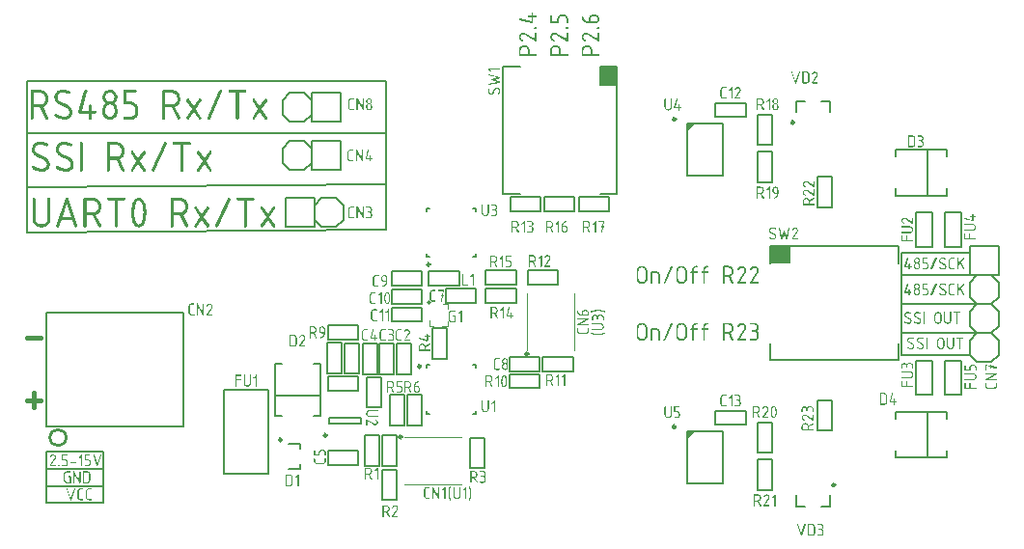
<source format=gto>
G04*
G04 #@! TF.GenerationSoftware,Altium Limited,Altium Designer,20.1.8 (145)*
G04*
G04 Layer_Color=16777215*
%FSLAX44Y44*%
%MOMM*%
G71*
G04*
G04 #@! TF.SameCoordinates,AACEBB51-4B8A-4FFF-B30A-F4DB7F9A4190*
G04*
G04*
G04 #@! TF.FilePolarity,Positive*
G04*
G01*
G75*
%ADD10C,0.2540*%
%ADD11C,0.2500*%
%ADD12C,0.2000*%
%ADD13C,0.4000*%
%ADD14C,0.1000*%
%ADD15R,1.5000X1.7500*%
%ADD16R,1.7500X1.5000*%
G36*
X584050Y158250D02*
X584050Y151050D01*
X591250Y158250D01*
X584050Y158250D01*
D02*
G37*
G36*
X354500Y271000D02*
D01*
D02*
G37*
G36*
X584050Y428250D02*
X584050Y421050D01*
X591250Y428250D01*
X584050Y428250D01*
D02*
G37*
G36*
X48228Y130916D02*
X48339Y130861D01*
X48431Y130805D01*
X48524Y130713D01*
X48580Y130583D01*
X48598Y130398D01*
Y130379D01*
Y130324D01*
X48580Y130231D01*
X48524Y130139D01*
X48468Y130046D01*
X48376Y129953D01*
X48246Y129898D01*
X48061Y129879D01*
X43784D01*
X43691Y129916D01*
X43598Y129953D01*
X43506Y130009D01*
X43413Y130102D01*
X43358Y130231D01*
X43339Y130398D01*
Y130416D01*
Y130490D01*
X43376Y130564D01*
X43413Y130676D01*
X43469Y130768D01*
X43562Y130861D01*
X43691Y130916D01*
X43858Y130935D01*
X48154D01*
X48228Y130916D01*
D02*
G37*
G36*
X70336Y137749D02*
X70429Y137693D01*
X70522Y137638D01*
X70614Y137545D01*
X70670Y137416D01*
X70688Y137231D01*
Y137212D01*
Y137175D01*
X70670Y137082D01*
X67522Y127639D01*
Y127620D01*
X67503Y127583D01*
X67411Y127454D01*
X67337Y127380D01*
X67244Y127306D01*
X67133Y127268D01*
X67003Y127250D01*
X66948D01*
X66874Y127268D01*
X66800Y127306D01*
X66707Y127343D01*
X66633Y127417D01*
X66559Y127509D01*
X66485Y127639D01*
X63356Y137082D01*
Y137101D01*
Y137119D01*
X63337Y137231D01*
Y137249D01*
Y137323D01*
X63374Y137397D01*
X63411Y137508D01*
X63467Y137601D01*
X63559Y137693D01*
X63689Y137749D01*
X63856Y137767D01*
X63911D01*
X63985Y137749D01*
X64059Y137730D01*
X64134Y137675D01*
X64226Y137619D01*
X64300Y137527D01*
X64356Y137416D01*
X67003Y129435D01*
X69670Y137416D01*
Y137434D01*
X69688Y137471D01*
X69781Y137601D01*
X69855Y137656D01*
X69929Y137712D01*
X70040Y137749D01*
X70170Y137767D01*
X70244D01*
X70336Y137749D01*
D02*
G37*
G36*
X60338D02*
X60449Y137693D01*
X60541Y137638D01*
X60634Y137545D01*
X60689Y137416D01*
X60708Y137231D01*
Y137212D01*
Y137156D01*
X60689Y137064D01*
X60634Y136971D01*
X60578Y136879D01*
X60486Y136786D01*
X60356Y136730D01*
X60171Y136712D01*
X57023D01*
Y133564D01*
X58708D01*
X58782Y133546D01*
X58986Y133527D01*
X59245Y133472D01*
X59523Y133379D01*
X59838Y133231D01*
X60152Y133046D01*
X60449Y132787D01*
X60486Y132749D01*
X60578Y132657D01*
X60689Y132490D01*
X60837Y132268D01*
X60986Y131990D01*
X61097Y131676D01*
X61189Y131305D01*
X61226Y130916D01*
Y129879D01*
Y129861D01*
Y129824D01*
Y129768D01*
X61208Y129694D01*
X61189Y129490D01*
X61134Y129231D01*
X61041Y128935D01*
X60893Y128639D01*
X60708Y128306D01*
X60449Y128009D01*
X60412Y127972D01*
X60319Y127898D01*
X60152Y127768D01*
X59930Y127639D01*
X59652Y127491D01*
X59338Y127361D01*
X58986Y127287D01*
X58597Y127250D01*
X56412D01*
X56319Y127287D01*
X56227Y127324D01*
X56134Y127380D01*
X56042Y127472D01*
X55986Y127602D01*
X55968Y127768D01*
Y127787D01*
Y127861D01*
X56005Y127935D01*
X56042Y128046D01*
X56097Y128139D01*
X56190Y128231D01*
X56319Y128287D01*
X56486Y128306D01*
X58708D01*
X58819Y128324D01*
X58986Y128361D01*
X59152Y128417D01*
X59338Y128491D01*
X59523Y128602D01*
X59708Y128750D01*
X59727Y128768D01*
X59782Y128842D01*
X59856Y128935D01*
X59949Y129065D01*
X60023Y129231D01*
X60097Y129417D01*
X60152Y129639D01*
X60171Y129879D01*
Y130916D01*
Y130953D01*
Y131027D01*
X60152Y131157D01*
X60115Y131305D01*
X60060Y131490D01*
X59967Y131676D01*
X59856Y131861D01*
X59708Y132046D01*
X59689Y132064D01*
X59634Y132120D01*
X59523Y132194D01*
X59393Y132287D01*
X59227Y132361D01*
X59041Y132435D01*
X58838Y132490D01*
X58597Y132509D01*
X56412D01*
X56319Y132546D01*
X56227Y132583D01*
X56134Y132638D01*
X56042Y132731D01*
X55986Y132860D01*
X55968Y133027D01*
Y137231D01*
Y137249D01*
Y137323D01*
X56005Y137397D01*
X56042Y137508D01*
X56097Y137601D01*
X56190Y137693D01*
X56319Y137749D01*
X56486Y137767D01*
X60264D01*
X60338Y137749D01*
D02*
G37*
G36*
X53505D02*
X53616Y137693D01*
X53709Y137638D01*
X53801Y137545D01*
X53857Y137416D01*
X53875Y137231D01*
Y127768D01*
Y127750D01*
Y127694D01*
X53857Y127602D01*
X53801Y127509D01*
X53746Y127417D01*
X53653Y127324D01*
X53523Y127268D01*
X53338Y127250D01*
X53264D01*
X53172Y127287D01*
X53079Y127324D01*
X52986Y127380D01*
X52894Y127472D01*
X52838Y127602D01*
X52820Y127768D01*
Y135971D01*
X51598Y134749D01*
X51579Y134731D01*
X51505Y134675D01*
X51375Y134620D01*
X51227Y134601D01*
X51153D01*
X51061Y134638D01*
X50968Y134675D01*
X50876Y134731D01*
X50783Y134823D01*
X50727Y134953D01*
X50709Y135138D01*
Y135157D01*
Y135175D01*
X50727Y135268D01*
X50764Y135379D01*
X50857Y135508D01*
X52912Y137564D01*
X52931Y137582D01*
X52949Y137601D01*
X53042Y137675D01*
X53172Y137730D01*
X53264Y137767D01*
X53431D01*
X53505Y137749D01*
D02*
G37*
G36*
X40340D02*
X40451Y137693D01*
X40543Y137638D01*
X40636Y137545D01*
X40691Y137416D01*
X40710Y137231D01*
Y137212D01*
Y137156D01*
X40691Y137064D01*
X40636Y136971D01*
X40580Y136879D01*
X40488Y136786D01*
X40358Y136730D01*
X40173Y136712D01*
X37025D01*
Y133564D01*
X38710D01*
X38784Y133546D01*
X38988Y133527D01*
X39247Y133472D01*
X39525Y133379D01*
X39840Y133231D01*
X40155Y133046D01*
X40451Y132787D01*
X40488Y132749D01*
X40580Y132657D01*
X40691Y132490D01*
X40840Y132268D01*
X40988Y131990D01*
X41099Y131676D01*
X41191Y131305D01*
X41228Y130916D01*
Y129879D01*
Y129861D01*
Y129824D01*
Y129768D01*
X41210Y129694D01*
X41191Y129490D01*
X41136Y129231D01*
X41043Y128935D01*
X40895Y128639D01*
X40710Y128306D01*
X40451Y128009D01*
X40414Y127972D01*
X40321Y127898D01*
X40155Y127768D01*
X39932Y127639D01*
X39655Y127491D01*
X39340Y127361D01*
X38988Y127287D01*
X38599Y127250D01*
X36414D01*
X36321Y127287D01*
X36229Y127324D01*
X36136Y127380D01*
X36044Y127472D01*
X35988Y127602D01*
X35970Y127768D01*
Y127787D01*
Y127861D01*
X36007Y127935D01*
X36044Y128046D01*
X36099Y128139D01*
X36192Y128231D01*
X36321Y128287D01*
X36488Y128306D01*
X38710D01*
X38821Y128324D01*
X38988Y128361D01*
X39155Y128417D01*
X39340Y128491D01*
X39525Y128602D01*
X39710Y128750D01*
X39729Y128768D01*
X39784Y128842D01*
X39858Y128935D01*
X39951Y129065D01*
X40025Y129231D01*
X40099Y129417D01*
X40155Y129639D01*
X40173Y129879D01*
Y130916D01*
Y130953D01*
Y131027D01*
X40155Y131157D01*
X40117Y131305D01*
X40062Y131490D01*
X39969Y131676D01*
X39858Y131861D01*
X39710Y132046D01*
X39692Y132064D01*
X39636Y132120D01*
X39525Y132194D01*
X39395Y132287D01*
X39229Y132361D01*
X39044Y132435D01*
X38840Y132490D01*
X38599Y132509D01*
X36414D01*
X36321Y132546D01*
X36229Y132583D01*
X36136Y132638D01*
X36044Y132731D01*
X35988Y132860D01*
X35970Y133027D01*
Y137231D01*
Y137249D01*
Y137323D01*
X36007Y137397D01*
X36044Y137508D01*
X36099Y137601D01*
X36192Y137693D01*
X36321Y137749D01*
X36488Y137767D01*
X40266D01*
X40340Y137749D01*
D02*
G37*
G36*
X33489Y128805D02*
X33600Y128750D01*
X33692Y128694D01*
X33785Y128602D01*
X33840Y128472D01*
X33859Y128287D01*
Y127768D01*
Y127750D01*
Y127694D01*
X33840Y127602D01*
X33785Y127509D01*
X33729Y127417D01*
X33637Y127324D01*
X33507Y127268D01*
X33322Y127250D01*
X33248D01*
X33155Y127287D01*
X33063Y127324D01*
X32970Y127380D01*
X32877Y127472D01*
X32822Y127602D01*
X32803Y127768D01*
Y128287D01*
Y128306D01*
Y128379D01*
X32840Y128454D01*
X32877Y128565D01*
X32933Y128657D01*
X33026Y128750D01*
X33155Y128805D01*
X33322Y128824D01*
X33414D01*
X33489Y128805D01*
D02*
G37*
G36*
X28248Y137749D02*
X28452Y137730D01*
X28693Y137675D01*
X28989Y137582D01*
X29304Y137434D01*
X29618Y137249D01*
X29915Y136990D01*
X29952Y136953D01*
X30044Y136860D01*
X30155Y136693D01*
X30304Y136471D01*
X30452Y136194D01*
X30563Y135879D01*
X30655Y135527D01*
X30693Y135138D01*
Y135101D01*
Y135008D01*
X30674Y134860D01*
X30637Y134657D01*
X30581Y134434D01*
X30489Y134175D01*
X30378Y133897D01*
X30211Y133620D01*
X26897Y128306D01*
X30248D01*
X30322Y128287D01*
X30433Y128231D01*
X30526Y128176D01*
X30618Y128083D01*
X30674Y127954D01*
X30693Y127768D01*
Y127750D01*
Y127694D01*
X30674Y127602D01*
X30618Y127509D01*
X30563Y127417D01*
X30470Y127324D01*
X30341Y127268D01*
X30155Y127250D01*
X25878D01*
X25786Y127287D01*
X25693Y127324D01*
X25600Y127380D01*
X25508Y127472D01*
X25452Y127602D01*
X25434Y127768D01*
Y127806D01*
X25452Y127861D01*
X25471Y127972D01*
X25508Y128065D01*
X29378Y134268D01*
X29396Y134286D01*
X29415Y134342D01*
X29452Y134434D01*
X29507Y134546D01*
X29563Y134675D01*
X29600Y134823D01*
X29618Y134971D01*
X29637Y135138D01*
Y135175D01*
Y135249D01*
X29618Y135360D01*
X29581Y135527D01*
X29526Y135694D01*
X29433Y135879D01*
X29322Y136064D01*
X29174Y136249D01*
X29156Y136268D01*
X29100Y136323D01*
X28989Y136397D01*
X28859Y136490D01*
X28693Y136564D01*
X28507Y136638D01*
X28285Y136693D01*
X28045Y136712D01*
X28008D01*
X27896Y136693D01*
X27730Y136638D01*
X27508Y136545D01*
X27378Y136471D01*
X27248Y136397D01*
X27119Y136286D01*
X26971Y136157D01*
X26823Y136008D01*
X26693Y135823D01*
X26545Y135638D01*
X26397Y135397D01*
Y135379D01*
X26378Y135360D01*
X26286Y135268D01*
X26156Y135175D01*
X26063Y135157D01*
X25952Y135138D01*
X25878D01*
X25786Y135175D01*
X25693Y135212D01*
X25600Y135268D01*
X25508Y135360D01*
X25452Y135490D01*
X25434Y135656D01*
Y135675D01*
Y135731D01*
X25471Y135879D01*
X25489Y135897D01*
X25508Y135953D01*
X25563Y136045D01*
X25656Y136175D01*
X25749Y136323D01*
X25860Y136471D01*
X26008Y136656D01*
X26156Y136823D01*
X26341Y137008D01*
X26545Y137175D01*
X26748Y137323D01*
X26971Y137471D01*
X27230Y137601D01*
X27489Y137693D01*
X27767Y137749D01*
X28063Y137767D01*
X28174D01*
X28248Y137749D01*
D02*
G37*
G36*
X51995Y122999D02*
X52106Y122943D01*
X52199Y122888D01*
X52291Y122795D01*
X52347Y122666D01*
X52365Y122480D01*
Y113019D01*
Y113000D01*
Y112944D01*
X52347Y112852D01*
X52291Y112759D01*
X52236Y112667D01*
X52143Y112574D01*
X52014Y112519D01*
X51828Y112500D01*
X51773D01*
X51662Y112537D01*
X51495Y112611D01*
X51421Y112667D01*
X51366Y112759D01*
X47107Y120462D01*
Y113019D01*
Y113000D01*
Y112944D01*
X47088Y112852D01*
X47033Y112759D01*
X46977Y112667D01*
X46885Y112574D01*
X46755Y112519D01*
X46570Y112500D01*
X46496D01*
X46403Y112537D01*
X46311Y112574D01*
X46218Y112630D01*
X46125Y112722D01*
X46070Y112852D01*
X46051Y113019D01*
Y122480D01*
Y122499D01*
Y122573D01*
X46088Y122647D01*
X46125Y122758D01*
X46181Y122851D01*
X46273Y122943D01*
X46403Y122999D01*
X46570Y123017D01*
X46625D01*
X46681Y122999D01*
X46755Y122980D01*
X46829Y122943D01*
X46903Y122888D01*
X46977Y122814D01*
X47051Y122703D01*
X51310Y115055D01*
Y122480D01*
Y122499D01*
Y122573D01*
X51347Y122647D01*
X51384Y122758D01*
X51440Y122851D01*
X51532Y122943D01*
X51662Y122999D01*
X51828Y123017D01*
X51921D01*
X51995Y122999D01*
D02*
G37*
G36*
X58328D02*
X58531Y122980D01*
X58791Y122925D01*
X59087Y122832D01*
X59402Y122684D01*
X59717Y122499D01*
X60013Y122240D01*
X60050Y122203D01*
X60142Y122110D01*
X60254Y121944D01*
X60402Y121721D01*
X60550Y121462D01*
X60661Y121147D01*
X60753Y120777D01*
X60791Y120388D01*
Y115129D01*
Y115111D01*
Y115074D01*
Y115018D01*
X60772Y114944D01*
X60753Y114740D01*
X60698Y114481D01*
X60605Y114185D01*
X60457Y113889D01*
X60272Y113555D01*
X60013Y113259D01*
X59976Y113222D01*
X59883Y113148D01*
X59717Y113019D01*
X59494Y112889D01*
X59217Y112741D01*
X58902Y112611D01*
X58531Y112537D01*
X58143Y112500D01*
X54921D01*
X54828Y112537D01*
X54736Y112574D01*
X54643Y112630D01*
X54550Y112722D01*
X54495Y112852D01*
X54476Y113019D01*
Y122480D01*
Y122499D01*
Y122573D01*
X54513Y122647D01*
X54550Y122758D01*
X54606Y122851D01*
X54699Y122943D01*
X54828Y122999D01*
X54995Y123017D01*
X58254D01*
X58328Y122999D01*
D02*
G37*
G36*
X43570D02*
X43681Y122943D01*
X43774Y122888D01*
X43866Y122795D01*
X43922Y122666D01*
X43940Y122480D01*
Y122462D01*
Y122406D01*
X43922Y122314D01*
X43866Y122221D01*
X43811Y122129D01*
X43718Y122036D01*
X43589Y121980D01*
X43403Y121962D01*
X40145D01*
X40015Y121944D01*
X39867Y121906D01*
X39682Y121851D01*
X39496Y121758D01*
X39311Y121647D01*
X39126Y121499D01*
X39108Y121481D01*
X39052Y121425D01*
X38978Y121314D01*
X38904Y121184D01*
X38830Y121018D01*
X38756Y120833D01*
X38700Y120610D01*
X38682Y120370D01*
Y115129D01*
Y115092D01*
Y115018D01*
X38700Y114889D01*
X38737Y114740D01*
X38793Y114555D01*
X38867Y114370D01*
X38978Y114185D01*
X39126Y114000D01*
X39145Y113981D01*
X39219Y113926D01*
X39311Y113852D01*
X39441Y113778D01*
X39608Y113704D01*
X39793Y113630D01*
X40015Y113574D01*
X40256Y113555D01*
X42885D01*
Y117759D01*
X41755D01*
X41663Y117796D01*
X41570Y117833D01*
X41478Y117888D01*
X41385Y117981D01*
X41330Y118111D01*
X41311Y118277D01*
Y118296D01*
Y118370D01*
X41348Y118444D01*
X41385Y118555D01*
X41441Y118647D01*
X41533Y118740D01*
X41663Y118796D01*
X41830Y118814D01*
X43496D01*
X43570Y118796D01*
X43681Y118740D01*
X43774Y118685D01*
X43866Y118592D01*
X43922Y118462D01*
X43940Y118277D01*
Y113019D01*
Y113000D01*
Y112944D01*
X43922Y112852D01*
X43866Y112759D01*
X43811Y112667D01*
X43718Y112574D01*
X43589Y112519D01*
X43403Y112500D01*
X40145D01*
X40071Y112519D01*
X39867Y112537D01*
X39608Y112593D01*
X39311Y112685D01*
X39015Y112815D01*
X38682Y113000D01*
X38385Y113259D01*
X38348Y113296D01*
X38274Y113407D01*
X38145Y113555D01*
X38015Y113778D01*
X37867Y114055D01*
X37737Y114370D01*
X37663Y114740D01*
X37626Y115129D01*
Y120388D01*
Y120407D01*
Y120444D01*
Y120499D01*
X37645Y120573D01*
X37663Y120777D01*
X37719Y121018D01*
X37811Y121314D01*
X37941Y121629D01*
X38126Y121944D01*
X38385Y122240D01*
X38423Y122277D01*
X38534Y122369D01*
X38682Y122480D01*
X38904Y122629D01*
X39182Y122777D01*
X39496Y122888D01*
X39867Y122980D01*
X40256Y123017D01*
X43496D01*
X43570Y122999D01*
D02*
G37*
G36*
X47126Y107999D02*
X47218Y107943D01*
X47311Y107888D01*
X47403Y107795D01*
X47459Y107666D01*
X47477Y107480D01*
Y107462D01*
Y107425D01*
X47459Y107332D01*
X44311Y97889D01*
Y97870D01*
X44292Y97833D01*
X44200Y97704D01*
X44126Y97630D01*
X44033Y97556D01*
X43922Y97519D01*
X43793Y97500D01*
X43737D01*
X43663Y97519D01*
X43589Y97556D01*
X43496Y97593D01*
X43422Y97667D01*
X43348Y97759D01*
X43274Y97889D01*
X40145Y107332D01*
Y107351D01*
Y107369D01*
X40126Y107480D01*
Y107499D01*
Y107573D01*
X40163Y107647D01*
X40200Y107758D01*
X40256Y107851D01*
X40349Y107943D01*
X40478Y107999D01*
X40645Y108017D01*
X40700D01*
X40774Y107999D01*
X40848Y107980D01*
X40922Y107925D01*
X41015Y107869D01*
X41089Y107777D01*
X41145Y107666D01*
X43793Y99685D01*
X46459Y107666D01*
Y107684D01*
X46477Y107721D01*
X46570Y107851D01*
X46644Y107906D01*
X46718Y107962D01*
X46829Y107999D01*
X46959Y108017D01*
X47033D01*
X47126Y107999D01*
D02*
G37*
G36*
X61865D02*
X61976Y107943D01*
X62068Y107888D01*
X62161Y107795D01*
X62217Y107666D01*
X62235Y107480D01*
Y107462D01*
Y107406D01*
X62217Y107314D01*
X62161Y107221D01*
X62105Y107129D01*
X62013Y107036D01*
X61883Y106980D01*
X61698Y106962D01*
X59495D01*
X59365Y106944D01*
X59217Y106906D01*
X59032Y106851D01*
X58847Y106758D01*
X58661Y106647D01*
X58476Y106499D01*
X58458Y106481D01*
X58402Y106425D01*
X58328Y106314D01*
X58254Y106184D01*
X58180Y106018D01*
X58106Y105833D01*
X58050Y105610D01*
X58032Y105370D01*
Y100129D01*
Y100092D01*
Y100018D01*
X58050Y99889D01*
X58087Y99740D01*
X58143Y99555D01*
X58217Y99370D01*
X58328Y99185D01*
X58476Y99000D01*
X58495Y98981D01*
X58569Y98926D01*
X58661Y98852D01*
X58791Y98778D01*
X58958Y98704D01*
X59143Y98630D01*
X59365Y98574D01*
X59606Y98555D01*
X61791D01*
X61865Y98537D01*
X61976Y98481D01*
X62068Y98426D01*
X62161Y98333D01*
X62217Y98204D01*
X62235Y98019D01*
Y98000D01*
Y97944D01*
X62217Y97852D01*
X62161Y97759D01*
X62105Y97667D01*
X62013Y97574D01*
X61883Y97519D01*
X61698Y97500D01*
X59495D01*
X59421Y97519D01*
X59217Y97537D01*
X58958Y97593D01*
X58661Y97685D01*
X58365Y97815D01*
X58032Y98000D01*
X57736Y98259D01*
X57698Y98296D01*
X57624Y98407D01*
X57495Y98555D01*
X57365Y98778D01*
X57217Y99055D01*
X57087Y99370D01*
X57013Y99740D01*
X56976Y100129D01*
Y105388D01*
Y105407D01*
Y105444D01*
Y105499D01*
X56995Y105573D01*
X57013Y105777D01*
X57069Y106018D01*
X57161Y106314D01*
X57291Y106629D01*
X57476Y106944D01*
X57736Y107240D01*
X57773Y107277D01*
X57884Y107369D01*
X58032Y107480D01*
X58254Y107629D01*
X58532Y107777D01*
X58847Y107888D01*
X59217Y107980D01*
X59606Y108017D01*
X61791D01*
X61865Y107999D01*
D02*
G37*
G36*
X54495D02*
X54606Y107943D01*
X54699Y107888D01*
X54791Y107795D01*
X54847Y107666D01*
X54865Y107480D01*
Y107462D01*
Y107406D01*
X54847Y107314D01*
X54791Y107221D01*
X54736Y107129D01*
X54643Y107036D01*
X54514Y106980D01*
X54328Y106962D01*
X52125D01*
X51995Y106944D01*
X51847Y106906D01*
X51662Y106851D01*
X51477Y106758D01*
X51292Y106647D01*
X51107Y106499D01*
X51088Y106481D01*
X51033Y106425D01*
X50958Y106314D01*
X50884Y106184D01*
X50810Y106018D01*
X50736Y105833D01*
X50681Y105610D01*
X50662Y105370D01*
Y100129D01*
Y100092D01*
Y100018D01*
X50681Y99889D01*
X50718Y99740D01*
X50773Y99555D01*
X50847Y99370D01*
X50958Y99185D01*
X51107Y99000D01*
X51125Y98981D01*
X51199Y98926D01*
X51292Y98852D01*
X51421Y98778D01*
X51588Y98704D01*
X51773Y98630D01*
X51995Y98574D01*
X52236Y98555D01*
X54421D01*
X54495Y98537D01*
X54606Y98481D01*
X54699Y98426D01*
X54791Y98333D01*
X54847Y98204D01*
X54865Y98019D01*
Y98000D01*
Y97944D01*
X54847Y97852D01*
X54791Y97759D01*
X54736Y97667D01*
X54643Y97574D01*
X54514Y97519D01*
X54328Y97500D01*
X52125D01*
X52051Y97519D01*
X51847Y97537D01*
X51588Y97593D01*
X51292Y97685D01*
X50995Y97815D01*
X50662Y98000D01*
X50366Y98259D01*
X50329Y98296D01*
X50255Y98407D01*
X50125Y98555D01*
X49996Y98778D01*
X49847Y99055D01*
X49718Y99370D01*
X49644Y99740D01*
X49607Y100129D01*
Y105388D01*
Y105407D01*
Y105444D01*
Y105499D01*
X49625Y105573D01*
X49644Y105777D01*
X49699Y106018D01*
X49792Y106314D01*
X49921Y106629D01*
X50107Y106944D01*
X50366Y107240D01*
X50403Y107277D01*
X50514Y107369D01*
X50662Y107480D01*
X50884Y107629D01*
X51162Y107777D01*
X51477Y107888D01*
X51847Y107980D01*
X52236Y108017D01*
X54421D01*
X54495Y107999D01*
D02*
G37*
G36*
X789017Y240499D02*
X789184Y240480D01*
X789388Y240462D01*
X789610Y240443D01*
X790054Y240369D01*
X790536Y240277D01*
X790980Y240129D01*
X791202Y240036D01*
X791387Y239943D01*
X791406D01*
X791443Y239906D01*
X791554Y239814D01*
X791647Y239666D01*
X791684Y239573D01*
X791702Y239462D01*
Y239425D01*
X791684Y239332D01*
X791628Y239221D01*
X791536Y239092D01*
X791517Y239073D01*
X791443Y239018D01*
X791332Y238962D01*
X791184Y238944D01*
X791128D01*
X791054Y238962D01*
X790962Y238999D01*
X790943D01*
X790906Y239018D01*
X790851Y239036D01*
X790758Y239073D01*
X790647Y239110D01*
X790517Y239147D01*
X790202Y239240D01*
X789832Y239314D01*
X789425Y239388D01*
X788999Y239443D01*
X788554Y239462D01*
X788443D01*
X788314Y239443D01*
X788166Y239406D01*
X787980Y239351D01*
X787795Y239258D01*
X787610Y239147D01*
X787425Y238999D01*
X787406Y238981D01*
X787351Y238925D01*
X787277Y238814D01*
X787203Y238684D01*
X787129Y238518D01*
X787055Y238333D01*
X786999Y238129D01*
X786981Y237888D01*
Y237870D01*
Y237851D01*
X786999Y237740D01*
X787018Y237555D01*
X787092Y237351D01*
X787184Y237129D01*
X787332Y236888D01*
X787554Y236666D01*
X787684Y236573D01*
X787832Y236481D01*
X790795Y234962D01*
X790813D01*
X790851Y234925D01*
X790925Y234888D01*
X791017Y234814D01*
X791258Y234648D01*
X791387Y234537D01*
X791517Y234388D01*
X791647Y234240D01*
X791776Y234074D01*
X791906Y233870D01*
X792017Y233666D01*
X792110Y233444D01*
X792184Y233185D01*
X792221Y232926D01*
X792239Y232629D01*
Y232611D01*
Y232574D01*
Y232518D01*
X792221Y232444D01*
X792202Y232241D01*
X792147Y231981D01*
X792054Y231685D01*
X791906Y231389D01*
X791721Y231055D01*
X791461Y230759D01*
X791424Y230722D01*
X791332Y230648D01*
X791165Y230518D01*
X790943Y230389D01*
X790665Y230241D01*
X790350Y230111D01*
X789980Y230037D01*
X789591Y230000D01*
X789406D01*
X789258Y230019D01*
X789091Y230037D01*
X788906Y230056D01*
X788684Y230093D01*
X788425Y230148D01*
X787888Y230278D01*
X787610Y230370D01*
X787314Y230481D01*
X787018Y230611D01*
X786721Y230778D01*
X786425Y230944D01*
X786147Y231148D01*
X786110Y231185D01*
X786036Y231259D01*
X785962Y231407D01*
X785944Y231481D01*
X785925Y231574D01*
Y231592D01*
Y231611D01*
X785944Y231703D01*
X785981Y231815D01*
X786073Y231926D01*
X786092Y231944D01*
X786184Y232018D01*
X786295Y232074D01*
X786443Y232092D01*
X786462D01*
X786536Y232074D01*
X786629Y232055D01*
X786740Y232000D01*
X786758Y231981D01*
X786832Y231944D01*
X786944Y231889D01*
X787092Y231815D01*
X787295Y231703D01*
X787554Y231574D01*
X787851Y231444D01*
X788203Y231278D01*
X788240D01*
X788314Y231241D01*
X788443Y231204D01*
X788610Y231166D01*
X788814Y231129D01*
X789054Y231092D01*
X789314Y231074D01*
X789591Y231055D01*
X789702D01*
X789832Y231074D01*
X789980Y231111D01*
X790165Y231166D01*
X790350Y231241D01*
X790536Y231352D01*
X790721Y231500D01*
X790739Y231518D01*
X790795Y231592D01*
X790869Y231685D01*
X790962Y231815D01*
X791036Y231981D01*
X791110Y232166D01*
X791165Y232389D01*
X791184Y232629D01*
Y232648D01*
Y232666D01*
X791165Y232796D01*
X791147Y232963D01*
X791073Y233166D01*
X790962Y233389D01*
X790813Y233629D01*
X790591Y233851D01*
X790443Y233944D01*
X790295Y234037D01*
X787351Y235555D01*
X787332D01*
X787295Y235592D01*
X787221Y235629D01*
X787129Y235685D01*
X786906Y235870D01*
X786777Y235981D01*
X786647Y236110D01*
X786499Y236277D01*
X786369Y236444D01*
X786258Y236629D01*
X786147Y236851D01*
X786055Y237073D01*
X785981Y237333D01*
X785944Y237592D01*
X785925Y237888D01*
Y237907D01*
Y237944D01*
Y237999D01*
X785944Y238073D01*
X785962Y238277D01*
X786018Y238518D01*
X786110Y238814D01*
X786240Y239129D01*
X786425Y239443D01*
X786684Y239740D01*
X786721Y239777D01*
X786832Y239869D01*
X786981Y239980D01*
X787203Y240129D01*
X787480Y240277D01*
X787795Y240388D01*
X788166Y240480D01*
X788554Y240517D01*
X788851D01*
X789017Y240499D01*
D02*
G37*
G36*
X780592D02*
X780759Y240480D01*
X780963Y240462D01*
X781185Y240443D01*
X781629Y240369D01*
X782111Y240277D01*
X782555Y240129D01*
X782777Y240036D01*
X782962Y239943D01*
X782981D01*
X783018Y239906D01*
X783129Y239814D01*
X783222Y239666D01*
X783259Y239573D01*
X783277Y239462D01*
Y239425D01*
X783259Y239332D01*
X783203Y239221D01*
X783111Y239092D01*
X783092Y239073D01*
X783018Y239018D01*
X782907Y238962D01*
X782759Y238944D01*
X782703D01*
X782629Y238962D01*
X782536Y238999D01*
X782518D01*
X782481Y239018D01*
X782425Y239036D01*
X782333Y239073D01*
X782222Y239110D01*
X782092Y239147D01*
X781777Y239240D01*
X781407Y239314D01*
X781000Y239388D01*
X780574Y239443D01*
X780129Y239462D01*
X780018D01*
X779889Y239443D01*
X779741Y239406D01*
X779555Y239351D01*
X779370Y239258D01*
X779185Y239147D01*
X779000Y238999D01*
X778981Y238981D01*
X778926Y238925D01*
X778852Y238814D01*
X778778Y238684D01*
X778704Y238518D01*
X778630Y238333D01*
X778574Y238129D01*
X778555Y237888D01*
Y237870D01*
Y237851D01*
X778574Y237740D01*
X778593Y237555D01*
X778667Y237351D01*
X778759Y237129D01*
X778907Y236888D01*
X779129Y236666D01*
X779259Y236573D01*
X779407Y236481D01*
X782370Y234962D01*
X782388D01*
X782425Y234925D01*
X782499Y234888D01*
X782592Y234814D01*
X782833Y234648D01*
X782962Y234537D01*
X783092Y234388D01*
X783222Y234240D01*
X783351Y234074D01*
X783481Y233870D01*
X783592Y233666D01*
X783684Y233444D01*
X783759Y233185D01*
X783796Y232926D01*
X783814Y232629D01*
Y232611D01*
Y232574D01*
Y232518D01*
X783796Y232444D01*
X783777Y232241D01*
X783722Y231981D01*
X783629Y231685D01*
X783481Y231389D01*
X783296Y231055D01*
X783036Y230759D01*
X782999Y230722D01*
X782907Y230648D01*
X782740Y230518D01*
X782518Y230389D01*
X782240Y230241D01*
X781926Y230111D01*
X781555Y230037D01*
X781166Y230000D01*
X780981D01*
X780833Y230019D01*
X780666Y230037D01*
X780481Y230056D01*
X780259Y230093D01*
X780000Y230148D01*
X779463Y230278D01*
X779185Y230370D01*
X778889Y230481D01*
X778593Y230611D01*
X778296Y230778D01*
X778000Y230944D01*
X777722Y231148D01*
X777685Y231185D01*
X777611Y231259D01*
X777537Y231407D01*
X777518Y231481D01*
X777500Y231574D01*
Y231592D01*
Y231611D01*
X777518Y231703D01*
X777555Y231815D01*
X777648Y231926D01*
X777667Y231944D01*
X777759Y232018D01*
X777870Y232074D01*
X778018Y232092D01*
X778037D01*
X778111Y232074D01*
X778204Y232055D01*
X778315Y232000D01*
X778333Y231981D01*
X778407Y231944D01*
X778518Y231889D01*
X778667Y231815D01*
X778870Y231703D01*
X779129Y231574D01*
X779426Y231444D01*
X779778Y231278D01*
X779815D01*
X779889Y231241D01*
X780018Y231204D01*
X780185Y231166D01*
X780389Y231129D01*
X780629Y231092D01*
X780889Y231074D01*
X781166Y231055D01*
X781277D01*
X781407Y231074D01*
X781555Y231111D01*
X781740Y231166D01*
X781926Y231241D01*
X782111Y231352D01*
X782296Y231500D01*
X782314Y231518D01*
X782370Y231592D01*
X782444Y231685D01*
X782536Y231815D01*
X782611Y231981D01*
X782685Y232166D01*
X782740Y232389D01*
X782759Y232629D01*
Y232648D01*
Y232666D01*
X782740Y232796D01*
X782722Y232963D01*
X782648Y233166D01*
X782536Y233389D01*
X782388Y233629D01*
X782166Y233851D01*
X782018Y233944D01*
X781870Y234037D01*
X778926Y235555D01*
X778907D01*
X778870Y235592D01*
X778796Y235629D01*
X778704Y235685D01*
X778481Y235870D01*
X778352Y235981D01*
X778222Y236110D01*
X778074Y236277D01*
X777944Y236444D01*
X777833Y236629D01*
X777722Y236851D01*
X777630Y237073D01*
X777555Y237333D01*
X777518Y237592D01*
X777500Y237888D01*
Y237907D01*
Y237944D01*
Y237999D01*
X777518Y238073D01*
X777537Y238277D01*
X777593Y238518D01*
X777685Y238814D01*
X777815Y239129D01*
X778000Y239443D01*
X778259Y239740D01*
X778296Y239777D01*
X778407Y239869D01*
X778555Y239980D01*
X778778Y240129D01*
X779055Y240277D01*
X779370Y240388D01*
X779741Y240480D01*
X780129Y240517D01*
X780426D01*
X780592Y240499D01*
D02*
G37*
G36*
X818199D02*
X818311Y240443D01*
X818403Y240388D01*
X818496Y240295D01*
X818551Y240166D01*
X818570Y239980D01*
Y233148D01*
Y233129D01*
Y233092D01*
Y233018D01*
X818551Y232926D01*
Y232815D01*
X818514Y232685D01*
X818459Y232370D01*
X818348Y232018D01*
X818181Y231648D01*
X818070Y231463D01*
X817959Y231278D01*
X817811Y231092D01*
X817644Y230907D01*
X817626Y230889D01*
X817607Y230870D01*
X817551Y230833D01*
X817477Y230759D01*
X817385Y230704D01*
X817274Y230630D01*
X817014Y230463D01*
X816700Y230296D01*
X816311Y230148D01*
X815885Y230037D01*
X815644Y230019D01*
X815404Y230000D01*
X815274D01*
X815181Y230019D01*
X815070Y230037D01*
X814941Y230056D01*
X814626Y230111D01*
X814274Y230222D01*
X813904Y230389D01*
X813718Y230481D01*
X813533Y230611D01*
X813348Y230741D01*
X813163Y230907D01*
X813144Y230926D01*
X813126Y230944D01*
X813089Y231000D01*
X813015Y231074D01*
X812959Y231166D01*
X812885Y231278D01*
X812719Y231537D01*
X812552Y231870D01*
X812404Y232241D01*
X812293Y232666D01*
X812274Y232907D01*
X812256Y233148D01*
Y239980D01*
Y239999D01*
Y240073D01*
X812293Y240147D01*
X812330Y240258D01*
X812385Y240351D01*
X812478Y240443D01*
X812607Y240499D01*
X812774Y240517D01*
X812867D01*
X812941Y240499D01*
X813052Y240443D01*
X813144Y240388D01*
X813237Y240295D01*
X813293Y240166D01*
X813311Y239980D01*
Y233148D01*
Y233129D01*
Y233111D01*
X813330Y233000D01*
X813348Y232833D01*
X813385Y232629D01*
X813459Y232389D01*
X813570Y232148D01*
X813700Y231889D01*
X813904Y231648D01*
X813941Y231630D01*
X814015Y231555D01*
X814144Y231463D01*
X814330Y231352D01*
X814533Y231241D01*
X814792Y231148D01*
X815089Y231074D01*
X815404Y231055D01*
X815441D01*
X815552Y231074D01*
X815718Y231092D01*
X815922Y231129D01*
X816163Y231204D01*
X816403Y231315D01*
X816663Y231444D01*
X816903Y231648D01*
X816922Y231685D01*
X816996Y231759D01*
X817088Y231889D01*
X817218Y232074D01*
X817329Y232278D01*
X817422Y232537D01*
X817496Y232833D01*
X817514Y233148D01*
Y239980D01*
Y239999D01*
Y240073D01*
X817551Y240147D01*
X817588Y240258D01*
X817644Y240351D01*
X817737Y240443D01*
X817866Y240499D01*
X818033Y240517D01*
X818125D01*
X818199Y240499D01*
D02*
G37*
G36*
X826625D02*
X826736Y240443D01*
X826828Y240388D01*
X826921Y240295D01*
X826976Y240166D01*
X826995Y239980D01*
Y239962D01*
Y239906D01*
X826976Y239814D01*
X826921Y239721D01*
X826865Y239629D01*
X826773Y239536D01*
X826643Y239480D01*
X826458Y239462D01*
X824365D01*
Y230518D01*
Y230500D01*
Y230444D01*
X824347Y230352D01*
X824291Y230259D01*
X824236Y230167D01*
X824143Y230074D01*
X824014Y230019D01*
X823829Y230000D01*
X823755D01*
X823662Y230037D01*
X823569Y230074D01*
X823477Y230130D01*
X823384Y230222D01*
X823329Y230352D01*
X823310Y230518D01*
Y239462D01*
X821125D01*
X821032Y239499D01*
X820940Y239536D01*
X820847Y239592D01*
X820755Y239684D01*
X820699Y239814D01*
X820681Y239980D01*
Y239999D01*
Y240073D01*
X820718Y240147D01*
X820755Y240258D01*
X820810Y240351D01*
X820903Y240443D01*
X821032Y240499D01*
X821199Y240517D01*
X826551D01*
X826625Y240499D01*
D02*
G37*
G36*
X807201D02*
X807312D01*
X807441Y240462D01*
X807756Y240406D01*
X808108Y240295D01*
X808478Y240129D01*
X808663Y240018D01*
X808849Y239906D01*
X809034Y239758D01*
X809219Y239592D01*
X809237Y239573D01*
X809256Y239555D01*
X809312Y239499D01*
X809367Y239425D01*
X809441Y239332D01*
X809515Y239221D01*
X809682Y238962D01*
X809848Y238647D01*
X809997Y238258D01*
X810108Y237833D01*
X810126Y237592D01*
X810145Y237351D01*
Y233148D01*
Y233129D01*
Y233092D01*
Y233018D01*
X810126Y232926D01*
Y232815D01*
X810089Y232685D01*
X810034Y232370D01*
X809923Y232018D01*
X809756Y231648D01*
X809645Y231463D01*
X809534Y231278D01*
X809386Y231092D01*
X809219Y230907D01*
X809200Y230889D01*
X809182Y230870D01*
X809126Y230833D01*
X809052Y230759D01*
X808960Y230704D01*
X808849Y230630D01*
X808589Y230463D01*
X808275Y230296D01*
X807886Y230148D01*
X807460Y230037D01*
X807219Y230019D01*
X806978Y230000D01*
X806849D01*
X806756Y230019D01*
X806645Y230037D01*
X806516Y230056D01*
X806201Y230111D01*
X805849Y230222D01*
X805479Y230389D01*
X805293Y230481D01*
X805108Y230611D01*
X804923Y230741D01*
X804738Y230907D01*
X804719Y230926D01*
X804701Y230944D01*
X804664Y231000D01*
X804590Y231074D01*
X804534Y231166D01*
X804460Y231278D01*
X804294Y231537D01*
X804127Y231870D01*
X803979Y232241D01*
X803868Y232666D01*
X803849Y232907D01*
X803831Y233148D01*
Y237351D01*
Y237370D01*
Y237407D01*
Y237481D01*
X803849Y237573D01*
X803868Y237684D01*
X803886Y237814D01*
X803942Y238129D01*
X804053Y238481D01*
X804219Y238851D01*
X804312Y239036D01*
X804442Y239221D01*
X804571Y239406D01*
X804738Y239592D01*
X804756Y239610D01*
X804775Y239629D01*
X804830Y239684D01*
X804905Y239740D01*
X804997Y239814D01*
X805108Y239888D01*
X805368Y240054D01*
X805701Y240221D01*
X806071Y240369D01*
X806497Y240480D01*
X806738Y240499D01*
X806978Y240517D01*
X807108D01*
X807201Y240499D01*
D02*
G37*
G36*
X795035D02*
X795146Y240443D01*
X795239Y240388D01*
X795331Y240295D01*
X795387Y240166D01*
X795406Y239980D01*
Y230518D01*
Y230500D01*
Y230444D01*
X795387Y230352D01*
X795331Y230259D01*
X795276Y230167D01*
X795183Y230074D01*
X795054Y230019D01*
X794869Y230000D01*
X794794D01*
X794702Y230037D01*
X794609Y230074D01*
X794517Y230130D01*
X794424Y230222D01*
X794369Y230352D01*
X794350Y230518D01*
Y239980D01*
Y239999D01*
Y240073D01*
X794387Y240147D01*
X794424Y240258D01*
X794480Y240351D01*
X794572Y240443D01*
X794702Y240499D01*
X794869Y240517D01*
X794961D01*
X795035Y240499D01*
D02*
G37*
G36*
X786517Y262830D02*
X786684Y262811D01*
X786888Y262793D01*
X787110Y262774D01*
X787554Y262700D01*
X788036Y262608D01*
X788480Y262459D01*
X788702Y262367D01*
X788887Y262274D01*
X788906D01*
X788943Y262237D01*
X789054Y262145D01*
X789147Y261996D01*
X789184Y261904D01*
X789202Y261793D01*
Y261756D01*
X789184Y261663D01*
X789128Y261552D01*
X789036Y261423D01*
X789017Y261404D01*
X788943Y261348D01*
X788832Y261293D01*
X788684Y261274D01*
X788628D01*
X788554Y261293D01*
X788462Y261330D01*
X788443D01*
X788406Y261348D01*
X788351Y261367D01*
X788258Y261404D01*
X788147Y261441D01*
X788017Y261478D01*
X787702Y261571D01*
X787332Y261645D01*
X786925Y261719D01*
X786499Y261774D01*
X786054Y261793D01*
X785943D01*
X785814Y261774D01*
X785666Y261737D01*
X785480Y261682D01*
X785295Y261589D01*
X785110Y261478D01*
X784925Y261330D01*
X784906Y261311D01*
X784851Y261256D01*
X784777Y261145D01*
X784703Y261015D01*
X784629Y260849D01*
X784555Y260663D01*
X784499Y260460D01*
X784481Y260219D01*
Y260200D01*
Y260182D01*
X784499Y260071D01*
X784518Y259886D01*
X784592Y259682D01*
X784684Y259460D01*
X784832Y259219D01*
X785054Y258997D01*
X785184Y258904D01*
X785332Y258812D01*
X788295Y257293D01*
X788313D01*
X788351Y257256D01*
X788425Y257219D01*
X788517Y257145D01*
X788758Y256978D01*
X788887Y256867D01*
X789017Y256719D01*
X789147Y256571D01*
X789276Y256404D01*
X789406Y256201D01*
X789517Y255997D01*
X789610Y255775D01*
X789684Y255516D01*
X789721Y255257D01*
X789739Y254960D01*
Y254942D01*
Y254905D01*
Y254849D01*
X789721Y254775D01*
X789702Y254571D01*
X789647Y254312D01*
X789554Y254016D01*
X789406Y253720D01*
X789221Y253386D01*
X788961Y253090D01*
X788924Y253053D01*
X788832Y252979D01*
X788665Y252849D01*
X788443Y252720D01*
X788165Y252572D01*
X787850Y252442D01*
X787480Y252368D01*
X787091Y252331D01*
X786906D01*
X786758Y252349D01*
X786591Y252368D01*
X786406Y252386D01*
X786184Y252423D01*
X785925Y252479D01*
X785388Y252609D01*
X785110Y252701D01*
X784814Y252812D01*
X784518Y252942D01*
X784221Y253109D01*
X783925Y253275D01*
X783647Y253479D01*
X783610Y253516D01*
X783536Y253590D01*
X783462Y253738D01*
X783444Y253812D01*
X783425Y253905D01*
Y253923D01*
Y253942D01*
X783444Y254034D01*
X783481Y254146D01*
X783573Y254257D01*
X783592Y254275D01*
X783684Y254349D01*
X783795Y254405D01*
X783943Y254423D01*
X783962D01*
X784036Y254405D01*
X784129Y254386D01*
X784240Y254331D01*
X784258Y254312D01*
X784332Y254275D01*
X784444Y254219D01*
X784592Y254146D01*
X784795Y254034D01*
X785054Y253905D01*
X785351Y253775D01*
X785703Y253608D01*
X785740D01*
X785814Y253571D01*
X785943Y253534D01*
X786110Y253497D01*
X786314Y253460D01*
X786554Y253423D01*
X786814Y253405D01*
X787091Y253386D01*
X787202D01*
X787332Y253405D01*
X787480Y253442D01*
X787665Y253497D01*
X787850Y253571D01*
X788036Y253683D01*
X788221Y253831D01*
X788239Y253849D01*
X788295Y253923D01*
X788369Y254016D01*
X788462Y254146D01*
X788536Y254312D01*
X788610Y254497D01*
X788665Y254720D01*
X788684Y254960D01*
Y254979D01*
Y254997D01*
X788665Y255127D01*
X788647Y255294D01*
X788573Y255497D01*
X788462Y255719D01*
X788313Y255960D01*
X788091Y256182D01*
X787943Y256275D01*
X787795Y256367D01*
X784851Y257886D01*
X784832D01*
X784795Y257923D01*
X784721Y257960D01*
X784629Y258015D01*
X784406Y258201D01*
X784277Y258312D01*
X784147Y258441D01*
X783999Y258608D01*
X783869Y258775D01*
X783758Y258960D01*
X783647Y259182D01*
X783555Y259404D01*
X783481Y259663D01*
X783444Y259923D01*
X783425Y260219D01*
Y260237D01*
Y260275D01*
Y260330D01*
X783444Y260404D01*
X783462Y260608D01*
X783518Y260849D01*
X783610Y261145D01*
X783740Y261460D01*
X783925Y261774D01*
X784184Y262071D01*
X784221Y262108D01*
X784332Y262200D01*
X784481Y262311D01*
X784703Y262459D01*
X784980Y262608D01*
X785295Y262719D01*
X785666Y262811D01*
X786054Y262848D01*
X786351D01*
X786517Y262830D01*
D02*
G37*
G36*
X778092D02*
X778259Y262811D01*
X778463Y262793D01*
X778685Y262774D01*
X779129Y262700D01*
X779611Y262608D01*
X780055Y262459D01*
X780277Y262367D01*
X780462Y262274D01*
X780481D01*
X780518Y262237D01*
X780629Y262145D01*
X780722Y261996D01*
X780759Y261904D01*
X780777Y261793D01*
Y261756D01*
X780759Y261663D01*
X780703Y261552D01*
X780611Y261423D01*
X780592Y261404D01*
X780518Y261348D01*
X780407Y261293D01*
X780259Y261274D01*
X780203D01*
X780129Y261293D01*
X780036Y261330D01*
X780018D01*
X779981Y261348D01*
X779925Y261367D01*
X779833Y261404D01*
X779722Y261441D01*
X779592Y261478D01*
X779277Y261571D01*
X778907Y261645D01*
X778500Y261719D01*
X778074Y261774D01*
X777629Y261793D01*
X777518D01*
X777389Y261774D01*
X777241Y261737D01*
X777055Y261682D01*
X776870Y261589D01*
X776685Y261478D01*
X776500Y261330D01*
X776481Y261311D01*
X776426Y261256D01*
X776352Y261145D01*
X776278Y261015D01*
X776204Y260849D01*
X776130Y260663D01*
X776074Y260460D01*
X776055Y260219D01*
Y260200D01*
Y260182D01*
X776074Y260071D01*
X776093Y259886D01*
X776167Y259682D01*
X776259Y259460D01*
X776407Y259219D01*
X776629Y258997D01*
X776759Y258904D01*
X776907Y258812D01*
X779870Y257293D01*
X779888D01*
X779925Y257256D01*
X779999Y257219D01*
X780092Y257145D01*
X780333Y256978D01*
X780462Y256867D01*
X780592Y256719D01*
X780722Y256571D01*
X780851Y256404D01*
X780981Y256201D01*
X781092Y255997D01*
X781184Y255775D01*
X781259Y255516D01*
X781296Y255257D01*
X781314Y254960D01*
Y254942D01*
Y254905D01*
Y254849D01*
X781296Y254775D01*
X781277Y254571D01*
X781222Y254312D01*
X781129Y254016D01*
X780981Y253720D01*
X780796Y253386D01*
X780536Y253090D01*
X780499Y253053D01*
X780407Y252979D01*
X780240Y252849D01*
X780018Y252720D01*
X779740Y252572D01*
X779426Y252442D01*
X779055Y252368D01*
X778666Y252331D01*
X778481D01*
X778333Y252349D01*
X778166Y252368D01*
X777981Y252386D01*
X777759Y252423D01*
X777500Y252479D01*
X776963Y252609D01*
X776685Y252701D01*
X776389Y252812D01*
X776093Y252942D01*
X775796Y253109D01*
X775500Y253275D01*
X775222Y253479D01*
X775185Y253516D01*
X775111Y253590D01*
X775037Y253738D01*
X775018Y253812D01*
X775000Y253905D01*
Y253923D01*
Y253942D01*
X775018Y254034D01*
X775055Y254146D01*
X775148Y254257D01*
X775167Y254275D01*
X775259Y254349D01*
X775370Y254405D01*
X775518Y254423D01*
X775537D01*
X775611Y254405D01*
X775704Y254386D01*
X775815Y254331D01*
X775833Y254312D01*
X775907Y254275D01*
X776018Y254219D01*
X776167Y254146D01*
X776370Y254034D01*
X776629Y253905D01*
X776926Y253775D01*
X777278Y253608D01*
X777315D01*
X777389Y253571D01*
X777518Y253534D01*
X777685Y253497D01*
X777889Y253460D01*
X778129Y253423D01*
X778389Y253405D01*
X778666Y253386D01*
X778777D01*
X778907Y253405D01*
X779055Y253442D01*
X779240Y253497D01*
X779426Y253571D01*
X779611Y253683D01*
X779796Y253831D01*
X779814Y253849D01*
X779870Y253923D01*
X779944Y254016D01*
X780036Y254146D01*
X780111Y254312D01*
X780185Y254497D01*
X780240Y254720D01*
X780259Y254960D01*
Y254979D01*
Y254997D01*
X780240Y255127D01*
X780222Y255294D01*
X780148Y255497D01*
X780036Y255719D01*
X779888Y255960D01*
X779666Y256182D01*
X779518Y256275D01*
X779370Y256367D01*
X776426Y257886D01*
X776407D01*
X776370Y257923D01*
X776296Y257960D01*
X776204Y258015D01*
X775981Y258201D01*
X775852Y258312D01*
X775722Y258441D01*
X775574Y258608D01*
X775444Y258775D01*
X775333Y258960D01*
X775222Y259182D01*
X775130Y259404D01*
X775055Y259663D01*
X775018Y259923D01*
X775000Y260219D01*
Y260237D01*
Y260275D01*
Y260330D01*
X775018Y260404D01*
X775037Y260608D01*
X775093Y260849D01*
X775185Y261145D01*
X775315Y261460D01*
X775500Y261774D01*
X775759Y262071D01*
X775796Y262108D01*
X775907Y262200D01*
X776055Y262311D01*
X776278Y262459D01*
X776555Y262608D01*
X776870Y262719D01*
X777241Y262811D01*
X777629Y262848D01*
X777926D01*
X778092Y262830D01*
D02*
G37*
G36*
X815699D02*
X815811Y262774D01*
X815903Y262719D01*
X815996Y262626D01*
X816051Y262496D01*
X816070Y262311D01*
Y255479D01*
Y255460D01*
Y255423D01*
Y255349D01*
X816051Y255257D01*
Y255145D01*
X816014Y255016D01*
X815959Y254701D01*
X815848Y254349D01*
X815681Y253979D01*
X815570Y253794D01*
X815459Y253608D01*
X815311Y253423D01*
X815144Y253238D01*
X815126Y253220D01*
X815107Y253201D01*
X815051Y253164D01*
X814977Y253090D01*
X814885Y253034D01*
X814774Y252960D01*
X814514Y252794D01*
X814200Y252627D01*
X813811Y252479D01*
X813385Y252368D01*
X813144Y252349D01*
X812904Y252331D01*
X812774D01*
X812681Y252349D01*
X812570Y252368D01*
X812441Y252386D01*
X812126Y252442D01*
X811774Y252553D01*
X811404Y252720D01*
X811218Y252812D01*
X811033Y252942D01*
X810848Y253071D01*
X810663Y253238D01*
X810645Y253257D01*
X810626Y253275D01*
X810589Y253331D01*
X810515Y253405D01*
X810459Y253497D01*
X810385Y253608D01*
X810219Y253868D01*
X810052Y254201D01*
X809904Y254571D01*
X809793Y254997D01*
X809774Y255238D01*
X809756Y255479D01*
Y262311D01*
Y262330D01*
Y262404D01*
X809793Y262478D01*
X809830Y262589D01*
X809885Y262682D01*
X809978Y262774D01*
X810107Y262830D01*
X810274Y262848D01*
X810367D01*
X810441Y262830D01*
X810552Y262774D01*
X810645Y262719D01*
X810737Y262626D01*
X810793Y262496D01*
X810811Y262311D01*
Y255479D01*
Y255460D01*
Y255442D01*
X810830Y255331D01*
X810848Y255164D01*
X810885Y254960D01*
X810959Y254720D01*
X811070Y254479D01*
X811200Y254219D01*
X811404Y253979D01*
X811441Y253960D01*
X811515Y253886D01*
X811644Y253794D01*
X811830Y253683D01*
X812033Y253571D01*
X812292Y253479D01*
X812589Y253405D01*
X812904Y253386D01*
X812941D01*
X813052Y253405D01*
X813218Y253423D01*
X813422Y253460D01*
X813663Y253534D01*
X813903Y253645D01*
X814163Y253775D01*
X814403Y253979D01*
X814422Y254016D01*
X814496Y254090D01*
X814588Y254219D01*
X814718Y254405D01*
X814829Y254608D01*
X814922Y254868D01*
X814996Y255164D01*
X815014Y255479D01*
Y262311D01*
Y262330D01*
Y262404D01*
X815051Y262478D01*
X815088Y262589D01*
X815144Y262682D01*
X815237Y262774D01*
X815366Y262830D01*
X815533Y262848D01*
X815625D01*
X815699Y262830D01*
D02*
G37*
G36*
X824125D02*
X824236Y262774D01*
X824328Y262719D01*
X824421Y262626D01*
X824476Y262496D01*
X824495Y262311D01*
Y262293D01*
Y262237D01*
X824476Y262145D01*
X824421Y262052D01*
X824365Y261959D01*
X824273Y261867D01*
X824143Y261811D01*
X823958Y261793D01*
X821865D01*
Y252849D01*
Y252831D01*
Y252775D01*
X821847Y252683D01*
X821791Y252590D01*
X821736Y252498D01*
X821643Y252405D01*
X821514Y252349D01*
X821329Y252331D01*
X821255D01*
X821162Y252368D01*
X821069Y252405D01*
X820977Y252460D01*
X820884Y252553D01*
X820829Y252683D01*
X820810Y252849D01*
Y261793D01*
X818625D01*
X818532Y261830D01*
X818440Y261867D01*
X818347Y261922D01*
X818255Y262015D01*
X818199Y262145D01*
X818181Y262311D01*
Y262330D01*
Y262404D01*
X818218Y262478D01*
X818255Y262589D01*
X818310Y262682D01*
X818403Y262774D01*
X818532Y262830D01*
X818699Y262848D01*
X824051D01*
X824125Y262830D01*
D02*
G37*
G36*
X804701D02*
X804812D01*
X804941Y262793D01*
X805256Y262737D01*
X805608Y262626D01*
X805978Y262459D01*
X806163Y262348D01*
X806349Y262237D01*
X806534Y262089D01*
X806719Y261922D01*
X806738Y261904D01*
X806756Y261885D01*
X806812Y261830D01*
X806867Y261756D01*
X806941Y261663D01*
X807015Y261552D01*
X807182Y261293D01*
X807348Y260978D01*
X807497Y260589D01*
X807608Y260163D01*
X807626Y259923D01*
X807645Y259682D01*
Y255479D01*
Y255460D01*
Y255423D01*
Y255349D01*
X807626Y255257D01*
Y255145D01*
X807589Y255016D01*
X807534Y254701D01*
X807423Y254349D01*
X807256Y253979D01*
X807145Y253794D01*
X807034Y253608D01*
X806886Y253423D01*
X806719Y253238D01*
X806700Y253220D01*
X806682Y253201D01*
X806626Y253164D01*
X806552Y253090D01*
X806460Y253034D01*
X806349Y252960D01*
X806089Y252794D01*
X805775Y252627D01*
X805386Y252479D01*
X804960Y252368D01*
X804719Y252349D01*
X804478Y252331D01*
X804349D01*
X804256Y252349D01*
X804145Y252368D01*
X804016Y252386D01*
X803701Y252442D01*
X803349Y252553D01*
X802979Y252720D01*
X802793Y252812D01*
X802608Y252942D01*
X802423Y253071D01*
X802238Y253238D01*
X802219Y253257D01*
X802201Y253275D01*
X802164Y253331D01*
X802090Y253405D01*
X802034Y253497D01*
X801960Y253608D01*
X801794Y253868D01*
X801627Y254201D01*
X801479Y254571D01*
X801368Y254997D01*
X801349Y255238D01*
X801331Y255479D01*
Y259682D01*
Y259700D01*
Y259737D01*
Y259811D01*
X801349Y259904D01*
X801368Y260015D01*
X801386Y260145D01*
X801442Y260460D01*
X801553Y260811D01*
X801720Y261182D01*
X801812Y261367D01*
X801942Y261552D01*
X802071Y261737D01*
X802238Y261922D01*
X802256Y261941D01*
X802275Y261959D01*
X802330Y262015D01*
X802405Y262071D01*
X802497Y262145D01*
X802608Y262219D01*
X802868Y262385D01*
X803201Y262552D01*
X803571Y262700D01*
X803997Y262811D01*
X804238Y262830D01*
X804478Y262848D01*
X804608D01*
X804701Y262830D01*
D02*
G37*
G36*
X792535D02*
X792646Y262774D01*
X792739Y262719D01*
X792831Y262626D01*
X792887Y262496D01*
X792906Y262311D01*
Y252849D01*
Y252831D01*
Y252775D01*
X792887Y252683D01*
X792831Y252590D01*
X792776Y252498D01*
X792683Y252405D01*
X792554Y252349D01*
X792369Y252331D01*
X792294D01*
X792202Y252368D01*
X792109Y252405D01*
X792017Y252460D01*
X791924Y252553D01*
X791869Y252683D01*
X791850Y252849D01*
Y262311D01*
Y262330D01*
Y262404D01*
X791887Y262478D01*
X791924Y262589D01*
X791980Y262682D01*
X792072Y262774D01*
X792202Y262830D01*
X792369Y262848D01*
X792461D01*
X792535Y262830D01*
D02*
G37*
G36*
X808626Y287830D02*
X808793Y287811D01*
X808997Y287793D01*
X809219Y287774D01*
X809663Y287700D01*
X810145Y287608D01*
X810589Y287459D01*
X810811Y287367D01*
X810996Y287274D01*
X811015D01*
X811052Y287237D01*
X811163Y287145D01*
X811255Y286996D01*
X811292Y286904D01*
X811311Y286793D01*
Y286756D01*
X811292Y286663D01*
X811237Y286552D01*
X811144Y286423D01*
X811126Y286404D01*
X811052Y286348D01*
X810941Y286293D01*
X810793Y286274D01*
X810737D01*
X810663Y286293D01*
X810570Y286330D01*
X810552D01*
X810515Y286348D01*
X810459Y286367D01*
X810367Y286404D01*
X810256Y286441D01*
X810126Y286478D01*
X809811Y286571D01*
X809441Y286645D01*
X809034Y286719D01*
X808608Y286774D01*
X808163Y286793D01*
X808052D01*
X807923Y286774D01*
X807774Y286737D01*
X807589Y286682D01*
X807404Y286589D01*
X807219Y286478D01*
X807034Y286330D01*
X807015Y286311D01*
X806960Y286256D01*
X806886Y286145D01*
X806812Y286015D01*
X806738Y285849D01*
X806663Y285663D01*
X806608Y285460D01*
X806589Y285219D01*
Y285200D01*
Y285182D01*
X806608Y285071D01*
X806626Y284886D01*
X806700Y284682D01*
X806793Y284460D01*
X806941Y284219D01*
X807163Y283997D01*
X807293Y283904D01*
X807441Y283812D01*
X810404Y282293D01*
X810422D01*
X810459Y282256D01*
X810533Y282219D01*
X810626Y282145D01*
X810867Y281978D01*
X810996Y281867D01*
X811126Y281719D01*
X811255Y281571D01*
X811385Y281404D01*
X811515Y281201D01*
X811626Y280997D01*
X811718Y280775D01*
X811793Y280516D01*
X811830Y280257D01*
X811848Y279960D01*
Y279942D01*
Y279905D01*
Y279849D01*
X811830Y279775D01*
X811811Y279571D01*
X811756Y279312D01*
X811663Y279016D01*
X811515Y278720D01*
X811330Y278386D01*
X811070Y278090D01*
X811033Y278053D01*
X810941Y277979D01*
X810774Y277849D01*
X810552Y277720D01*
X810274Y277572D01*
X809959Y277442D01*
X809589Y277368D01*
X809200Y277331D01*
X809015D01*
X808867Y277349D01*
X808700Y277368D01*
X808515Y277386D01*
X808293Y277423D01*
X808034Y277479D01*
X807497Y277609D01*
X807219Y277701D01*
X806923Y277812D01*
X806626Y277942D01*
X806330Y278109D01*
X806034Y278275D01*
X805756Y278479D01*
X805719Y278516D01*
X805645Y278590D01*
X805571Y278738D01*
X805552Y278812D01*
X805534Y278905D01*
Y278923D01*
Y278942D01*
X805552Y279034D01*
X805589Y279146D01*
X805682Y279257D01*
X805701Y279275D01*
X805793Y279349D01*
X805904Y279405D01*
X806052Y279423D01*
X806071D01*
X806145Y279405D01*
X806237Y279386D01*
X806349Y279331D01*
X806367Y279312D01*
X806441Y279275D01*
X806552Y279219D01*
X806700Y279146D01*
X806904Y279034D01*
X807163Y278905D01*
X807460Y278775D01*
X807811Y278608D01*
X807848D01*
X807923Y278571D01*
X808052Y278534D01*
X808219Y278497D01*
X808422Y278460D01*
X808663Y278423D01*
X808922Y278405D01*
X809200Y278386D01*
X809311D01*
X809441Y278405D01*
X809589Y278442D01*
X809774Y278497D01*
X809959Y278571D01*
X810145Y278683D01*
X810330Y278831D01*
X810348Y278849D01*
X810404Y278923D01*
X810478Y279016D01*
X810570Y279146D01*
X810645Y279312D01*
X810719Y279497D01*
X810774Y279720D01*
X810793Y279960D01*
Y279979D01*
Y279997D01*
X810774Y280127D01*
X810756Y280294D01*
X810682Y280497D01*
X810570Y280719D01*
X810422Y280960D01*
X810200Y281182D01*
X810052Y281275D01*
X809904Y281367D01*
X806960Y282886D01*
X806941D01*
X806904Y282923D01*
X806830Y282960D01*
X806738Y283015D01*
X806515Y283201D01*
X806386Y283312D01*
X806256Y283441D01*
X806108Y283608D01*
X805978Y283775D01*
X805867Y283960D01*
X805756Y284182D01*
X805664Y284404D01*
X805589Y284663D01*
X805552Y284923D01*
X805534Y285219D01*
Y285237D01*
Y285275D01*
Y285330D01*
X805552Y285404D01*
X805571Y285608D01*
X805627Y285849D01*
X805719Y286145D01*
X805849Y286460D01*
X806034Y286774D01*
X806293Y287071D01*
X806330Y287108D01*
X806441Y287200D01*
X806589Y287311D01*
X806812Y287459D01*
X807089Y287608D01*
X807404Y287719D01*
X807774Y287811D01*
X808163Y287848D01*
X808459D01*
X808626Y287830D01*
D02*
G37*
G36*
X827272D02*
X827383Y287774D01*
X827476Y287719D01*
X827569Y287626D01*
X827624Y287496D01*
X827643Y287311D01*
Y287274D01*
X827624Y287200D01*
X827587Y287089D01*
X827495Y286959D01*
X824476Y283645D01*
X827569Y278109D01*
X827587Y278090D01*
X827606Y278034D01*
X827624Y277942D01*
X827643Y277849D01*
Y277812D01*
X827624Y277720D01*
X827569Y277609D01*
X827476Y277479D01*
X827439Y277460D01*
X827365Y277405D01*
X827254Y277349D01*
X827106Y277331D01*
X827050D01*
X826939Y277368D01*
X826846Y277405D01*
X826772Y277442D01*
X826698Y277516D01*
X826643Y277609D01*
X823736Y282830D01*
X822384Y281330D01*
Y277849D01*
Y277831D01*
Y277775D01*
X822365Y277683D01*
X822310Y277590D01*
X822254Y277498D01*
X822162Y277405D01*
X822032Y277349D01*
X821847Y277331D01*
X821773D01*
X821680Y277368D01*
X821588Y277405D01*
X821495Y277460D01*
X821403Y277553D01*
X821347Y277683D01*
X821329Y277849D01*
Y287311D01*
Y287330D01*
Y287404D01*
X821366Y287478D01*
X821403Y287589D01*
X821458Y287682D01*
X821551Y287774D01*
X821680Y287830D01*
X821847Y287848D01*
X821940D01*
X822014Y287830D01*
X822125Y287774D01*
X822217Y287719D01*
X822310Y287626D01*
X822365Y287496D01*
X822384Y287311D01*
Y282904D01*
X826717Y287682D01*
X826735Y287700D01*
X826828Y287774D01*
X826939Y287830D01*
X827106Y287848D01*
X827198D01*
X827272Y287830D01*
D02*
G37*
G36*
X818847D02*
X818958Y287774D01*
X819051Y287719D01*
X819144Y287626D01*
X819199Y287496D01*
X819218Y287311D01*
Y287293D01*
Y287237D01*
X819199Y287145D01*
X819144Y287052D01*
X819088Y286959D01*
X818995Y286867D01*
X818866Y286811D01*
X818681Y286793D01*
X816477D01*
X816348Y286774D01*
X816199Y286737D01*
X816014Y286682D01*
X815829Y286589D01*
X815644Y286478D01*
X815459Y286330D01*
X815440Y286311D01*
X815385Y286256D01*
X815311Y286145D01*
X815237Y286015D01*
X815163Y285849D01*
X815088Y285663D01*
X815033Y285441D01*
X815014Y285200D01*
Y279960D01*
Y279923D01*
Y279849D01*
X815033Y279720D01*
X815070Y279571D01*
X815126Y279386D01*
X815200Y279201D01*
X815311Y279016D01*
X815459Y278831D01*
X815477Y278812D01*
X815551Y278757D01*
X815644Y278683D01*
X815774Y278608D01*
X815940Y278534D01*
X816125Y278460D01*
X816348Y278405D01*
X816588Y278386D01*
X818773D01*
X818847Y278368D01*
X818958Y278312D01*
X819051Y278257D01*
X819144Y278164D01*
X819199Y278034D01*
X819218Y277849D01*
Y277831D01*
Y277775D01*
X819199Y277683D01*
X819144Y277590D01*
X819088Y277498D01*
X818995Y277405D01*
X818866Y277349D01*
X818681Y277331D01*
X816477D01*
X816403Y277349D01*
X816199Y277368D01*
X815940Y277423D01*
X815644Y277516D01*
X815348Y277646D01*
X815014Y277831D01*
X814718Y278090D01*
X814681Y278127D01*
X814607Y278238D01*
X814477Y278386D01*
X814348Y278608D01*
X814200Y278886D01*
X814070Y279201D01*
X813996Y279571D01*
X813959Y279960D01*
Y285219D01*
Y285237D01*
Y285275D01*
Y285330D01*
X813977Y285404D01*
X813996Y285608D01*
X814052Y285849D01*
X814144Y286145D01*
X814274Y286460D01*
X814459Y286774D01*
X814718Y287071D01*
X814755Y287108D01*
X814866Y287200D01*
X815014Y287311D01*
X815237Y287459D01*
X815514Y287608D01*
X815829Y287719D01*
X816199Y287811D01*
X816588Y287848D01*
X818773D01*
X818847Y287830D01*
D02*
G37*
G36*
X803016D02*
X803127Y287774D01*
X803256Y287682D01*
X803275Y287663D01*
X803349Y287589D01*
X803404Y287478D01*
X803423Y287330D01*
Y287311D01*
Y287256D01*
X803404Y287182D01*
X803367Y287089D01*
X799164Y277627D01*
Y277609D01*
X799146Y277590D01*
X799053Y277479D01*
X798905Y277386D01*
X798794Y277349D01*
X798683Y277331D01*
X798646D01*
X798553Y277349D01*
X798442Y277386D01*
X798312Y277479D01*
X798294Y277498D01*
X798238Y277590D01*
X798183Y277701D01*
X798164Y277849D01*
Y277868D01*
Y277923D01*
X798183Y277997D01*
X798201Y278071D01*
X802405Y287533D01*
Y287552D01*
X802442Y287589D01*
X802516Y287700D01*
X802664Y287793D01*
X802775Y287830D01*
X802886Y287848D01*
X802923D01*
X803016Y287830D01*
D02*
G37*
G36*
X795165D02*
X795276Y287774D01*
X795368Y287719D01*
X795461Y287626D01*
X795516Y287496D01*
X795535Y287311D01*
Y287293D01*
Y287237D01*
X795516Y287145D01*
X795461Y287052D01*
X795405Y286959D01*
X795313Y286867D01*
X795183Y286811D01*
X794998Y286793D01*
X791850D01*
Y283645D01*
X793535D01*
X793609Y283626D01*
X793813Y283608D01*
X794072Y283552D01*
X794350Y283460D01*
X794665Y283312D01*
X794979Y283127D01*
X795276Y282867D01*
X795313Y282830D01*
X795405Y282738D01*
X795516Y282571D01*
X795665Y282349D01*
X795813Y282071D01*
X795924Y281756D01*
X796016Y281386D01*
X796053Y280997D01*
Y279960D01*
Y279942D01*
Y279905D01*
Y279849D01*
X796035Y279775D01*
X796016Y279571D01*
X795961Y279312D01*
X795868Y279016D01*
X795720Y278720D01*
X795535Y278386D01*
X795276Y278090D01*
X795239Y278053D01*
X795146Y277979D01*
X794979Y277849D01*
X794757Y277720D01*
X794480Y277572D01*
X794165Y277442D01*
X793813Y277368D01*
X793424Y277331D01*
X791239D01*
X791146Y277368D01*
X791054Y277405D01*
X790961Y277460D01*
X790869Y277553D01*
X790813Y277683D01*
X790795Y277849D01*
Y277868D01*
Y277942D01*
X790832Y278016D01*
X790869Y278127D01*
X790924Y278220D01*
X791017Y278312D01*
X791146Y278368D01*
X791313Y278386D01*
X793535D01*
X793646Y278405D01*
X793813Y278442D01*
X793979Y278497D01*
X794165Y278571D01*
X794350Y278683D01*
X794535Y278831D01*
X794554Y278849D01*
X794609Y278923D01*
X794683Y279016D01*
X794776Y279146D01*
X794850Y279312D01*
X794924Y279497D01*
X794979Y279720D01*
X794998Y279960D01*
Y280997D01*
Y281034D01*
Y281108D01*
X794979Y281238D01*
X794942Y281386D01*
X794887Y281571D01*
X794794Y281756D01*
X794683Y281942D01*
X794535Y282127D01*
X794517Y282145D01*
X794461Y282201D01*
X794350Y282275D01*
X794220Y282367D01*
X794054Y282441D01*
X793868Y282516D01*
X793665Y282571D01*
X793424Y282590D01*
X791239D01*
X791146Y282627D01*
X791054Y282664D01*
X790961Y282719D01*
X790869Y282812D01*
X790813Y282941D01*
X790795Y283108D01*
Y287311D01*
Y287330D01*
Y287404D01*
X790832Y287478D01*
X790869Y287589D01*
X790924Y287682D01*
X791017Y287774D01*
X791146Y287830D01*
X791313Y287848D01*
X795090D01*
X795165Y287830D01*
D02*
G37*
G36*
X786240D02*
X786443Y287811D01*
X786684Y287756D01*
X786980Y287663D01*
X787295Y287515D01*
X787610Y287330D01*
X787906Y287071D01*
X787943Y287034D01*
X788036Y286941D01*
X788147Y286774D01*
X788295Y286552D01*
X788443Y286274D01*
X788554Y285960D01*
X788647Y285608D01*
X788684Y285219D01*
Y285200D01*
Y285163D01*
Y285089D01*
X788665Y284997D01*
X788647Y284886D01*
X788628Y284756D01*
X788554Y284460D01*
X788425Y284126D01*
X788351Y283960D01*
X788239Y283775D01*
X788110Y283608D01*
X787980Y283423D01*
X787813Y283256D01*
X787628Y283108D01*
X787665Y283090D01*
X787758Y282997D01*
X787888Y282886D01*
X788036Y282719D01*
X788202Y282516D01*
X788351Y282275D01*
X788480Y281997D01*
X788573Y281701D01*
Y281682D01*
X788591Y281608D01*
X788610Y281497D01*
X788628Y281330D01*
X788647Y281090D01*
X788665Y280793D01*
Y280608D01*
X788684Y280405D01*
Y280201D01*
Y279960D01*
Y279942D01*
Y279905D01*
Y279849D01*
X788665Y279775D01*
X788647Y279571D01*
X788591Y279312D01*
X788499Y279016D01*
X788351Y278720D01*
X788165Y278386D01*
X787906Y278090D01*
X787869Y278053D01*
X787776Y277979D01*
X787610Y277849D01*
X787388Y277720D01*
X787110Y277572D01*
X786795Y277442D01*
X786443Y277368D01*
X786054Y277331D01*
X785943D01*
X785869Y277349D01*
X785666Y277368D01*
X785406Y277423D01*
X785110Y277516D01*
X784814Y277646D01*
X784481Y277831D01*
X784184Y278090D01*
X784147Y278127D01*
X784073Y278238D01*
X783943Y278386D01*
X783814Y278608D01*
X783666Y278886D01*
X783536Y279201D01*
X783462Y279571D01*
X783425Y279960D01*
Y280997D01*
Y281016D01*
Y281053D01*
Y281127D01*
X783444Y281219D01*
X783462Y281330D01*
X783481Y281460D01*
X783555Y281756D01*
X783684Y282090D01*
X783869Y282441D01*
X783981Y282627D01*
X784129Y282793D01*
X784277Y282960D01*
X784462Y283108D01*
X784444Y283127D01*
X784425Y283145D01*
X784295Y283256D01*
X784129Y283423D01*
X783943Y283664D01*
X783758Y283978D01*
X783592Y284330D01*
X783462Y284756D01*
X783444Y284978D01*
X783425Y285219D01*
Y285237D01*
Y285275D01*
Y285330D01*
X783444Y285404D01*
X783462Y285608D01*
X783518Y285849D01*
X783610Y286145D01*
X783740Y286460D01*
X783925Y286774D01*
X784184Y287071D01*
X784221Y287108D01*
X784332Y287200D01*
X784481Y287311D01*
X784703Y287459D01*
X784980Y287608D01*
X785295Y287719D01*
X785666Y287811D01*
X786054Y287848D01*
X786165D01*
X786240Y287830D01*
D02*
G37*
G36*
X777796D02*
X777889Y287774D01*
X777981Y287719D01*
X778074Y287626D01*
X778129Y287496D01*
X778148Y287311D01*
Y287293D01*
Y287274D01*
X778129Y287163D01*
X776222Y280497D01*
X778685D01*
Y282071D01*
Y282090D01*
Y282164D01*
X778722Y282238D01*
X778759Y282349D01*
X778814Y282441D01*
X778907Y282534D01*
X779037Y282590D01*
X779203Y282608D01*
X779296D01*
X779370Y282590D01*
X779481Y282534D01*
X779574Y282479D01*
X779666Y282386D01*
X779722Y282256D01*
X779740Y282071D01*
Y280497D01*
X780870D01*
X780944Y280479D01*
X781055Y280423D01*
X781148Y280368D01*
X781240Y280275D01*
X781296Y280145D01*
X781314Y279960D01*
Y279942D01*
Y279886D01*
X781296Y279793D01*
X781240Y279701D01*
X781184Y279608D01*
X781092Y279516D01*
X780962Y279460D01*
X780777Y279442D01*
X779740D01*
Y277849D01*
Y277831D01*
Y277775D01*
X779722Y277683D01*
X779666Y277590D01*
X779611Y277498D01*
X779518Y277405D01*
X779388Y277349D01*
X779203Y277331D01*
X779129D01*
X779037Y277368D01*
X778944Y277405D01*
X778851Y277460D01*
X778759Y277553D01*
X778703Y277683D01*
X778685Y277849D01*
Y279442D01*
X775444D01*
X775352Y279479D01*
X775259Y279516D01*
X775167Y279571D01*
X775074Y279664D01*
X775018Y279793D01*
X775000Y279960D01*
Y279979D01*
Y280016D01*
Y280108D01*
X777111Y287459D01*
Y287478D01*
X777129Y287515D01*
X777166Y287589D01*
X777222Y287663D01*
X777296Y287719D01*
X777370Y287793D01*
X777500Y287830D01*
X777629Y287848D01*
X777703D01*
X777796Y287830D01*
D02*
G37*
G36*
X808626Y310499D02*
X808793Y310480D01*
X808997Y310462D01*
X809219Y310443D01*
X809663Y310369D01*
X810145Y310277D01*
X810589Y310129D01*
X810811Y310036D01*
X810996Y309943D01*
X811015D01*
X811052Y309906D01*
X811163Y309814D01*
X811255Y309666D01*
X811292Y309573D01*
X811311Y309462D01*
Y309425D01*
X811292Y309332D01*
X811237Y309221D01*
X811144Y309092D01*
X811126Y309073D01*
X811052Y309018D01*
X810941Y308962D01*
X810793Y308944D01*
X810737D01*
X810663Y308962D01*
X810570Y308999D01*
X810552D01*
X810515Y309018D01*
X810459Y309036D01*
X810367Y309073D01*
X810256Y309110D01*
X810126Y309147D01*
X809811Y309240D01*
X809441Y309314D01*
X809034Y309388D01*
X808608Y309443D01*
X808163Y309462D01*
X808052D01*
X807923Y309443D01*
X807774Y309406D01*
X807589Y309351D01*
X807404Y309258D01*
X807219Y309147D01*
X807034Y308999D01*
X807015Y308981D01*
X806960Y308925D01*
X806886Y308814D01*
X806812Y308684D01*
X806738Y308518D01*
X806663Y308333D01*
X806608Y308129D01*
X806589Y307888D01*
Y307870D01*
Y307851D01*
X806608Y307740D01*
X806626Y307555D01*
X806700Y307351D01*
X806793Y307129D01*
X806941Y306888D01*
X807163Y306666D01*
X807293Y306573D01*
X807441Y306481D01*
X810404Y304963D01*
X810422D01*
X810459Y304925D01*
X810533Y304888D01*
X810626Y304814D01*
X810867Y304648D01*
X810996Y304537D01*
X811126Y304388D01*
X811255Y304240D01*
X811385Y304074D01*
X811515Y303870D01*
X811626Y303666D01*
X811718Y303444D01*
X811793Y303185D01*
X811830Y302926D01*
X811848Y302629D01*
Y302611D01*
Y302574D01*
Y302518D01*
X811830Y302444D01*
X811811Y302241D01*
X811756Y301981D01*
X811663Y301685D01*
X811515Y301389D01*
X811330Y301056D01*
X811070Y300759D01*
X811033Y300722D01*
X810941Y300648D01*
X810774Y300518D01*
X810552Y300389D01*
X810274Y300241D01*
X809959Y300111D01*
X809589Y300037D01*
X809200Y300000D01*
X809015D01*
X808867Y300019D01*
X808700Y300037D01*
X808515Y300056D01*
X808293Y300093D01*
X808034Y300148D01*
X807497Y300278D01*
X807219Y300370D01*
X806923Y300481D01*
X806626Y300611D01*
X806330Y300778D01*
X806034Y300944D01*
X805756Y301148D01*
X805719Y301185D01*
X805645Y301259D01*
X805571Y301407D01*
X805552Y301481D01*
X805534Y301574D01*
Y301592D01*
Y301611D01*
X805552Y301703D01*
X805589Y301815D01*
X805682Y301926D01*
X805701Y301944D01*
X805793Y302018D01*
X805904Y302074D01*
X806052Y302092D01*
X806071D01*
X806145Y302074D01*
X806237Y302055D01*
X806349Y302000D01*
X806367Y301981D01*
X806441Y301944D01*
X806552Y301889D01*
X806700Y301815D01*
X806904Y301703D01*
X807163Y301574D01*
X807460Y301444D01*
X807811Y301278D01*
X807848D01*
X807923Y301241D01*
X808052Y301204D01*
X808219Y301167D01*
X808422Y301129D01*
X808663Y301092D01*
X808922Y301074D01*
X809200Y301056D01*
X809311D01*
X809441Y301074D01*
X809589Y301111D01*
X809774Y301167D01*
X809959Y301241D01*
X810145Y301352D01*
X810330Y301500D01*
X810348Y301518D01*
X810404Y301592D01*
X810478Y301685D01*
X810570Y301815D01*
X810645Y301981D01*
X810719Y302167D01*
X810774Y302389D01*
X810793Y302629D01*
Y302648D01*
Y302666D01*
X810774Y302796D01*
X810756Y302963D01*
X810682Y303166D01*
X810570Y303389D01*
X810422Y303629D01*
X810200Y303852D01*
X810052Y303944D01*
X809904Y304037D01*
X806960Y305555D01*
X806941D01*
X806904Y305592D01*
X806830Y305629D01*
X806738Y305685D01*
X806515Y305870D01*
X806386Y305981D01*
X806256Y306110D01*
X806108Y306277D01*
X805978Y306444D01*
X805867Y306629D01*
X805756Y306851D01*
X805664Y307073D01*
X805589Y307333D01*
X805552Y307592D01*
X805534Y307888D01*
Y307907D01*
Y307944D01*
Y307999D01*
X805552Y308073D01*
X805571Y308277D01*
X805627Y308518D01*
X805719Y308814D01*
X805849Y309129D01*
X806034Y309443D01*
X806293Y309740D01*
X806330Y309777D01*
X806441Y309869D01*
X806589Y309981D01*
X806812Y310129D01*
X807089Y310277D01*
X807404Y310388D01*
X807774Y310480D01*
X808163Y310517D01*
X808459D01*
X808626Y310499D01*
D02*
G37*
G36*
X827272D02*
X827383Y310443D01*
X827476Y310388D01*
X827569Y310295D01*
X827624Y310166D01*
X827643Y309981D01*
Y309943D01*
X827624Y309869D01*
X827587Y309758D01*
X827495Y309629D01*
X824476Y306314D01*
X827569Y300778D01*
X827587Y300759D01*
X827606Y300704D01*
X827624Y300611D01*
X827643Y300518D01*
Y300481D01*
X827624Y300389D01*
X827569Y300278D01*
X827476Y300148D01*
X827439Y300130D01*
X827365Y300074D01*
X827254Y300019D01*
X827106Y300000D01*
X827050D01*
X826939Y300037D01*
X826846Y300074D01*
X826772Y300111D01*
X826698Y300185D01*
X826643Y300278D01*
X823736Y305499D01*
X822384Y304000D01*
Y300518D01*
Y300500D01*
Y300444D01*
X822365Y300352D01*
X822310Y300259D01*
X822254Y300167D01*
X822162Y300074D01*
X822032Y300019D01*
X821847Y300000D01*
X821773D01*
X821680Y300037D01*
X821588Y300074D01*
X821495Y300130D01*
X821403Y300222D01*
X821347Y300352D01*
X821329Y300518D01*
Y309981D01*
Y309999D01*
Y310073D01*
X821366Y310147D01*
X821403Y310258D01*
X821458Y310351D01*
X821551Y310443D01*
X821680Y310499D01*
X821847Y310517D01*
X821940D01*
X822014Y310499D01*
X822125Y310443D01*
X822217Y310388D01*
X822310Y310295D01*
X822365Y310166D01*
X822384Y309981D01*
Y305574D01*
X826717Y310351D01*
X826735Y310369D01*
X826828Y310443D01*
X826939Y310499D01*
X827106Y310517D01*
X827198D01*
X827272Y310499D01*
D02*
G37*
G36*
X818847D02*
X818958Y310443D01*
X819051Y310388D01*
X819144Y310295D01*
X819199Y310166D01*
X819218Y309981D01*
Y309962D01*
Y309906D01*
X819199Y309814D01*
X819144Y309721D01*
X819088Y309629D01*
X818995Y309536D01*
X818866Y309480D01*
X818681Y309462D01*
X816477D01*
X816348Y309443D01*
X816199Y309406D01*
X816014Y309351D01*
X815829Y309258D01*
X815644Y309147D01*
X815459Y308999D01*
X815440Y308981D01*
X815385Y308925D01*
X815311Y308814D01*
X815237Y308684D01*
X815163Y308518D01*
X815088Y308333D01*
X815033Y308110D01*
X815014Y307870D01*
Y302629D01*
Y302592D01*
Y302518D01*
X815033Y302389D01*
X815070Y302241D01*
X815126Y302055D01*
X815200Y301870D01*
X815311Y301685D01*
X815459Y301500D01*
X815477Y301481D01*
X815551Y301426D01*
X815644Y301352D01*
X815774Y301278D01*
X815940Y301204D01*
X816125Y301129D01*
X816348Y301074D01*
X816588Y301056D01*
X818773D01*
X818847Y301037D01*
X818958Y300981D01*
X819051Y300926D01*
X819144Y300833D01*
X819199Y300704D01*
X819218Y300518D01*
Y300500D01*
Y300444D01*
X819199Y300352D01*
X819144Y300259D01*
X819088Y300167D01*
X818995Y300074D01*
X818866Y300019D01*
X818681Y300000D01*
X816477D01*
X816403Y300019D01*
X816199Y300037D01*
X815940Y300093D01*
X815644Y300185D01*
X815348Y300315D01*
X815014Y300500D01*
X814718Y300759D01*
X814681Y300796D01*
X814607Y300907D01*
X814477Y301056D01*
X814348Y301278D01*
X814200Y301555D01*
X814070Y301870D01*
X813996Y302241D01*
X813959Y302629D01*
Y307888D01*
Y307907D01*
Y307944D01*
Y307999D01*
X813977Y308073D01*
X813996Y308277D01*
X814052Y308518D01*
X814144Y308814D01*
X814274Y309129D01*
X814459Y309443D01*
X814718Y309740D01*
X814755Y309777D01*
X814866Y309869D01*
X815014Y309981D01*
X815237Y310129D01*
X815514Y310277D01*
X815829Y310388D01*
X816199Y310480D01*
X816588Y310517D01*
X818773D01*
X818847Y310499D01*
D02*
G37*
G36*
X803016D02*
X803127Y310443D01*
X803256Y310351D01*
X803275Y310332D01*
X803349Y310258D01*
X803404Y310147D01*
X803423Y309999D01*
Y309981D01*
Y309925D01*
X803404Y309851D01*
X803367Y309758D01*
X799164Y300296D01*
Y300278D01*
X799146Y300259D01*
X799053Y300148D01*
X798905Y300056D01*
X798794Y300019D01*
X798683Y300000D01*
X798646D01*
X798553Y300019D01*
X798442Y300056D01*
X798312Y300148D01*
X798294Y300167D01*
X798238Y300259D01*
X798183Y300370D01*
X798164Y300518D01*
Y300537D01*
Y300592D01*
X798183Y300667D01*
X798201Y300741D01*
X802405Y310203D01*
Y310221D01*
X802442Y310258D01*
X802516Y310369D01*
X802664Y310462D01*
X802775Y310499D01*
X802886Y310517D01*
X802923D01*
X803016Y310499D01*
D02*
G37*
G36*
X795165D02*
X795276Y310443D01*
X795368Y310388D01*
X795461Y310295D01*
X795516Y310166D01*
X795535Y309981D01*
Y309962D01*
Y309906D01*
X795516Y309814D01*
X795461Y309721D01*
X795405Y309629D01*
X795313Y309536D01*
X795183Y309480D01*
X794998Y309462D01*
X791850D01*
Y306314D01*
X793535D01*
X793609Y306296D01*
X793813Y306277D01*
X794072Y306222D01*
X794350Y306129D01*
X794665Y305981D01*
X794979Y305796D01*
X795276Y305536D01*
X795313Y305499D01*
X795405Y305407D01*
X795516Y305240D01*
X795665Y305018D01*
X795813Y304740D01*
X795924Y304426D01*
X796016Y304055D01*
X796053Y303666D01*
Y302629D01*
Y302611D01*
Y302574D01*
Y302518D01*
X796035Y302444D01*
X796016Y302241D01*
X795961Y301981D01*
X795868Y301685D01*
X795720Y301389D01*
X795535Y301056D01*
X795276Y300759D01*
X795239Y300722D01*
X795146Y300648D01*
X794979Y300518D01*
X794757Y300389D01*
X794480Y300241D01*
X794165Y300111D01*
X793813Y300037D01*
X793424Y300000D01*
X791239D01*
X791146Y300037D01*
X791054Y300074D01*
X790961Y300130D01*
X790869Y300222D01*
X790813Y300352D01*
X790795Y300518D01*
Y300537D01*
Y300611D01*
X790832Y300685D01*
X790869Y300796D01*
X790924Y300889D01*
X791017Y300981D01*
X791146Y301037D01*
X791313Y301056D01*
X793535D01*
X793646Y301074D01*
X793813Y301111D01*
X793979Y301167D01*
X794165Y301241D01*
X794350Y301352D01*
X794535Y301500D01*
X794554Y301518D01*
X794609Y301592D01*
X794683Y301685D01*
X794776Y301815D01*
X794850Y301981D01*
X794924Y302167D01*
X794979Y302389D01*
X794998Y302629D01*
Y303666D01*
Y303703D01*
Y303777D01*
X794979Y303907D01*
X794942Y304055D01*
X794887Y304240D01*
X794794Y304426D01*
X794683Y304611D01*
X794535Y304796D01*
X794517Y304814D01*
X794461Y304870D01*
X794350Y304944D01*
X794220Y305037D01*
X794054Y305111D01*
X793868Y305185D01*
X793665Y305240D01*
X793424Y305259D01*
X791239D01*
X791146Y305296D01*
X791054Y305333D01*
X790961Y305388D01*
X790869Y305481D01*
X790813Y305611D01*
X790795Y305777D01*
Y309981D01*
Y309999D01*
Y310073D01*
X790832Y310147D01*
X790869Y310258D01*
X790924Y310351D01*
X791017Y310443D01*
X791146Y310499D01*
X791313Y310517D01*
X795090D01*
X795165Y310499D01*
D02*
G37*
G36*
X786240D02*
X786443Y310480D01*
X786684Y310425D01*
X786980Y310332D01*
X787295Y310184D01*
X787610Y309999D01*
X787906Y309740D01*
X787943Y309703D01*
X788036Y309610D01*
X788147Y309443D01*
X788295Y309221D01*
X788443Y308944D01*
X788554Y308629D01*
X788647Y308277D01*
X788684Y307888D01*
Y307870D01*
Y307833D01*
Y307759D01*
X788665Y307666D01*
X788647Y307555D01*
X788628Y307425D01*
X788554Y307129D01*
X788425Y306796D01*
X788351Y306629D01*
X788239Y306444D01*
X788110Y306277D01*
X787980Y306092D01*
X787813Y305925D01*
X787628Y305777D01*
X787665Y305759D01*
X787758Y305666D01*
X787888Y305555D01*
X788036Y305388D01*
X788202Y305185D01*
X788351Y304944D01*
X788480Y304666D01*
X788573Y304370D01*
Y304351D01*
X788591Y304277D01*
X788610Y304166D01*
X788628Y304000D01*
X788647Y303759D01*
X788665Y303463D01*
Y303277D01*
X788684Y303074D01*
Y302870D01*
Y302629D01*
Y302611D01*
Y302574D01*
Y302518D01*
X788665Y302444D01*
X788647Y302241D01*
X788591Y301981D01*
X788499Y301685D01*
X788351Y301389D01*
X788165Y301056D01*
X787906Y300759D01*
X787869Y300722D01*
X787776Y300648D01*
X787610Y300518D01*
X787388Y300389D01*
X787110Y300241D01*
X786795Y300111D01*
X786443Y300037D01*
X786054Y300000D01*
X785943D01*
X785869Y300019D01*
X785666Y300037D01*
X785406Y300093D01*
X785110Y300185D01*
X784814Y300315D01*
X784481Y300500D01*
X784184Y300759D01*
X784147Y300796D01*
X784073Y300907D01*
X783943Y301056D01*
X783814Y301278D01*
X783666Y301555D01*
X783536Y301870D01*
X783462Y302241D01*
X783425Y302629D01*
Y303666D01*
Y303685D01*
Y303722D01*
Y303796D01*
X783444Y303888D01*
X783462Y304000D01*
X783481Y304129D01*
X783555Y304426D01*
X783684Y304759D01*
X783869Y305111D01*
X783981Y305296D01*
X784129Y305462D01*
X784277Y305629D01*
X784462Y305777D01*
X784444Y305796D01*
X784425Y305814D01*
X784295Y305925D01*
X784129Y306092D01*
X783943Y306333D01*
X783758Y306647D01*
X783592Y306999D01*
X783462Y307425D01*
X783444Y307647D01*
X783425Y307888D01*
Y307907D01*
Y307944D01*
Y307999D01*
X783444Y308073D01*
X783462Y308277D01*
X783518Y308518D01*
X783610Y308814D01*
X783740Y309129D01*
X783925Y309443D01*
X784184Y309740D01*
X784221Y309777D01*
X784332Y309869D01*
X784481Y309981D01*
X784703Y310129D01*
X784980Y310277D01*
X785295Y310388D01*
X785666Y310480D01*
X786054Y310517D01*
X786165D01*
X786240Y310499D01*
D02*
G37*
G36*
X777796D02*
X777889Y310443D01*
X777981Y310388D01*
X778074Y310295D01*
X778129Y310166D01*
X778148Y309981D01*
Y309962D01*
Y309943D01*
X778129Y309832D01*
X776222Y303166D01*
X778685D01*
Y304740D01*
Y304759D01*
Y304833D01*
X778722Y304907D01*
X778759Y305018D01*
X778814Y305111D01*
X778907Y305203D01*
X779037Y305259D01*
X779203Y305277D01*
X779296D01*
X779370Y305259D01*
X779481Y305203D01*
X779574Y305148D01*
X779666Y305055D01*
X779722Y304925D01*
X779740Y304740D01*
Y303166D01*
X780870D01*
X780944Y303148D01*
X781055Y303092D01*
X781148Y303037D01*
X781240Y302944D01*
X781296Y302815D01*
X781314Y302629D01*
Y302611D01*
Y302555D01*
X781296Y302463D01*
X781240Y302370D01*
X781184Y302278D01*
X781092Y302185D01*
X780962Y302129D01*
X780777Y302111D01*
X779740D01*
Y300518D01*
Y300500D01*
Y300444D01*
X779722Y300352D01*
X779666Y300259D01*
X779611Y300167D01*
X779518Y300074D01*
X779388Y300019D01*
X779203Y300000D01*
X779129D01*
X779037Y300037D01*
X778944Y300074D01*
X778851Y300130D01*
X778759Y300222D01*
X778703Y300352D01*
X778685Y300518D01*
Y302111D01*
X775444D01*
X775352Y302148D01*
X775259Y302185D01*
X775167Y302241D01*
X775074Y302333D01*
X775018Y302463D01*
X775000Y302629D01*
Y302648D01*
Y302685D01*
Y302778D01*
X777111Y310129D01*
Y310147D01*
X777129Y310184D01*
X777166Y310258D01*
X777222Y310332D01*
X777296Y310388D01*
X777370Y310462D01*
X777500Y310499D01*
X777629Y310517D01*
X777703D01*
X777796Y310499D01*
D02*
G37*
G36*
X385147Y109054D02*
X385258Y108999D01*
X385351Y108943D01*
X385443Y108851D01*
X385499Y108721D01*
X385517Y108536D01*
Y101703D01*
Y101685D01*
Y101648D01*
Y101574D01*
X385499Y101481D01*
Y101370D01*
X385462Y101240D01*
X385406Y100926D01*
X385295Y100574D01*
X385129Y100203D01*
X385018Y100018D01*
X384906Y99833D01*
X384758Y99648D01*
X384592Y99463D01*
X384573Y99444D01*
X384555Y99426D01*
X384499Y99389D01*
X384425Y99315D01*
X384332Y99259D01*
X384221Y99185D01*
X383962Y99018D01*
X383647Y98852D01*
X383258Y98704D01*
X382832Y98593D01*
X382592Y98574D01*
X382351Y98555D01*
X382221D01*
X382129Y98574D01*
X382018Y98593D01*
X381888Y98611D01*
X381573Y98667D01*
X381222Y98778D01*
X380851Y98944D01*
X380666Y99037D01*
X380481Y99166D01*
X380296Y99296D01*
X380111Y99463D01*
X380092Y99481D01*
X380074Y99500D01*
X380037Y99555D01*
X379963Y99629D01*
X379907Y99722D01*
X379833Y99833D01*
X379666Y100092D01*
X379500Y100426D01*
X379351Y100796D01*
X379240Y101222D01*
X379222Y101463D01*
X379203Y101703D01*
Y108536D01*
Y108554D01*
Y108629D01*
X379240Y108703D01*
X379277Y108814D01*
X379333Y108906D01*
X379426Y108999D01*
X379555Y109054D01*
X379722Y109073D01*
X379814D01*
X379888Y109054D01*
X380000Y108999D01*
X380092Y108943D01*
X380185Y108851D01*
X380240Y108721D01*
X380259Y108536D01*
Y101703D01*
Y101685D01*
Y101666D01*
X380277Y101555D01*
X380296Y101389D01*
X380333Y101185D01*
X380407Y100944D01*
X380518Y100703D01*
X380648Y100444D01*
X380851Y100203D01*
X380888Y100185D01*
X380962Y100111D01*
X381092Y100018D01*
X381277Y99907D01*
X381481Y99796D01*
X381740Y99704D01*
X382036Y99629D01*
X382351Y99611D01*
X382388D01*
X382499Y99629D01*
X382666Y99648D01*
X382870Y99685D01*
X383110Y99759D01*
X383351Y99870D01*
X383610Y100000D01*
X383851Y100203D01*
X383870Y100240D01*
X383943Y100315D01*
X384036Y100444D01*
X384166Y100629D01*
X384277Y100833D01*
X384369Y101092D01*
X384444Y101389D01*
X384462Y101703D01*
Y108536D01*
Y108554D01*
Y108629D01*
X384499Y108703D01*
X384536Y108814D01*
X384592Y108906D01*
X384684Y108999D01*
X384814Y109054D01*
X384981Y109073D01*
X385073D01*
X385147Y109054D01*
D02*
G37*
G36*
X390424D02*
X390535Y108999D01*
X390628Y108943D01*
X390721Y108851D01*
X390776Y108721D01*
X390795Y108536D01*
Y99074D01*
Y99055D01*
Y99000D01*
X390776Y98907D01*
X390721Y98815D01*
X390665Y98722D01*
X390573Y98630D01*
X390443Y98574D01*
X390258Y98555D01*
X390184D01*
X390091Y98593D01*
X389999Y98630D01*
X389906Y98685D01*
X389813Y98778D01*
X389758Y98907D01*
X389739Y99074D01*
Y107277D01*
X388517Y106055D01*
X388499Y106036D01*
X388424Y105981D01*
X388295Y105925D01*
X388147Y105906D01*
X388073D01*
X387980Y105944D01*
X387888Y105981D01*
X387795Y106036D01*
X387702Y106129D01*
X387647Y106258D01*
X387628Y106444D01*
Y106462D01*
Y106481D01*
X387647Y106573D01*
X387684Y106684D01*
X387776Y106814D01*
X389832Y108869D01*
X389850Y108888D01*
X389869Y108906D01*
X389961Y108980D01*
X390091Y109036D01*
X390184Y109073D01*
X390350D01*
X390424Y109054D01*
D02*
G37*
G36*
X393517Y110110D02*
X393591Y110091D01*
X393757Y110017D01*
X393813Y109962D01*
X393868Y109869D01*
Y109851D01*
X393887Y109832D01*
X393905Y109776D01*
X393942Y109702D01*
X393979Y109591D01*
X394017Y109480D01*
X394072Y109351D01*
X394128Y109184D01*
X394183Y109017D01*
X394239Y108814D01*
X394313Y108591D01*
X394368Y108369D01*
X394442Y108110D01*
X394516Y107832D01*
X394646Y107240D01*
Y107221D01*
X394665Y107166D01*
X394683Y107073D01*
X394702Y106944D01*
X394720Y106795D01*
X394757Y106610D01*
X394794Y106406D01*
X394831Y106184D01*
X394850Y105925D01*
X394887Y105666D01*
X394942Y105092D01*
X394979Y104462D01*
X394998Y103814D01*
Y103796D01*
Y103740D01*
Y103647D01*
Y103518D01*
X394979Y103351D01*
Y103166D01*
X394961Y102962D01*
Y102722D01*
X394942Y102463D01*
X394905Y102203D01*
X394850Y101611D01*
X394757Y101000D01*
X394646Y100370D01*
Y100352D01*
X394628Y100296D01*
X394609Y100203D01*
X394591Y100092D01*
X394553Y99944D01*
X394516Y99796D01*
X394424Y99407D01*
X394294Y99000D01*
X394165Y98555D01*
X394017Y98130D01*
X393868Y97759D01*
Y97741D01*
X393850Y97722D01*
X393776Y97630D01*
X393702Y97574D01*
X393628Y97537D01*
X393535Y97519D01*
X393405Y97500D01*
X393368D01*
X393276Y97519D01*
X393165Y97574D01*
X393035Y97667D01*
X393017Y97704D01*
X392961Y97778D01*
X392906Y97889D01*
X392887Y98037D01*
Y98055D01*
Y98092D01*
X392906Y98222D01*
Y98241D01*
X392924Y98296D01*
X392961Y98370D01*
X392998Y98481D01*
X393035Y98611D01*
X393091Y98759D01*
X393202Y99111D01*
X393313Y99481D01*
X393442Y99889D01*
X393535Y100296D01*
X393628Y100648D01*
Y100666D01*
X393646Y100722D01*
X393665Y100796D01*
X393683Y100926D01*
X393702Y101055D01*
X393720Y101222D01*
X393757Y101407D01*
X393794Y101629D01*
X393813Y101851D01*
X393850Y102111D01*
X393887Y102648D01*
X393924Y103222D01*
X393942Y103814D01*
Y103833D01*
Y103888D01*
Y103981D01*
Y104092D01*
Y104240D01*
X393924Y104407D01*
Y104592D01*
X393905Y104814D01*
X393868Y105277D01*
X393813Y105814D01*
X393739Y106388D01*
X393628Y106962D01*
Y106980D01*
Y106999D01*
X393609Y107055D01*
X393591Y107129D01*
X393572Y107221D01*
X393535Y107332D01*
X393517Y107462D01*
X393461Y107610D01*
X393368Y107943D01*
X393239Y108369D01*
X393091Y108851D01*
X392906Y109406D01*
Y109425D01*
Y109462D01*
X392887Y109591D01*
Y109610D01*
Y109628D01*
X392906Y109721D01*
X392943Y109851D01*
X393035Y109962D01*
X393072Y109980D01*
X393146Y110054D01*
X393257Y110110D01*
X393405Y110128D01*
X393461D01*
X393517Y110110D01*
D02*
G37*
G36*
X376722D02*
X376833Y110054D01*
X376926Y109999D01*
X377018Y109906D01*
X377074Y109776D01*
X377092Y109591D01*
Y109573D01*
Y109536D01*
X377074Y109480D01*
X377055Y109406D01*
Y109388D01*
X377037Y109332D01*
X377000Y109258D01*
X376981Y109165D01*
X376926Y109036D01*
X376889Y108888D01*
X376778Y108536D01*
X376648Y108147D01*
X376537Y107740D01*
X376444Y107332D01*
X376352Y106962D01*
Y106944D01*
X376333Y106888D01*
Y106814D01*
X376315Y106703D01*
X376278Y106555D01*
X376259Y106388D01*
X376241Y106203D01*
X376204Y105981D01*
X376185Y105758D01*
X376148Y105518D01*
X376111Y104981D01*
X376074Y104407D01*
X376055Y103814D01*
Y103796D01*
Y103740D01*
Y103647D01*
Y103536D01*
X376074Y103388D01*
Y103222D01*
Y103036D01*
X376092Y102814D01*
X376129Y102333D01*
X376185Y101796D01*
X376259Y101222D01*
X376352Y100648D01*
Y100629D01*
X376370Y100611D01*
Y100555D01*
X376389Y100481D01*
X376407Y100389D01*
X376444Y100278D01*
X376463Y100148D01*
X376518Y100000D01*
X376611Y99648D01*
X376722Y99222D01*
X376870Y98759D01*
X377055Y98222D01*
Y98204D01*
X377074Y98167D01*
X377092Y98037D01*
Y98000D01*
X377074Y97907D01*
X377018Y97796D01*
X376926Y97667D01*
X376907Y97648D01*
X376833Y97593D01*
X376703Y97519D01*
X376555Y97500D01*
X376500D01*
X376370Y97537D01*
X376222Y97611D01*
X376167Y97667D01*
X376111Y97759D01*
Y97778D01*
X376092Y97796D01*
X376074Y97852D01*
X376037Y97926D01*
X376000Y98019D01*
X375963Y98148D01*
X375907Y98278D01*
X375852Y98426D01*
X375796Y98611D01*
X375741Y98796D01*
X375667Y99018D01*
X375611Y99259D01*
X375537Y99500D01*
X375463Y99778D01*
X375333Y100370D01*
Y100389D01*
X375315Y100444D01*
X375296Y100537D01*
X375278Y100666D01*
X375259Y100815D01*
X375222Y101000D01*
X375204Y101203D01*
X375167Y101426D01*
X375130Y101685D01*
X375111Y101944D01*
X375056Y102536D01*
X375019Y103166D01*
X375000Y103814D01*
Y103833D01*
Y103888D01*
Y103981D01*
Y104110D01*
X375019Y104277D01*
Y104462D01*
X375037Y104666D01*
Y104888D01*
X375056Y105147D01*
X375074Y105425D01*
X375148Y105999D01*
X375222Y106610D01*
X375333Y107240D01*
Y107258D01*
X375352Y107314D01*
X375370Y107406D01*
X375389Y107517D01*
X375426Y107666D01*
X375463Y107832D01*
X375555Y108203D01*
X375685Y108629D01*
X375815Y109054D01*
X375963Y109480D01*
X376111Y109869D01*
Y109888D01*
X376129Y109906D01*
X376204Y109999D01*
X376352Y110091D01*
X376444Y110110D01*
X376555Y110128D01*
X376648D01*
X376722Y110110D01*
D02*
G37*
G36*
X506649Y264590D02*
X506834D01*
X507038Y264572D01*
X507278D01*
X507537Y264553D01*
X507797Y264516D01*
X508389Y264461D01*
X509000Y264368D01*
X509630Y264257D01*
X509648D01*
X509704Y264238D01*
X509796Y264220D01*
X509908Y264201D01*
X510056Y264164D01*
X510204Y264127D01*
X510593Y264035D01*
X511000Y263905D01*
X511445Y263776D01*
X511870Y263627D01*
X512241Y263479D01*
X512259D01*
X512278Y263461D01*
X512370Y263387D01*
X512426Y263313D01*
X512463Y263239D01*
X512481Y263146D01*
X512500Y263016D01*
Y262979D01*
X512481Y262887D01*
X512426Y262776D01*
X512333Y262646D01*
X512296Y262628D01*
X512222Y262572D01*
X512111Y262516D01*
X511963Y262498D01*
X511945D01*
X511907D01*
X511778Y262516D01*
X511759D01*
X511704Y262535D01*
X511630Y262572D01*
X511519Y262609D01*
X511389Y262646D01*
X511241Y262702D01*
X510889Y262813D01*
X510519Y262924D01*
X510111Y263053D01*
X509704Y263146D01*
X509352Y263239D01*
X509334D01*
X509278Y263257D01*
X509204Y263276D01*
X509074Y263294D01*
X508945Y263313D01*
X508778Y263331D01*
X508593Y263368D01*
X508371Y263405D01*
X508149Y263424D01*
X507889Y263461D01*
X507352Y263498D01*
X506778Y263535D01*
X506186Y263553D01*
X506167D01*
X506112D01*
X506019D01*
X505908D01*
X505760D01*
X505593Y263535D01*
X505408D01*
X505186Y263516D01*
X504723Y263479D01*
X504186Y263424D01*
X503612Y263350D01*
X503038Y263239D01*
X503019D01*
X503001D01*
X502945Y263220D01*
X502871Y263202D01*
X502779Y263183D01*
X502668Y263146D01*
X502538Y263127D01*
X502390Y263072D01*
X502057Y262979D01*
X501631Y262850D01*
X501149Y262702D01*
X500594Y262516D01*
X500575D01*
X500538D01*
X500409Y262498D01*
X500390D01*
X500372D01*
X500279Y262516D01*
X500149Y262554D01*
X500038Y262646D01*
X500020Y262683D01*
X499946Y262757D01*
X499890Y262868D01*
X499872Y263016D01*
Y263072D01*
X499890Y263127D01*
X499909Y263202D01*
X499983Y263368D01*
X500038Y263424D01*
X500131Y263479D01*
X500149D01*
X500168Y263498D01*
X500224Y263516D01*
X500298Y263553D01*
X500409Y263590D01*
X500520Y263627D01*
X500649Y263683D01*
X500816Y263738D01*
X500983Y263794D01*
X501186Y263850D01*
X501409Y263924D01*
X501631Y263979D01*
X501890Y264053D01*
X502168Y264127D01*
X502760Y264257D01*
X502779D01*
X502834Y264275D01*
X502927Y264294D01*
X503056Y264312D01*
X503205Y264331D01*
X503390Y264368D01*
X503593Y264405D01*
X503816Y264442D01*
X504075Y264461D01*
X504334Y264498D01*
X504908Y264553D01*
X505538Y264590D01*
X506186Y264609D01*
X506204D01*
X506260D01*
X506353D01*
X506482D01*
X506649Y264590D01*
D02*
G37*
G36*
X509000Y260368D02*
X509204Y260350D01*
X509463Y260294D01*
X509759Y260202D01*
X510056Y260054D01*
X510389Y259869D01*
X510685Y259609D01*
X510722Y259572D01*
X510796Y259480D01*
X510926Y259313D01*
X511056Y259091D01*
X511204Y258813D01*
X511333Y258498D01*
X511408Y258146D01*
X511445Y257758D01*
Y255573D01*
X511408Y255480D01*
X511371Y255387D01*
X511315Y255295D01*
X511222Y255202D01*
X511093Y255147D01*
X510926Y255128D01*
X510908D01*
X510834D01*
X510759Y255165D01*
X510648Y255202D01*
X510556Y255258D01*
X510463Y255350D01*
X510408Y255480D01*
X510389Y255647D01*
Y257850D01*
X510371Y257980D01*
X510334Y258128D01*
X510278Y258313D01*
X510204Y258498D01*
X510093Y258683D01*
X509945Y258869D01*
X509926Y258887D01*
X509852Y258943D01*
X509759Y259017D01*
X509630Y259109D01*
X509463Y259183D01*
X509278Y259258D01*
X509056Y259313D01*
X508815Y259332D01*
X507778D01*
X507741D01*
X507667D01*
X507537Y259313D01*
X507389Y259276D01*
X507204Y259221D01*
X507019Y259128D01*
X506834Y259017D01*
X506649Y258850D01*
X506630Y258832D01*
X506575Y258776D01*
X506501Y258665D01*
X506408Y258535D01*
X506334Y258369D01*
X506260Y258183D01*
X506204Y257980D01*
X506186Y257739D01*
Y256610D01*
X506149Y256517D01*
X506112Y256425D01*
X506056Y256332D01*
X505964Y256239D01*
X505834Y256184D01*
X505667Y256165D01*
X505649D01*
X505575D01*
X505501Y256202D01*
X505390Y256239D01*
X505297Y256295D01*
X505204Y256387D01*
X505149Y256517D01*
X505130Y256684D01*
Y257850D01*
X505112Y257980D01*
X505075Y258128D01*
X505019Y258313D01*
X504945Y258498D01*
X504834Y258683D01*
X504686Y258869D01*
X504667Y258887D01*
X504593Y258943D01*
X504501Y259017D01*
X504371Y259109D01*
X504204Y259183D01*
X504019Y259258D01*
X503797Y259313D01*
X503556Y259332D01*
X503519D01*
X503445D01*
X503334Y259313D01*
X503168Y259276D01*
X503001Y259221D01*
X502816Y259128D01*
X502631Y259017D01*
X502445Y258869D01*
X502427Y258850D01*
X502371Y258795D01*
X502297Y258683D01*
X502205Y258554D01*
X502131Y258387D01*
X502057Y258202D01*
X502001Y257980D01*
X501982Y257739D01*
Y255573D01*
X501945Y255480D01*
X501908Y255387D01*
X501853Y255295D01*
X501760Y255202D01*
X501631Y255147D01*
X501464Y255128D01*
X501446D01*
X501371D01*
X501297Y255165D01*
X501186Y255202D01*
X501094Y255258D01*
X501001Y255350D01*
X500946Y255480D01*
X500927Y255647D01*
Y257869D01*
X500946Y257943D01*
X500964Y258146D01*
X501020Y258387D01*
X501112Y258683D01*
X501260Y258998D01*
X501446Y259313D01*
X501705Y259609D01*
X501742Y259646D01*
X501834Y259739D01*
X502001Y259850D01*
X502223Y259998D01*
X502501Y260146D01*
X502816Y260257D01*
X503168Y260350D01*
X503556Y260387D01*
X503575D01*
X503612D01*
X503686D01*
X503779Y260368D01*
X503890Y260350D01*
X504019Y260331D01*
X504316Y260257D01*
X504649Y260128D01*
X504816Y260054D01*
X505001Y259943D01*
X505167Y259813D01*
X505353Y259683D01*
X505519Y259517D01*
X505667Y259332D01*
Y259350D01*
X505704Y259369D01*
X505741Y259424D01*
X505816Y259498D01*
X505982Y259665D01*
X506223Y259869D01*
X506538Y260054D01*
X506889Y260220D01*
X507093Y260294D01*
X507315Y260350D01*
X507537Y260368D01*
X507778Y260387D01*
X508815D01*
X508834D01*
X508871D01*
X508926D01*
X509000Y260368D01*
D02*
G37*
G36*
X508519Y252999D02*
X508630D01*
X508760Y252962D01*
X509074Y252906D01*
X509426Y252795D01*
X509796Y252629D01*
X509982Y252518D01*
X510167Y252406D01*
X510352Y252258D01*
X510537Y252092D01*
X510556Y252073D01*
X510574Y252055D01*
X510611Y251999D01*
X510685Y251925D01*
X510741Y251832D01*
X510815Y251721D01*
X510982Y251462D01*
X511148Y251147D01*
X511296Y250758D01*
X511408Y250333D01*
X511426Y250092D01*
X511445Y249851D01*
Y249721D01*
X511426Y249629D01*
X511408Y249518D01*
X511389Y249388D01*
X511333Y249073D01*
X511222Y248722D01*
X511056Y248351D01*
X510963Y248166D01*
X510834Y247981D01*
X510704Y247796D01*
X510537Y247611D01*
X510519Y247592D01*
X510500Y247574D01*
X510445Y247537D01*
X510371Y247462D01*
X510278Y247407D01*
X510167Y247333D01*
X509908Y247166D01*
X509574Y246999D01*
X509204Y246851D01*
X508778Y246740D01*
X508537Y246722D01*
X508297Y246703D01*
X501464D01*
X501446D01*
X501371D01*
X501297Y246740D01*
X501186Y246777D01*
X501094Y246833D01*
X501001Y246925D01*
X500946Y247055D01*
X500927Y247222D01*
Y247314D01*
X500946Y247388D01*
X501001Y247500D01*
X501057Y247592D01*
X501149Y247685D01*
X501279Y247740D01*
X501464Y247759D01*
X508297D01*
X508315D01*
X508334D01*
X508445Y247777D01*
X508611Y247796D01*
X508815Y247833D01*
X509056Y247907D01*
X509297Y248018D01*
X509556Y248148D01*
X509796Y248351D01*
X509815Y248388D01*
X509889Y248462D01*
X509982Y248592D01*
X510093Y248777D01*
X510204Y248981D01*
X510297Y249240D01*
X510371Y249536D01*
X510389Y249851D01*
Y249888D01*
X510371Y249999D01*
X510352Y250166D01*
X510315Y250369D01*
X510241Y250610D01*
X510130Y250851D01*
X510000Y251110D01*
X509796Y251351D01*
X509759Y251369D01*
X509685Y251444D01*
X509556Y251536D01*
X509371Y251666D01*
X509167Y251777D01*
X508908Y251869D01*
X508611Y251943D01*
X508297Y251962D01*
X501464D01*
X501446D01*
X501371D01*
X501297Y251999D01*
X501186Y252036D01*
X501094Y252092D01*
X501001Y252184D01*
X500946Y252314D01*
X500927Y252480D01*
Y252573D01*
X500946Y252647D01*
X501001Y252758D01*
X501057Y252851D01*
X501149Y252943D01*
X501279Y252999D01*
X501464Y253017D01*
X508297D01*
X508315D01*
X508352D01*
X508426D01*
X508519Y252999D01*
D02*
G37*
G36*
X512093Y244574D02*
X512204Y244518D01*
X512333Y244426D01*
X512352Y244407D01*
X512407Y244333D01*
X512481Y244203D01*
X512500Y244055D01*
Y244000D01*
X512463Y243870D01*
X512389Y243722D01*
X512333Y243666D01*
X512241Y243611D01*
X512222D01*
X512204Y243592D01*
X512148Y243574D01*
X512074Y243537D01*
X511982Y243500D01*
X511852Y243463D01*
X511722Y243407D01*
X511574Y243352D01*
X511389Y243296D01*
X511204Y243241D01*
X510982Y243167D01*
X510741Y243111D01*
X510500Y243037D01*
X510222Y242963D01*
X509630Y242833D01*
X509611D01*
X509556Y242815D01*
X509463Y242796D01*
X509334Y242778D01*
X509185Y242759D01*
X509000Y242722D01*
X508797Y242704D01*
X508574Y242667D01*
X508315Y242630D01*
X508056Y242611D01*
X507463Y242556D01*
X506834Y242519D01*
X506186Y242500D01*
X506167D01*
X506112D01*
X506019D01*
X505890D01*
X505723Y242519D01*
X505538D01*
X505334Y242537D01*
X505112D01*
X504853Y242556D01*
X504575Y242574D01*
X504001Y242648D01*
X503390Y242722D01*
X502760Y242833D01*
X502742D01*
X502686Y242852D01*
X502594Y242870D01*
X502482Y242889D01*
X502334Y242926D01*
X502168Y242963D01*
X501797Y243055D01*
X501371Y243185D01*
X500946Y243315D01*
X500520Y243463D01*
X500131Y243611D01*
X500112D01*
X500094Y243629D01*
X500001Y243704D01*
X499909Y243852D01*
X499890Y243944D01*
X499872Y244055D01*
Y244148D01*
X499890Y244222D01*
X499946Y244333D01*
X500001Y244426D01*
X500094Y244518D01*
X500224Y244574D01*
X500409Y244592D01*
X500427D01*
X500464D01*
X500520Y244574D01*
X500594Y244555D01*
X500612D01*
X500668Y244537D01*
X500742Y244500D01*
X500835Y244481D01*
X500964Y244426D01*
X501112Y244389D01*
X501464Y244278D01*
X501853Y244148D01*
X502260Y244037D01*
X502668Y243944D01*
X503038Y243852D01*
X503056D01*
X503112Y243833D01*
X503186D01*
X503297Y243815D01*
X503445Y243778D01*
X503612Y243759D01*
X503797Y243741D01*
X504019Y243704D01*
X504242Y243685D01*
X504482Y243648D01*
X505019Y243611D01*
X505593Y243574D01*
X506186Y243555D01*
X506204D01*
X506260D01*
X506353D01*
X506464D01*
X506612Y243574D01*
X506778D01*
X506964D01*
X507186Y243592D01*
X507667Y243629D01*
X508204Y243685D01*
X508778Y243759D01*
X509352Y243852D01*
X509371D01*
X509389Y243870D01*
X509445D01*
X509519Y243889D01*
X509611Y243907D01*
X509723Y243944D01*
X509852Y243963D01*
X510000Y244018D01*
X510352Y244111D01*
X510778Y244222D01*
X511241Y244370D01*
X511778Y244555D01*
X511796D01*
X511833Y244574D01*
X511963Y244592D01*
X512000D01*
X512093Y244574D01*
D02*
G37*
G36*
X643664Y253241D02*
X643969Y253213D01*
X644330Y253130D01*
X644775Y252991D01*
X645247Y252769D01*
X645719Y252492D01*
X646163Y252103D01*
X646218Y252047D01*
X646357Y251909D01*
X646524Y251659D01*
X646746Y251326D01*
X646968Y250909D01*
X647134Y250437D01*
X647273Y249910D01*
X647329Y249327D01*
Y249299D01*
Y249243D01*
Y249132D01*
X647301Y248994D01*
X647273Y248827D01*
X647245Y248633D01*
X647134Y248188D01*
X646940Y247689D01*
X646829Y247439D01*
X646662Y247161D01*
X646468Y246911D01*
X646274Y246634D01*
X646024Y246384D01*
X645746Y246162D01*
X645774D01*
X645802Y246106D01*
X645885Y246051D01*
X645996Y245940D01*
X646246Y245690D01*
X646551Y245329D01*
X646829Y244857D01*
X647079Y244329D01*
X647190Y244024D01*
X647273Y243691D01*
X647301Y243358D01*
X647329Y242997D01*
Y241442D01*
Y241415D01*
Y241359D01*
Y241276D01*
X647301Y241165D01*
X647273Y240859D01*
X647190Y240471D01*
X647051Y240026D01*
X646829Y239582D01*
X646551Y239083D01*
X646163Y238638D01*
X646107Y238583D01*
X645968Y238472D01*
X645719Y238277D01*
X645385Y238083D01*
X644969Y237861D01*
X644497Y237667D01*
X643969Y237556D01*
X643386Y237500D01*
X640110D01*
X639972Y237556D01*
X639833Y237611D01*
X639694Y237694D01*
X639555Y237833D01*
X639472Y238027D01*
X639444Y238277D01*
Y238305D01*
Y238416D01*
X639500Y238527D01*
X639555Y238694D01*
X639638Y238833D01*
X639777Y238971D01*
X639972Y239055D01*
X640222Y239083D01*
X643525D01*
X643720Y239110D01*
X643942Y239166D01*
X644219Y239249D01*
X644497Y239360D01*
X644775Y239527D01*
X645052Y239749D01*
X645080Y239776D01*
X645163Y239888D01*
X645274Y240026D01*
X645413Y240221D01*
X645524Y240471D01*
X645635Y240748D01*
X645719Y241081D01*
X645746Y241442D01*
Y242997D01*
Y243053D01*
Y243164D01*
X645719Y243358D01*
X645663Y243580D01*
X645580Y243858D01*
X645441Y244135D01*
X645274Y244413D01*
X645024Y244690D01*
X644997Y244718D01*
X644913Y244802D01*
X644747Y244912D01*
X644553Y245051D01*
X644303Y245162D01*
X644025Y245273D01*
X643720Y245357D01*
X643359Y245385D01*
X641665D01*
X641526Y245440D01*
X641388Y245495D01*
X641249Y245579D01*
X641110Y245718D01*
X641027Y245912D01*
X640999Y246162D01*
Y246190D01*
Y246301D01*
X641054Y246412D01*
X641110Y246578D01*
X641193Y246717D01*
X641332Y246856D01*
X641526Y246939D01*
X641776Y246967D01*
X643525D01*
X643720Y246995D01*
X643942Y247050D01*
X644219Y247134D01*
X644497Y247245D01*
X644775Y247411D01*
X645052Y247633D01*
X645080Y247661D01*
X645163Y247772D01*
X645274Y247911D01*
X645413Y248105D01*
X645524Y248355D01*
X645635Y248633D01*
X645719Y248966D01*
X645746Y249327D01*
Y249382D01*
Y249493D01*
X645719Y249660D01*
X645663Y249910D01*
X645580Y250160D01*
X645441Y250437D01*
X645274Y250715D01*
X645052Y250993D01*
X645024Y251020D01*
X644941Y251103D01*
X644775Y251215D01*
X644580Y251353D01*
X644330Y251464D01*
X644053Y251576D01*
X643720Y251659D01*
X643359Y251686D01*
X640110D01*
X639972Y251742D01*
X639833Y251798D01*
X639694Y251881D01*
X639555Y252020D01*
X639472Y252214D01*
X639444Y252464D01*
Y252492D01*
Y252603D01*
X639500Y252714D01*
X639555Y252880D01*
X639638Y253019D01*
X639777Y253158D01*
X639972Y253241D01*
X640222Y253269D01*
X643553D01*
X643664Y253241D01*
D02*
G37*
G36*
X632615D02*
X632920Y253213D01*
X633281Y253130D01*
X633725Y252991D01*
X634197Y252769D01*
X634669Y252492D01*
X635113Y252103D01*
X635169Y252047D01*
X635308Y251909D01*
X635474Y251659D01*
X635696Y251326D01*
X635918Y250909D01*
X636085Y250437D01*
X636224Y249910D01*
X636279Y249327D01*
Y249271D01*
Y249132D01*
X636252Y248910D01*
X636196Y248605D01*
X636113Y248272D01*
X635974Y247883D01*
X635807Y247467D01*
X635558Y247050D01*
X630588Y239083D01*
X635613D01*
X635724Y239055D01*
X635891Y238971D01*
X636030Y238888D01*
X636168Y238749D01*
X636252Y238555D01*
X636279Y238277D01*
Y238250D01*
Y238166D01*
X636252Y238027D01*
X636168Y237889D01*
X636085Y237750D01*
X635946Y237611D01*
X635752Y237528D01*
X635474Y237500D01*
X629061D01*
X628922Y237556D01*
X628783Y237611D01*
X628645Y237694D01*
X628506Y237833D01*
X628423Y238027D01*
X628395Y238277D01*
Y238333D01*
X628423Y238416D01*
X628450Y238583D01*
X628506Y238722D01*
X634308Y248022D01*
X634336Y248050D01*
X634364Y248133D01*
X634419Y248272D01*
X634502Y248438D01*
X634586Y248633D01*
X634641Y248855D01*
X634669Y249077D01*
X634697Y249327D01*
Y249382D01*
Y249493D01*
X634669Y249660D01*
X634614Y249910D01*
X634530Y250160D01*
X634392Y250437D01*
X634225Y250715D01*
X634003Y250993D01*
X633975Y251020D01*
X633892Y251103D01*
X633725Y251215D01*
X633531Y251353D01*
X633281Y251464D01*
X633003Y251576D01*
X632670Y251659D01*
X632309Y251686D01*
X632254D01*
X632087Y251659D01*
X631837Y251576D01*
X631504Y251437D01*
X631310Y251326D01*
X631116Y251215D01*
X630921Y251048D01*
X630699Y250854D01*
X630477Y250632D01*
X630283Y250354D01*
X630061Y250076D01*
X629838Y249715D01*
Y249688D01*
X629811Y249660D01*
X629672Y249521D01*
X629478Y249382D01*
X629339Y249354D01*
X629172Y249327D01*
X629061D01*
X628922Y249382D01*
X628783Y249438D01*
X628645Y249521D01*
X628506Y249660D01*
X628423Y249854D01*
X628395Y250104D01*
Y250132D01*
Y250215D01*
X628450Y250437D01*
X628478Y250465D01*
X628506Y250548D01*
X628589Y250687D01*
X628728Y250881D01*
X628867Y251103D01*
X629033Y251326D01*
X629255Y251603D01*
X629478Y251853D01*
X629755Y252131D01*
X630061Y252381D01*
X630366Y252603D01*
X630699Y252825D01*
X631088Y253019D01*
X631477Y253158D01*
X631893Y253241D01*
X632337Y253269D01*
X632504D01*
X632615Y253241D01*
D02*
G37*
G36*
X620816D02*
X620982D01*
X621177Y253186D01*
X621649Y253102D01*
X622176Y252936D01*
X622731Y252686D01*
X623009Y252519D01*
X623287Y252353D01*
X623564Y252131D01*
X623842Y251881D01*
X623870Y251853D01*
X623897Y251825D01*
X623981Y251742D01*
X624064Y251631D01*
X624175Y251492D01*
X624286Y251326D01*
X624536Y250937D01*
X624786Y250465D01*
X625008Y249882D01*
X625174Y249243D01*
X625202Y248883D01*
X625230Y248522D01*
Y248494D01*
Y248383D01*
X625202Y248216D01*
X625174Y247994D01*
X625147Y247744D01*
X625091Y247439D01*
X624980Y247106D01*
X624869Y246745D01*
X624730Y246384D01*
X624536Y246023D01*
X624314Y245662D01*
X624036Y245301D01*
X623703Y244968D01*
X623314Y244663D01*
X622870Y244385D01*
X622370Y244135D01*
X625119Y238638D01*
X625147Y238610D01*
X625174Y238527D01*
X625202Y238416D01*
X625230Y238277D01*
Y238222D01*
X625202Y238083D01*
X625119Y237917D01*
X624980Y237722D01*
X624925Y237694D01*
X624813Y237611D01*
X624647Y237528D01*
X624425Y237500D01*
X624342D01*
X624258Y237528D01*
X624147Y237556D01*
X624036Y237611D01*
X623897Y237667D01*
X623786Y237778D01*
X623703Y237917D01*
X620788Y243802D01*
X617346D01*
Y238277D01*
Y238250D01*
Y238166D01*
X617318Y238027D01*
X617234Y237889D01*
X617151Y237750D01*
X617012Y237611D01*
X616818Y237528D01*
X616540Y237500D01*
X616429D01*
X616291Y237556D01*
X616152Y237611D01*
X616013Y237694D01*
X615874Y237833D01*
X615791Y238027D01*
X615763Y238277D01*
Y252464D01*
Y252492D01*
Y252603D01*
X615819Y252714D01*
X615874Y252880D01*
X615957Y253019D01*
X616096Y253158D01*
X616291Y253241D01*
X616540Y253269D01*
X620677D01*
X620816Y253241D01*
D02*
G37*
G36*
X602576Y253241D02*
X602743Y253158D01*
X602881Y253075D01*
X603020Y252936D01*
X603103Y252742D01*
X603131Y252464D01*
Y252436D01*
Y252353D01*
X603103Y252214D01*
X603020Y252075D01*
X602937Y251936D01*
X602798Y251798D01*
X602604Y251714D01*
X602326Y251686D01*
X601438D01*
X601327Y251659D01*
X601160Y251631D01*
X600994Y251575D01*
X600799Y251492D01*
X600605Y251381D01*
X600438Y251215D01*
X600411Y251187D01*
X600383Y251131D01*
X600299Y251048D01*
X600216Y250909D01*
X600133Y250743D01*
X600077Y250548D01*
X600022Y250354D01*
X599994Y250104D01*
Y248549D01*
X602465D01*
X602576Y248522D01*
X602743Y248438D01*
X602881Y248355D01*
X603020Y248216D01*
X603103Y248022D01*
X603131Y247744D01*
Y247717D01*
Y247633D01*
X603103Y247494D01*
X603020Y247356D01*
X602937Y247217D01*
X602798Y247078D01*
X602604Y246995D01*
X602326Y246967D01*
X599994D01*
Y238277D01*
Y238250D01*
Y238166D01*
X599966Y238027D01*
X599883Y237889D01*
X599800Y237750D01*
X599661Y237611D01*
X599467Y237528D01*
X599189Y237500D01*
X599078D01*
X598939Y237556D01*
X598800Y237611D01*
X598661Y237694D01*
X598523Y237833D01*
X598439Y238027D01*
X598412Y238277D01*
Y246967D01*
X597495D01*
X597357Y247022D01*
X597218Y247078D01*
X597079Y247161D01*
X596940Y247300D01*
X596857Y247494D01*
X596829Y247744D01*
Y247772D01*
Y247883D01*
X596885Y247994D01*
X596940Y248161D01*
X597024Y248300D01*
X597162Y248438D01*
X597357Y248522D01*
X597607Y248549D01*
X598412D01*
Y250104D01*
Y250132D01*
Y250160D01*
X598439Y250326D01*
X598467Y250576D01*
X598523Y250881D01*
X598634Y251242D01*
X598800Y251603D01*
X599022Y251992D01*
X599328Y252353D01*
X599383Y252381D01*
X599494Y252492D01*
X599689Y252630D01*
X599939Y252825D01*
X600272Y252991D01*
X600660Y253130D01*
X601077Y253241D01*
X601549Y253269D01*
X602465D01*
X602576Y253241D01*
D02*
G37*
G36*
X593109D02*
X593276Y253158D01*
X593414Y253075D01*
X593553Y252936D01*
X593637Y252742D01*
X593664Y252464D01*
Y252436D01*
Y252353D01*
X593637Y252214D01*
X593553Y252075D01*
X593470Y251936D01*
X593331Y251798D01*
X593137Y251714D01*
X592859Y251686D01*
X591971D01*
X591860Y251659D01*
X591693Y251631D01*
X591527Y251575D01*
X591332Y251492D01*
X591138Y251381D01*
X590971Y251215D01*
X590944Y251187D01*
X590916Y251131D01*
X590833Y251048D01*
X590749Y250909D01*
X590666Y250743D01*
X590611Y250548D01*
X590555Y250354D01*
X590527Y250104D01*
Y248549D01*
X592998D01*
X593109Y248522D01*
X593276Y248438D01*
X593414Y248355D01*
X593553Y248216D01*
X593637Y248022D01*
X593664Y247744D01*
Y247717D01*
Y247633D01*
X593637Y247494D01*
X593553Y247356D01*
X593470Y247217D01*
X593331Y247078D01*
X593137Y246995D01*
X592859Y246967D01*
X590527D01*
Y238277D01*
Y238250D01*
Y238166D01*
X590499Y238027D01*
X590416Y237889D01*
X590333Y237750D01*
X590194Y237611D01*
X590000Y237528D01*
X589722Y237500D01*
X589611D01*
X589472Y237556D01*
X589333Y237611D01*
X589195Y237694D01*
X589056Y237833D01*
X588973Y238027D01*
X588945Y238277D01*
Y246967D01*
X588029D01*
X587890Y247022D01*
X587751Y247078D01*
X587612Y247161D01*
X587473Y247300D01*
X587390Y247494D01*
X587362Y247744D01*
Y247772D01*
Y247883D01*
X587418Y247994D01*
X587473Y248161D01*
X587557Y248300D01*
X587696Y248438D01*
X587890Y248522D01*
X588140Y248549D01*
X588945D01*
Y250104D01*
Y250132D01*
Y250160D01*
X588973Y250326D01*
X589000Y250576D01*
X589056Y250881D01*
X589167Y251242D01*
X589333Y251603D01*
X589556Y251992D01*
X589861Y252353D01*
X589916Y252381D01*
X590028Y252492D01*
X590222Y252630D01*
X590472Y252825D01*
X590805Y252991D01*
X591194Y253130D01*
X591610Y253241D01*
X592082Y253269D01*
X592998D01*
X593109Y253241D01*
D02*
G37*
G36*
X579783D02*
X579950D01*
X580144Y253186D01*
X580616Y253102D01*
X581144Y252936D01*
X581699Y252686D01*
X581977Y252519D01*
X582254Y252353D01*
X582532Y252131D01*
X582809Y251881D01*
X582837Y251853D01*
X582865Y251825D01*
X582948Y251742D01*
X583031Y251631D01*
X583143Y251492D01*
X583254Y251326D01*
X583503Y250937D01*
X583753Y250465D01*
X583975Y249882D01*
X584142Y249243D01*
X584170Y248883D01*
X584197Y248522D01*
Y242220D01*
Y242192D01*
Y242136D01*
Y242025D01*
X584170Y241886D01*
Y241720D01*
X584114Y241525D01*
X584031Y241054D01*
X583864Y240526D01*
X583614Y239971D01*
X583448Y239693D01*
X583281Y239416D01*
X583059Y239138D01*
X582809Y238860D01*
X582782Y238833D01*
X582754Y238805D01*
X582671Y238749D01*
X582560Y238638D01*
X582421Y238555D01*
X582254Y238444D01*
X581865Y238194D01*
X581394Y237944D01*
X580810Y237722D01*
X580172Y237556D01*
X579811Y237528D01*
X579450Y237500D01*
X579256D01*
X579117Y237528D01*
X578950Y237556D01*
X578756Y237583D01*
X578284Y237667D01*
X577757Y237833D01*
X577201Y238083D01*
X576924Y238222D01*
X576646Y238416D01*
X576368Y238610D01*
X576091Y238860D01*
X576063Y238888D01*
X576035Y238916D01*
X575980Y238999D01*
X575869Y239110D01*
X575785Y239249D01*
X575674Y239416D01*
X575425Y239804D01*
X575175Y240304D01*
X574953Y240859D01*
X574786Y241498D01*
X574758Y241859D01*
X574730Y242220D01*
Y248522D01*
Y248549D01*
Y248605D01*
Y248716D01*
X574758Y248855D01*
X574786Y249021D01*
X574814Y249216D01*
X574897Y249688D01*
X575064Y250215D01*
X575313Y250770D01*
X575452Y251048D01*
X575647Y251326D01*
X575841Y251603D01*
X576091Y251881D01*
X576119Y251909D01*
X576146Y251936D01*
X576230Y252020D01*
X576341Y252103D01*
X576479Y252214D01*
X576646Y252325D01*
X577035Y252575D01*
X577534Y252825D01*
X578090Y253047D01*
X578728Y253213D01*
X579089Y253241D01*
X579450Y253269D01*
X579644D01*
X579783Y253241D01*
D02*
G37*
G36*
X570955D02*
X571121Y253158D01*
X571316Y253019D01*
X571343Y252991D01*
X571455Y252880D01*
X571538Y252714D01*
X571566Y252492D01*
Y252464D01*
Y252381D01*
X571538Y252269D01*
X571482Y252131D01*
X565180Y237944D01*
Y237916D01*
X565153Y237889D01*
X565014Y237722D01*
X564792Y237583D01*
X564625Y237528D01*
X564459Y237500D01*
X564403D01*
X564264Y237528D01*
X564098Y237583D01*
X563903Y237722D01*
X563876Y237750D01*
X563792Y237889D01*
X563709Y238055D01*
X563681Y238277D01*
Y238305D01*
Y238388D01*
X563709Y238499D01*
X563737Y238610D01*
X570039Y252797D01*
Y252825D01*
X570094Y252880D01*
X570205Y253047D01*
X570427Y253186D01*
X570594Y253241D01*
X570760Y253269D01*
X570816D01*
X570955Y253241D01*
D02*
G37*
G36*
X557823Y248494D02*
X558129Y248438D01*
X558490Y248327D01*
X558851Y248161D01*
X559239Y247939D01*
X559600Y247633D01*
X559628Y247605D01*
X559739Y247467D01*
X559878Y247272D01*
X560072Y247022D01*
X560239Y246689D01*
X560378Y246301D01*
X560489Y245856D01*
X560516Y245385D01*
Y238277D01*
Y238250D01*
Y238166D01*
X560489Y238027D01*
X560405Y237889D01*
X560322Y237750D01*
X560183Y237611D01*
X559989Y237528D01*
X559711Y237500D01*
X559600D01*
X559461Y237556D01*
X559323Y237611D01*
X559184Y237694D01*
X559045Y237833D01*
X558962Y238027D01*
X558934Y238277D01*
Y245385D01*
Y245412D01*
Y245495D01*
X558906Y245607D01*
X558878Y245773D01*
X558823Y245940D01*
X558740Y246134D01*
X558628Y246328D01*
X558462Y246495D01*
X558434Y246523D01*
X558379Y246578D01*
X558295Y246634D01*
X558157Y246745D01*
X557990Y246828D01*
X557796Y246884D01*
X557601Y246939D01*
X557351Y246967D01*
X554214D01*
Y238277D01*
Y238250D01*
Y238166D01*
X554187Y238027D01*
X554103Y237889D01*
X554020Y237750D01*
X553881Y237611D01*
X553687Y237528D01*
X553409Y237500D01*
X553298D01*
X553159Y237556D01*
X553021Y237611D01*
X552882Y237694D01*
X552743Y237833D01*
X552660Y238027D01*
X552632Y238277D01*
Y247744D01*
Y247772D01*
Y247883D01*
X552687Y247994D01*
X552743Y248161D01*
X552826Y248300D01*
X552965Y248438D01*
X553159Y248522D01*
X553409Y248549D01*
X557574D01*
X557823Y248494D01*
D02*
G37*
G36*
X545053Y253241D02*
X545219D01*
X545414Y253186D01*
X545886Y253102D01*
X546413Y252936D01*
X546968Y252686D01*
X547246Y252519D01*
X547524Y252353D01*
X547801Y252131D01*
X548079Y251881D01*
X548107Y251853D01*
X548134Y251825D01*
X548218Y251742D01*
X548301Y251631D01*
X548412Y251492D01*
X548523Y251326D01*
X548773Y250937D01*
X549023Y250465D01*
X549245Y249882D01*
X549411Y249243D01*
X549439Y248883D01*
X549467Y248522D01*
Y242220D01*
Y242192D01*
Y242136D01*
Y242025D01*
X549439Y241886D01*
Y241720D01*
X549384Y241525D01*
X549300Y241054D01*
X549134Y240526D01*
X548884Y239971D01*
X548717Y239693D01*
X548551Y239416D01*
X548329Y239138D01*
X548079Y238860D01*
X548051Y238833D01*
X548023Y238805D01*
X547940Y238749D01*
X547829Y238638D01*
X547690Y238555D01*
X547524Y238444D01*
X547135Y238194D01*
X546663Y237944D01*
X546080Y237722D01*
X545441Y237556D01*
X545080Y237528D01*
X544720Y237500D01*
X544525D01*
X544386Y237528D01*
X544220Y237556D01*
X544025Y237583D01*
X543554Y237667D01*
X543026Y237833D01*
X542471Y238083D01*
X542193Y238222D01*
X541916Y238416D01*
X541638Y238610D01*
X541360Y238860D01*
X541333Y238888D01*
X541305Y238916D01*
X541249Y238999D01*
X541138Y239110D01*
X541055Y239249D01*
X540944Y239416D01*
X540694Y239804D01*
X540444Y240304D01*
X540222Y240859D01*
X540056Y241498D01*
X540028Y241859D01*
X540000Y242220D01*
Y248522D01*
Y248549D01*
Y248605D01*
Y248716D01*
X540028Y248855D01*
X540056Y249021D01*
X540083Y249216D01*
X540167Y249688D01*
X540333Y250215D01*
X540583Y250770D01*
X540722Y251048D01*
X540916Y251326D01*
X541110Y251603D01*
X541360Y251881D01*
X541388Y251909D01*
X541416Y251936D01*
X541499Y252020D01*
X541610Y252103D01*
X541749Y252214D01*
X541916Y252325D01*
X542304Y252575D01*
X542804Y252825D01*
X543359Y253047D01*
X543998Y253213D01*
X544359Y253241D01*
X544720Y253269D01*
X544914D01*
X545053Y253241D01*
D02*
G37*
G36*
X643664Y303241D02*
X643969Y303213D01*
X644330Y303130D01*
X644775Y302991D01*
X645247Y302769D01*
X645719Y302492D01*
X646163Y302103D01*
X646218Y302047D01*
X646357Y301909D01*
X646524Y301659D01*
X646746Y301326D01*
X646968Y300909D01*
X647134Y300437D01*
X647273Y299910D01*
X647329Y299327D01*
Y299271D01*
Y299132D01*
X647301Y298910D01*
X647245Y298605D01*
X647162Y298272D01*
X647023Y297883D01*
X646857Y297467D01*
X646607Y297050D01*
X641637Y289083D01*
X646662D01*
X646773Y289055D01*
X646940Y288971D01*
X647079Y288888D01*
X647218Y288749D01*
X647301Y288555D01*
X647329Y288277D01*
Y288250D01*
Y288166D01*
X647301Y288027D01*
X647218Y287889D01*
X647134Y287750D01*
X646995Y287611D01*
X646801Y287528D01*
X646524Y287500D01*
X640110D01*
X639972Y287556D01*
X639833Y287611D01*
X639694Y287694D01*
X639555Y287833D01*
X639472Y288027D01*
X639444Y288277D01*
Y288333D01*
X639472Y288416D01*
X639500Y288583D01*
X639555Y288722D01*
X645358Y298022D01*
X645385Y298050D01*
X645413Y298133D01*
X645469Y298272D01*
X645552Y298438D01*
X645635Y298633D01*
X645691Y298855D01*
X645719Y299077D01*
X645746Y299327D01*
Y299382D01*
Y299493D01*
X645719Y299660D01*
X645663Y299910D01*
X645580Y300160D01*
X645441Y300437D01*
X645274Y300715D01*
X645052Y300993D01*
X645024Y301020D01*
X644941Y301103D01*
X644775Y301215D01*
X644580Y301353D01*
X644330Y301464D01*
X644053Y301576D01*
X643720Y301659D01*
X643359Y301686D01*
X643303D01*
X643137Y301659D01*
X642887Y301576D01*
X642554Y301437D01*
X642359Y301326D01*
X642165Y301215D01*
X641971Y301048D01*
X641749Y300854D01*
X641526Y300632D01*
X641332Y300354D01*
X641110Y300076D01*
X640888Y299715D01*
Y299688D01*
X640860Y299660D01*
X640721Y299521D01*
X640527Y299382D01*
X640388Y299354D01*
X640222Y299327D01*
X640110D01*
X639972Y299382D01*
X639833Y299438D01*
X639694Y299521D01*
X639555Y299660D01*
X639472Y299854D01*
X639444Y300104D01*
Y300132D01*
Y300215D01*
X639500Y300437D01*
X639528Y300465D01*
X639555Y300548D01*
X639638Y300687D01*
X639777Y300881D01*
X639916Y301103D01*
X640083Y301326D01*
X640305Y301603D01*
X640527Y301853D01*
X640805Y302131D01*
X641110Y302381D01*
X641415Y302603D01*
X641749Y302825D01*
X642137Y303019D01*
X642526Y303158D01*
X642942Y303241D01*
X643386Y303269D01*
X643553D01*
X643664Y303241D01*
D02*
G37*
G36*
X632615D02*
X632920Y303213D01*
X633281Y303130D01*
X633725Y302991D01*
X634197Y302769D01*
X634669Y302492D01*
X635113Y302103D01*
X635169Y302047D01*
X635308Y301909D01*
X635474Y301659D01*
X635696Y301326D01*
X635918Y300909D01*
X636085Y300437D01*
X636224Y299910D01*
X636279Y299327D01*
Y299271D01*
Y299132D01*
X636252Y298910D01*
X636196Y298605D01*
X636113Y298272D01*
X635974Y297883D01*
X635807Y297467D01*
X635558Y297050D01*
X630588Y289083D01*
X635613D01*
X635724Y289055D01*
X635891Y288971D01*
X636030Y288888D01*
X636168Y288749D01*
X636252Y288555D01*
X636279Y288277D01*
Y288250D01*
Y288166D01*
X636252Y288027D01*
X636168Y287889D01*
X636085Y287750D01*
X635946Y287611D01*
X635752Y287528D01*
X635474Y287500D01*
X629061D01*
X628922Y287556D01*
X628783Y287611D01*
X628645Y287694D01*
X628506Y287833D01*
X628423Y288027D01*
X628395Y288277D01*
Y288333D01*
X628423Y288416D01*
X628450Y288583D01*
X628506Y288722D01*
X634308Y298022D01*
X634336Y298050D01*
X634364Y298133D01*
X634419Y298272D01*
X634502Y298438D01*
X634586Y298633D01*
X634641Y298855D01*
X634669Y299077D01*
X634697Y299327D01*
Y299382D01*
Y299493D01*
X634669Y299660D01*
X634614Y299910D01*
X634530Y300160D01*
X634392Y300437D01*
X634225Y300715D01*
X634003Y300993D01*
X633975Y301020D01*
X633892Y301103D01*
X633725Y301215D01*
X633531Y301353D01*
X633281Y301464D01*
X633003Y301576D01*
X632670Y301659D01*
X632309Y301686D01*
X632254D01*
X632087Y301659D01*
X631837Y301576D01*
X631504Y301437D01*
X631310Y301326D01*
X631116Y301215D01*
X630921Y301048D01*
X630699Y300854D01*
X630477Y300632D01*
X630283Y300354D01*
X630061Y300076D01*
X629838Y299715D01*
Y299688D01*
X629811Y299660D01*
X629672Y299521D01*
X629478Y299382D01*
X629339Y299354D01*
X629172Y299327D01*
X629061D01*
X628922Y299382D01*
X628783Y299438D01*
X628645Y299521D01*
X628506Y299660D01*
X628423Y299854D01*
X628395Y300104D01*
Y300132D01*
Y300215D01*
X628450Y300437D01*
X628478Y300465D01*
X628506Y300548D01*
X628589Y300687D01*
X628728Y300881D01*
X628867Y301103D01*
X629033Y301326D01*
X629255Y301603D01*
X629478Y301853D01*
X629755Y302131D01*
X630061Y302381D01*
X630366Y302603D01*
X630699Y302825D01*
X631088Y303019D01*
X631477Y303158D01*
X631893Y303241D01*
X632337Y303269D01*
X632504D01*
X632615Y303241D01*
D02*
G37*
G36*
X620816D02*
X620982D01*
X621177Y303186D01*
X621649Y303102D01*
X622176Y302936D01*
X622731Y302686D01*
X623009Y302519D01*
X623287Y302353D01*
X623564Y302131D01*
X623842Y301881D01*
X623870Y301853D01*
X623897Y301825D01*
X623981Y301742D01*
X624064Y301631D01*
X624175Y301492D01*
X624286Y301326D01*
X624536Y300937D01*
X624786Y300465D01*
X625008Y299882D01*
X625174Y299243D01*
X625202Y298883D01*
X625230Y298522D01*
Y298494D01*
Y298383D01*
X625202Y298216D01*
X625174Y297994D01*
X625147Y297744D01*
X625091Y297439D01*
X624980Y297106D01*
X624869Y296745D01*
X624730Y296384D01*
X624536Y296023D01*
X624314Y295662D01*
X624036Y295301D01*
X623703Y294968D01*
X623314Y294663D01*
X622870Y294385D01*
X622370Y294135D01*
X625119Y288638D01*
X625147Y288610D01*
X625174Y288527D01*
X625202Y288416D01*
X625230Y288277D01*
Y288222D01*
X625202Y288083D01*
X625119Y287917D01*
X624980Y287722D01*
X624925Y287694D01*
X624813Y287611D01*
X624647Y287528D01*
X624425Y287500D01*
X624342D01*
X624258Y287528D01*
X624147Y287556D01*
X624036Y287611D01*
X623897Y287667D01*
X623786Y287778D01*
X623703Y287917D01*
X620788Y293802D01*
X617346D01*
Y288277D01*
Y288250D01*
Y288166D01*
X617318Y288027D01*
X617234Y287889D01*
X617151Y287750D01*
X617012Y287611D01*
X616818Y287528D01*
X616540Y287500D01*
X616429D01*
X616291Y287556D01*
X616152Y287611D01*
X616013Y287694D01*
X615874Y287833D01*
X615791Y288027D01*
X615763Y288277D01*
Y302464D01*
Y302492D01*
Y302603D01*
X615819Y302714D01*
X615874Y302880D01*
X615957Y303019D01*
X616096Y303158D01*
X616291Y303241D01*
X616540Y303269D01*
X620677D01*
X620816Y303241D01*
D02*
G37*
G36*
X602576Y303241D02*
X602743Y303158D01*
X602881Y303075D01*
X603020Y302936D01*
X603103Y302742D01*
X603131Y302464D01*
Y302436D01*
Y302353D01*
X603103Y302214D01*
X603020Y302075D01*
X602937Y301936D01*
X602798Y301798D01*
X602604Y301714D01*
X602326Y301686D01*
X601438D01*
X601327Y301659D01*
X601160Y301631D01*
X600994Y301575D01*
X600799Y301492D01*
X600605Y301381D01*
X600438Y301215D01*
X600411Y301187D01*
X600383Y301131D01*
X600299Y301048D01*
X600216Y300909D01*
X600133Y300743D01*
X600077Y300548D01*
X600022Y300354D01*
X599994Y300104D01*
Y298549D01*
X602465D01*
X602576Y298522D01*
X602743Y298438D01*
X602881Y298355D01*
X603020Y298216D01*
X603103Y298022D01*
X603131Y297744D01*
Y297717D01*
Y297633D01*
X603103Y297494D01*
X603020Y297356D01*
X602937Y297217D01*
X602798Y297078D01*
X602604Y296995D01*
X602326Y296967D01*
X599994D01*
Y288277D01*
Y288250D01*
Y288166D01*
X599966Y288027D01*
X599883Y287889D01*
X599800Y287750D01*
X599661Y287611D01*
X599467Y287528D01*
X599189Y287500D01*
X599078D01*
X598939Y287556D01*
X598800Y287611D01*
X598661Y287694D01*
X598523Y287833D01*
X598439Y288027D01*
X598412Y288277D01*
Y296967D01*
X597495D01*
X597357Y297022D01*
X597218Y297078D01*
X597079Y297161D01*
X596940Y297300D01*
X596857Y297494D01*
X596829Y297744D01*
Y297772D01*
Y297883D01*
X596885Y297994D01*
X596940Y298161D01*
X597024Y298300D01*
X597162Y298438D01*
X597357Y298522D01*
X597607Y298549D01*
X598412D01*
Y300104D01*
Y300132D01*
Y300160D01*
X598439Y300326D01*
X598467Y300576D01*
X598523Y300881D01*
X598634Y301242D01*
X598800Y301603D01*
X599022Y301992D01*
X599328Y302353D01*
X599383Y302381D01*
X599494Y302492D01*
X599689Y302630D01*
X599939Y302825D01*
X600272Y302991D01*
X600660Y303130D01*
X601077Y303241D01*
X601549Y303269D01*
X602465D01*
X602576Y303241D01*
D02*
G37*
G36*
X593109D02*
X593276Y303158D01*
X593414Y303075D01*
X593553Y302936D01*
X593637Y302742D01*
X593664Y302464D01*
Y302436D01*
Y302353D01*
X593637Y302214D01*
X593553Y302075D01*
X593470Y301936D01*
X593331Y301798D01*
X593137Y301714D01*
X592859Y301686D01*
X591971D01*
X591860Y301659D01*
X591693Y301631D01*
X591527Y301575D01*
X591332Y301492D01*
X591138Y301381D01*
X590971Y301215D01*
X590944Y301187D01*
X590916Y301131D01*
X590833Y301048D01*
X590749Y300909D01*
X590666Y300743D01*
X590611Y300548D01*
X590555Y300354D01*
X590527Y300104D01*
Y298549D01*
X592998D01*
X593109Y298522D01*
X593276Y298438D01*
X593414Y298355D01*
X593553Y298216D01*
X593637Y298022D01*
X593664Y297744D01*
Y297717D01*
Y297633D01*
X593637Y297494D01*
X593553Y297356D01*
X593470Y297217D01*
X593331Y297078D01*
X593137Y296995D01*
X592859Y296967D01*
X590527D01*
Y288277D01*
Y288250D01*
Y288166D01*
X590499Y288027D01*
X590416Y287889D01*
X590333Y287750D01*
X590194Y287611D01*
X590000Y287528D01*
X589722Y287500D01*
X589611D01*
X589472Y287556D01*
X589333Y287611D01*
X589195Y287694D01*
X589056Y287833D01*
X588973Y288027D01*
X588945Y288277D01*
Y296967D01*
X588029D01*
X587890Y297022D01*
X587751Y297078D01*
X587612Y297161D01*
X587473Y297300D01*
X587390Y297494D01*
X587362Y297744D01*
Y297772D01*
Y297883D01*
X587418Y297994D01*
X587473Y298161D01*
X587557Y298300D01*
X587696Y298438D01*
X587890Y298522D01*
X588140Y298549D01*
X588945D01*
Y300104D01*
Y300132D01*
Y300160D01*
X588973Y300326D01*
X589000Y300576D01*
X589056Y300881D01*
X589167Y301242D01*
X589333Y301603D01*
X589556Y301992D01*
X589861Y302353D01*
X589916Y302381D01*
X590028Y302492D01*
X590222Y302630D01*
X590472Y302825D01*
X590805Y302991D01*
X591194Y303130D01*
X591610Y303241D01*
X592082Y303269D01*
X592998D01*
X593109Y303241D01*
D02*
G37*
G36*
X579783D02*
X579950D01*
X580144Y303186D01*
X580616Y303102D01*
X581144Y302936D01*
X581699Y302686D01*
X581977Y302519D01*
X582254Y302353D01*
X582532Y302131D01*
X582809Y301881D01*
X582837Y301853D01*
X582865Y301825D01*
X582948Y301742D01*
X583031Y301631D01*
X583143Y301492D01*
X583254Y301326D01*
X583503Y300937D01*
X583753Y300465D01*
X583975Y299882D01*
X584142Y299243D01*
X584170Y298883D01*
X584197Y298522D01*
Y292220D01*
Y292192D01*
Y292136D01*
Y292025D01*
X584170Y291886D01*
Y291720D01*
X584114Y291525D01*
X584031Y291054D01*
X583864Y290526D01*
X583614Y289971D01*
X583448Y289693D01*
X583281Y289416D01*
X583059Y289138D01*
X582809Y288860D01*
X582782Y288833D01*
X582754Y288805D01*
X582671Y288749D01*
X582560Y288638D01*
X582421Y288555D01*
X582254Y288444D01*
X581865Y288194D01*
X581394Y287944D01*
X580810Y287722D01*
X580172Y287556D01*
X579811Y287528D01*
X579450Y287500D01*
X579256D01*
X579117Y287528D01*
X578950Y287556D01*
X578756Y287583D01*
X578284Y287667D01*
X577757Y287833D01*
X577201Y288083D01*
X576924Y288222D01*
X576646Y288416D01*
X576368Y288610D01*
X576091Y288860D01*
X576063Y288888D01*
X576035Y288916D01*
X575980Y288999D01*
X575869Y289110D01*
X575785Y289249D01*
X575674Y289416D01*
X575425Y289804D01*
X575175Y290304D01*
X574953Y290859D01*
X574786Y291498D01*
X574758Y291859D01*
X574730Y292220D01*
Y298522D01*
Y298549D01*
Y298605D01*
Y298716D01*
X574758Y298855D01*
X574786Y299021D01*
X574814Y299216D01*
X574897Y299688D01*
X575064Y300215D01*
X575313Y300770D01*
X575452Y301048D01*
X575647Y301326D01*
X575841Y301603D01*
X576091Y301881D01*
X576119Y301909D01*
X576146Y301936D01*
X576230Y302020D01*
X576341Y302103D01*
X576479Y302214D01*
X576646Y302325D01*
X577035Y302575D01*
X577534Y302825D01*
X578090Y303047D01*
X578728Y303213D01*
X579089Y303241D01*
X579450Y303269D01*
X579644D01*
X579783Y303241D01*
D02*
G37*
G36*
X570955D02*
X571121Y303158D01*
X571316Y303019D01*
X571343Y302991D01*
X571455Y302880D01*
X571538Y302714D01*
X571566Y302492D01*
Y302464D01*
Y302381D01*
X571538Y302269D01*
X571482Y302131D01*
X565180Y287944D01*
Y287916D01*
X565153Y287889D01*
X565014Y287722D01*
X564792Y287583D01*
X564625Y287528D01*
X564459Y287500D01*
X564403D01*
X564264Y287528D01*
X564098Y287583D01*
X563903Y287722D01*
X563876Y287750D01*
X563792Y287889D01*
X563709Y288055D01*
X563681Y288277D01*
Y288305D01*
Y288388D01*
X563709Y288499D01*
X563737Y288610D01*
X570039Y302797D01*
Y302825D01*
X570094Y302880D01*
X570205Y303047D01*
X570427Y303186D01*
X570594Y303241D01*
X570760Y303269D01*
X570816D01*
X570955Y303241D01*
D02*
G37*
G36*
X557823Y298494D02*
X558129Y298438D01*
X558490Y298327D01*
X558851Y298161D01*
X559239Y297939D01*
X559600Y297633D01*
X559628Y297605D01*
X559739Y297467D01*
X559878Y297272D01*
X560072Y297022D01*
X560239Y296689D01*
X560378Y296301D01*
X560489Y295856D01*
X560516Y295385D01*
Y288277D01*
Y288250D01*
Y288166D01*
X560489Y288027D01*
X560405Y287889D01*
X560322Y287750D01*
X560183Y287611D01*
X559989Y287528D01*
X559711Y287500D01*
X559600D01*
X559461Y287556D01*
X559323Y287611D01*
X559184Y287694D01*
X559045Y287833D01*
X558962Y288027D01*
X558934Y288277D01*
Y295385D01*
Y295412D01*
Y295495D01*
X558906Y295607D01*
X558878Y295773D01*
X558823Y295940D01*
X558740Y296134D01*
X558628Y296328D01*
X558462Y296495D01*
X558434Y296523D01*
X558379Y296578D01*
X558295Y296634D01*
X558157Y296745D01*
X557990Y296828D01*
X557796Y296884D01*
X557601Y296939D01*
X557351Y296967D01*
X554214D01*
Y288277D01*
Y288250D01*
Y288166D01*
X554187Y288027D01*
X554103Y287889D01*
X554020Y287750D01*
X553881Y287611D01*
X553687Y287528D01*
X553409Y287500D01*
X553298D01*
X553159Y287556D01*
X553021Y287611D01*
X552882Y287694D01*
X552743Y287833D01*
X552660Y288027D01*
X552632Y288277D01*
Y297744D01*
Y297772D01*
Y297883D01*
X552687Y297994D01*
X552743Y298161D01*
X552826Y298300D01*
X552965Y298438D01*
X553159Y298522D01*
X553409Y298549D01*
X557574D01*
X557823Y298494D01*
D02*
G37*
G36*
X545053Y303241D02*
X545219D01*
X545414Y303186D01*
X545886Y303102D01*
X546413Y302936D01*
X546968Y302686D01*
X547246Y302519D01*
X547524Y302353D01*
X547801Y302131D01*
X548079Y301881D01*
X548107Y301853D01*
X548134Y301825D01*
X548218Y301742D01*
X548301Y301631D01*
X548412Y301492D01*
X548523Y301326D01*
X548773Y300937D01*
X549023Y300465D01*
X549245Y299882D01*
X549411Y299243D01*
X549439Y298883D01*
X549467Y298522D01*
Y292220D01*
Y292192D01*
Y292136D01*
Y292025D01*
X549439Y291886D01*
Y291720D01*
X549384Y291525D01*
X549300Y291054D01*
X549134Y290526D01*
X548884Y289971D01*
X548717Y289693D01*
X548551Y289416D01*
X548329Y289138D01*
X548079Y288860D01*
X548051Y288833D01*
X548023Y288805D01*
X547940Y288749D01*
X547829Y288638D01*
X547690Y288555D01*
X547524Y288444D01*
X547135Y288194D01*
X546663Y287944D01*
X546080Y287722D01*
X545441Y287556D01*
X545080Y287528D01*
X544720Y287500D01*
X544525D01*
X544386Y287528D01*
X544220Y287556D01*
X544025Y287583D01*
X543554Y287667D01*
X543026Y287833D01*
X542471Y288083D01*
X542193Y288222D01*
X541916Y288416D01*
X541638Y288610D01*
X541360Y288860D01*
X541333Y288888D01*
X541305Y288916D01*
X541249Y288999D01*
X541138Y289110D01*
X541055Y289249D01*
X540944Y289416D01*
X540694Y289804D01*
X540444Y290304D01*
X540222Y290859D01*
X540056Y291498D01*
X540028Y291859D01*
X540000Y292220D01*
Y298522D01*
Y298549D01*
Y298605D01*
Y298716D01*
X540028Y298855D01*
X540056Y299021D01*
X540083Y299216D01*
X540167Y299688D01*
X540333Y300215D01*
X540583Y300770D01*
X540722Y301048D01*
X540916Y301326D01*
X541110Y301603D01*
X541360Y301881D01*
X541388Y301909D01*
X541416Y301936D01*
X541499Y302020D01*
X541610Y302103D01*
X541749Y302214D01*
X541916Y302325D01*
X542304Y302575D01*
X542804Y302825D01*
X543359Y303047D01*
X543998Y303213D01*
X544359Y303241D01*
X544720Y303269D01*
X544914D01*
X545053Y303241D01*
D02*
G37*
G36*
X503835Y523785D02*
X504141Y523757D01*
X504529Y523674D01*
X504974Y523535D01*
X505446Y523313D01*
X505918Y523036D01*
X506362Y522647D01*
X506417Y522591D01*
X506528Y522453D01*
X506723Y522203D01*
X506917Y521870D01*
X507139Y521453D01*
X507333Y520981D01*
X507444Y520454D01*
X507500Y519871D01*
Y519704D01*
X507472Y519593D01*
X507444Y519288D01*
X507361Y518899D01*
X507222Y518455D01*
X507028Y517983D01*
X506750Y517511D01*
X506362Y517067D01*
X506306Y517011D01*
X506167Y516900D01*
X505918Y516706D01*
X505584Y516511D01*
X505196Y516289D01*
X504696Y516095D01*
X504169Y515984D01*
X503586Y515928D01*
X498838D01*
X498810D01*
X498727D01*
X498588D01*
X498394Y515956D01*
X498144Y515984D01*
X497894Y516012D01*
X497589Y516067D01*
X497256Y516151D01*
X496534Y516373D01*
X496145Y516511D01*
X495729Y516678D01*
X495340Y516872D01*
X494924Y517122D01*
X494535Y517400D01*
X494146Y517705D01*
X494119Y517733D01*
X494091Y517761D01*
X494008Y517844D01*
X493896Y517955D01*
X493619Y518233D01*
X493286Y518594D01*
X492925Y519066D01*
X492564Y519565D01*
X492203Y520121D01*
X491925Y520731D01*
Y520759D01*
X491898Y520815D01*
X491814Y520981D01*
X491759Y521203D01*
X491731Y521425D01*
Y521564D01*
X491759Y521675D01*
X491842Y521842D01*
X491925Y521981D01*
X492064Y522119D01*
X492259Y522203D01*
X492536Y522230D01*
X492564D01*
X492620D01*
X492730Y522203D01*
X492842Y522175D01*
X493064Y522064D01*
X493147Y521981D01*
X493203Y521842D01*
Y521814D01*
X493230Y521758D01*
X493258Y521675D01*
X493286Y521536D01*
X493369Y521398D01*
X493425Y521203D01*
X493619Y520787D01*
X493924Y520315D01*
X494285Y519787D01*
X494729Y519260D01*
X495007Y519010D01*
X495312Y518760D01*
X495340D01*
X495368Y518705D01*
X495535Y518594D01*
X495812Y518427D01*
X496145Y518233D01*
X496562Y518011D01*
X497006Y517816D01*
X497506Y517677D01*
X498033Y517566D01*
Y520037D01*
X498061Y520148D01*
X498089Y520454D01*
X498172Y520842D01*
X498311Y521287D01*
X498533Y521758D01*
X498810Y522230D01*
X499199Y522675D01*
X499255Y522730D01*
X499393Y522841D01*
X499643Y523036D01*
X499976Y523258D01*
X500393Y523452D01*
X500865Y523646D01*
X501392Y523757D01*
X502003Y523813D01*
X503558D01*
X503586D01*
X503641D01*
X503724D01*
X503835Y523785D01*
D02*
G37*
G36*
X506973Y512736D02*
X507111Y512653D01*
X507250Y512569D01*
X507389Y512430D01*
X507472Y512236D01*
X507500Y511959D01*
Y511847D01*
X507444Y511709D01*
X507389Y511570D01*
X507306Y511431D01*
X507167Y511292D01*
X506973Y511209D01*
X506723Y511181D01*
X505945D01*
X505918D01*
X505807D01*
X505695Y511237D01*
X505529Y511292D01*
X505390Y511376D01*
X505251Y511514D01*
X505168Y511709D01*
X505140Y511959D01*
Y512097D01*
X505168Y512208D01*
X505251Y512375D01*
X505335Y512514D01*
X505473Y512653D01*
X505668Y512736D01*
X505945Y512764D01*
X506723D01*
X506750D01*
X506834D01*
X506973Y512736D01*
D02*
G37*
G36*
Y507989D02*
X507111Y507905D01*
X507250Y507822D01*
X507389Y507683D01*
X507472Y507489D01*
X507500Y507211D01*
Y500798D01*
X507444Y500659D01*
X507389Y500521D01*
X507306Y500382D01*
X507167Y500243D01*
X506973Y500160D01*
X506723Y500132D01*
X506667D01*
X506584Y500160D01*
X506417Y500187D01*
X506278Y500243D01*
X496978Y506045D01*
X496950Y506073D01*
X496867Y506101D01*
X496728Y506156D01*
X496562Y506240D01*
X496367Y506323D01*
X496145Y506378D01*
X495923Y506406D01*
X495673Y506434D01*
X495618D01*
X495507D01*
X495340Y506406D01*
X495090Y506351D01*
X494840Y506267D01*
X494563Y506128D01*
X494285Y505962D01*
X494008Y505740D01*
X493980Y505712D01*
X493896Y505629D01*
X493786Y505462D01*
X493647Y505268D01*
X493536Y505018D01*
X493425Y504740D01*
X493341Y504407D01*
X493313Y504046D01*
Y503991D01*
X493341Y503824D01*
X493425Y503574D01*
X493563Y503241D01*
X493674Y503047D01*
X493786Y502853D01*
X493952Y502658D01*
X494146Y502436D01*
X494369Y502214D01*
X494646Y502020D01*
X494924Y501797D01*
X495285Y501575D01*
X495312D01*
X495340Y501548D01*
X495479Y501409D01*
X495618Y501214D01*
X495645Y501076D01*
X495673Y500909D01*
Y500798D01*
X495618Y500659D01*
X495562Y500521D01*
X495479Y500382D01*
X495340Y500243D01*
X495146Y500160D01*
X494896Y500132D01*
X494868D01*
X494785D01*
X494563Y500187D01*
X494535Y500215D01*
X494452Y500243D01*
X494313Y500326D01*
X494119Y500465D01*
X493896Y500604D01*
X493674Y500770D01*
X493397Y500992D01*
X493147Y501214D01*
X492869Y501492D01*
X492620Y501797D01*
X492397Y502103D01*
X492175Y502436D01*
X491981Y502825D01*
X491842Y503213D01*
X491759Y503630D01*
X491731Y504074D01*
Y504241D01*
X491759Y504352D01*
X491787Y504657D01*
X491870Y505018D01*
X492009Y505462D01*
X492231Y505934D01*
X492508Y506406D01*
X492897Y506850D01*
X492953Y506906D01*
X493091Y507045D01*
X493341Y507211D01*
X493674Y507433D01*
X494091Y507655D01*
X494563Y507822D01*
X495090Y507961D01*
X495673Y508016D01*
X495729D01*
X495868D01*
X496090Y507989D01*
X496395Y507933D01*
X496728Y507850D01*
X497117Y507711D01*
X497533Y507544D01*
X497950Y507294D01*
X505918Y502325D01*
Y507350D01*
X505945Y507461D01*
X506029Y507628D01*
X506112Y507766D01*
X506251Y507905D01*
X506445Y507989D01*
X506723Y508016D01*
X506750D01*
X506834D01*
X506973Y507989D01*
D02*
G37*
G36*
X496839Y496939D02*
X497006D01*
X497200Y496911D01*
X497700Y496800D01*
X498227Y496634D01*
X498810Y496412D01*
X499366Y496078D01*
X499643Y495856D01*
X499893Y495634D01*
Y495607D01*
X499949Y495579D01*
X500004Y495495D01*
X500088Y495412D01*
X500310Y495107D01*
X500532Y494718D01*
X500782Y494218D01*
X501004Y493635D01*
X501143Y492969D01*
X501170Y492608D01*
X501198Y492220D01*
Y489082D01*
X506723D01*
X506750D01*
X506834D01*
X506973Y489055D01*
X507111Y488971D01*
X507250Y488888D01*
X507389Y488749D01*
X507472Y488555D01*
X507500Y488277D01*
Y488166D01*
X507444Y488027D01*
X507389Y487889D01*
X507306Y487750D01*
X507167Y487611D01*
X506973Y487528D01*
X506723Y487500D01*
X492536D01*
X492508D01*
X492397D01*
X492286Y487556D01*
X492120Y487611D01*
X491981Y487694D01*
X491842Y487833D01*
X491759Y488027D01*
X491731Y488277D01*
Y492414D01*
X491759Y492553D01*
Y492719D01*
X491814Y492914D01*
X491898Y493386D01*
X492064Y493913D01*
X492314Y494468D01*
X492481Y494746D01*
X492647Y495023D01*
X492869Y495301D01*
X493119Y495579D01*
X493147Y495607D01*
X493175Y495634D01*
X493258Y495718D01*
X493369Y495801D01*
X493508Y495912D01*
X493674Y496023D01*
X494063Y496273D01*
X494535Y496523D01*
X495118Y496745D01*
X495757Y496911D01*
X496118Y496939D01*
X496478Y496967D01*
X496506D01*
X496562D01*
X496673D01*
X496839Y496939D01*
D02*
G37*
G36*
X476335Y523785D02*
X476641Y523757D01*
X477029Y523674D01*
X477474Y523535D01*
X477918Y523313D01*
X478418Y523036D01*
X478862Y522647D01*
X478917Y522591D01*
X479028Y522453D01*
X479223Y522203D01*
X479417Y521870D01*
X479639Y521453D01*
X479833Y520981D01*
X479944Y520454D01*
X480000Y519871D01*
Y516595D01*
X479944Y516456D01*
X479889Y516317D01*
X479806Y516178D01*
X479667Y516040D01*
X479473Y515956D01*
X479223Y515928D01*
X479195D01*
X479084D01*
X478973Y515984D01*
X478806Y516040D01*
X478667Y516123D01*
X478529Y516262D01*
X478445Y516456D01*
X478418Y516706D01*
Y520037D01*
X478390Y520204D01*
X478334Y520454D01*
X478251Y520704D01*
X478140Y520981D01*
X477973Y521259D01*
X477751Y521536D01*
X477724Y521564D01*
X477612Y521647D01*
X477474Y521758D01*
X477279Y521897D01*
X477029Y522008D01*
X476752Y522119D01*
X476419Y522203D01*
X476058Y522230D01*
X474503D01*
X474448D01*
X474337D01*
X474142Y522203D01*
X473920Y522147D01*
X473642Y522064D01*
X473365Y521925D01*
X473087Y521758D01*
X472810Y521536D01*
X472782Y521509D01*
X472699Y521425D01*
X472588Y521259D01*
X472449Y521064D01*
X472338Y520815D01*
X472227Y520537D01*
X472143Y520232D01*
X472116Y519871D01*
Y516595D01*
X472060Y516456D01*
X472005Y516317D01*
X471921Y516178D01*
X471782Y516040D01*
X471588Y515956D01*
X471338Y515928D01*
X465036D01*
X465008D01*
X464897D01*
X464786Y515984D01*
X464620Y516040D01*
X464481Y516123D01*
X464342Y516262D01*
X464259Y516456D01*
X464231Y516706D01*
Y522369D01*
X464259Y522480D01*
X464342Y522647D01*
X464425Y522786D01*
X464564Y522924D01*
X464758Y523008D01*
X465036Y523036D01*
X465064D01*
X465147D01*
X465286Y523008D01*
X465425Y522924D01*
X465564Y522841D01*
X465702Y522702D01*
X465786Y522508D01*
X465813Y522230D01*
Y517511D01*
X470533D01*
Y520037D01*
X470561Y520148D01*
X470589Y520454D01*
X470672Y520842D01*
X470811Y521259D01*
X471033Y521731D01*
X471310Y522203D01*
X471699Y522647D01*
X471755Y522702D01*
X471893Y522841D01*
X472143Y523008D01*
X472476Y523230D01*
X472893Y523452D01*
X473365Y523619D01*
X473920Y523757D01*
X474503Y523813D01*
X476058D01*
X476086D01*
X476141D01*
X476224D01*
X476335Y523785D01*
D02*
G37*
G36*
X479473Y512736D02*
X479611Y512653D01*
X479750Y512569D01*
X479889Y512430D01*
X479972Y512236D01*
X480000Y511959D01*
Y511847D01*
X479944Y511709D01*
X479889Y511570D01*
X479806Y511431D01*
X479667Y511292D01*
X479473Y511209D01*
X479223Y511181D01*
X478445D01*
X478418D01*
X478307D01*
X478195Y511237D01*
X478029Y511292D01*
X477890Y511376D01*
X477751Y511514D01*
X477668Y511709D01*
X477640Y511959D01*
Y512097D01*
X477668Y512208D01*
X477751Y512375D01*
X477835Y512514D01*
X477973Y512653D01*
X478168Y512736D01*
X478445Y512764D01*
X479223D01*
X479250D01*
X479334D01*
X479473Y512736D01*
D02*
G37*
G36*
Y507989D02*
X479611Y507905D01*
X479750Y507822D01*
X479889Y507683D01*
X479972Y507489D01*
X480000Y507211D01*
Y500798D01*
X479944Y500659D01*
X479889Y500520D01*
X479806Y500382D01*
X479667Y500243D01*
X479473Y500159D01*
X479223Y500132D01*
X479167D01*
X479084Y500159D01*
X478917Y500187D01*
X478778Y500243D01*
X469478Y506045D01*
X469450Y506073D01*
X469367Y506101D01*
X469228Y506156D01*
X469062Y506239D01*
X468867Y506323D01*
X468645Y506378D01*
X468423Y506406D01*
X468173Y506434D01*
X468118D01*
X468007D01*
X467840Y506406D01*
X467590Y506351D01*
X467340Y506267D01*
X467063Y506128D01*
X466785Y505962D01*
X466508Y505740D01*
X466480Y505712D01*
X466396Y505629D01*
X466286Y505462D01*
X466147Y505268D01*
X466036Y505018D01*
X465924Y504740D01*
X465841Y504407D01*
X465813Y504046D01*
Y503991D01*
X465841Y503824D01*
X465924Y503574D01*
X466063Y503241D01*
X466174Y503047D01*
X466286Y502853D01*
X466452Y502658D01*
X466646Y502436D01*
X466869Y502214D01*
X467146Y502020D01*
X467424Y501797D01*
X467785Y501575D01*
X467812D01*
X467840Y501548D01*
X467979Y501409D01*
X468118Y501214D01*
X468145Y501076D01*
X468173Y500909D01*
Y500798D01*
X468118Y500659D01*
X468062Y500520D01*
X467979Y500382D01*
X467840Y500243D01*
X467646Y500159D01*
X467396Y500132D01*
X467368D01*
X467285D01*
X467063Y500187D01*
X467035Y500215D01*
X466952Y500243D01*
X466813Y500326D01*
X466619Y500465D01*
X466396Y500604D01*
X466174Y500770D01*
X465897Y500992D01*
X465647Y501214D01*
X465369Y501492D01*
X465119Y501797D01*
X464897Y502103D01*
X464675Y502436D01*
X464481Y502825D01*
X464342Y503213D01*
X464259Y503630D01*
X464231Y504074D01*
Y504241D01*
X464259Y504352D01*
X464287Y504657D01*
X464370Y505018D01*
X464509Y505462D01*
X464731Y505934D01*
X465008Y506406D01*
X465397Y506850D01*
X465453Y506906D01*
X465591Y507045D01*
X465841Y507211D01*
X466174Y507433D01*
X466591Y507655D01*
X467063Y507822D01*
X467590Y507961D01*
X468173Y508016D01*
X468229D01*
X468368D01*
X468590Y507989D01*
X468895Y507933D01*
X469228Y507850D01*
X469617Y507711D01*
X470033Y507544D01*
X470450Y507294D01*
X478418Y502325D01*
Y507350D01*
X478445Y507461D01*
X478529Y507628D01*
X478612Y507766D01*
X478751Y507905D01*
X478945Y507989D01*
X479223Y508016D01*
X479250D01*
X479334D01*
X479473Y507989D01*
D02*
G37*
G36*
X469339Y496939D02*
X469506D01*
X469700Y496911D01*
X470200Y496800D01*
X470727Y496634D01*
X471310Y496412D01*
X471866Y496078D01*
X472143Y495856D01*
X472393Y495634D01*
Y495606D01*
X472449Y495579D01*
X472504Y495495D01*
X472588Y495412D01*
X472810Y495107D01*
X473032Y494718D01*
X473282Y494218D01*
X473504Y493635D01*
X473642Y492969D01*
X473670Y492608D01*
X473698Y492220D01*
Y489082D01*
X479223D01*
X479250D01*
X479334D01*
X479473Y489055D01*
X479611Y488971D01*
X479750Y488888D01*
X479889Y488749D01*
X479972Y488555D01*
X480000Y488277D01*
Y488166D01*
X479944Y488027D01*
X479889Y487889D01*
X479806Y487750D01*
X479667Y487611D01*
X479473Y487528D01*
X479223Y487500D01*
X465036D01*
X465008D01*
X464897D01*
X464786Y487556D01*
X464620Y487611D01*
X464481Y487694D01*
X464342Y487833D01*
X464259Y488027D01*
X464231Y488277D01*
Y492414D01*
X464259Y492553D01*
Y492719D01*
X464314Y492914D01*
X464398Y493386D01*
X464564Y493913D01*
X464814Y494468D01*
X464981Y494746D01*
X465147Y495023D01*
X465369Y495301D01*
X465619Y495579D01*
X465647Y495606D01*
X465675Y495634D01*
X465758Y495718D01*
X465869Y495801D01*
X466008Y495912D01*
X466174Y496023D01*
X466563Y496273D01*
X467035Y496523D01*
X467618Y496745D01*
X468257Y496911D01*
X468618Y496939D01*
X468978Y496967D01*
X469006D01*
X469062D01*
X469173D01*
X469339Y496939D01*
D02*
G37*
G36*
X448808Y525368D02*
X448946Y525284D01*
X449085Y525201D01*
X449224Y525062D01*
X449307Y524868D01*
X449335Y524590D01*
Y523036D01*
X451723D01*
X451750D01*
X451834D01*
X451973Y523008D01*
X452111Y522924D01*
X452250Y522841D01*
X452389Y522702D01*
X452472Y522508D01*
X452500Y522230D01*
Y522119D01*
X452444Y521981D01*
X452389Y521842D01*
X452306Y521703D01*
X452167Y521564D01*
X451973Y521481D01*
X451723Y521453D01*
X449335D01*
Y516595D01*
X449280Y516456D01*
X449224Y516317D01*
X449141Y516178D01*
X449002Y516040D01*
X448808Y515956D01*
X448558Y515928D01*
X448530D01*
X448475D01*
X448336D01*
X437314Y519093D01*
X437286D01*
X437231Y519121D01*
X437120Y519177D01*
X437009Y519260D01*
X436925Y519371D01*
X436814Y519482D01*
X436759Y519676D01*
X436731Y519871D01*
Y519982D01*
X436759Y520121D01*
X436842Y520259D01*
X436925Y520398D01*
X437064Y520537D01*
X437258Y520620D01*
X437536Y520648D01*
X437564D01*
X437592D01*
X437758Y520620D01*
X447753Y517761D01*
Y521453D01*
X445393D01*
X445365D01*
X445254D01*
X445143Y521509D01*
X444976Y521564D01*
X444838Y521647D01*
X444699Y521786D01*
X444616Y521981D01*
X444588Y522230D01*
Y522369D01*
X444616Y522480D01*
X444699Y522647D01*
X444782Y522786D01*
X444921Y522924D01*
X445115Y523008D01*
X445393Y523036D01*
X447753D01*
Y524729D01*
X447780Y524840D01*
X447864Y525007D01*
X447947Y525145D01*
X448086Y525284D01*
X448280Y525368D01*
X448558Y525395D01*
X448586D01*
X448669D01*
X448808Y525368D01*
D02*
G37*
G36*
X451973Y512736D02*
X452111Y512653D01*
X452250Y512569D01*
X452389Y512430D01*
X452472Y512236D01*
X452500Y511959D01*
Y511847D01*
X452444Y511709D01*
X452389Y511570D01*
X452306Y511431D01*
X452167Y511292D01*
X451973Y511209D01*
X451723Y511181D01*
X450945D01*
X450918D01*
X450807D01*
X450695Y511237D01*
X450529Y511292D01*
X450390Y511376D01*
X450251Y511514D01*
X450168Y511709D01*
X450140Y511959D01*
Y512097D01*
X450168Y512208D01*
X450251Y512375D01*
X450335Y512514D01*
X450473Y512653D01*
X450668Y512736D01*
X450945Y512764D01*
X451723D01*
X451750D01*
X451834D01*
X451973Y512736D01*
D02*
G37*
G36*
Y507989D02*
X452111Y507905D01*
X452250Y507822D01*
X452389Y507683D01*
X452472Y507489D01*
X452500Y507211D01*
Y500798D01*
X452444Y500659D01*
X452389Y500520D01*
X452306Y500382D01*
X452167Y500243D01*
X451973Y500159D01*
X451723Y500132D01*
X451667D01*
X451584Y500159D01*
X451417Y500187D01*
X451278Y500243D01*
X441978Y506045D01*
X441950Y506073D01*
X441867Y506101D01*
X441728Y506156D01*
X441562Y506239D01*
X441367Y506323D01*
X441145Y506378D01*
X440923Y506406D01*
X440673Y506434D01*
X440618D01*
X440507D01*
X440340Y506406D01*
X440090Y506351D01*
X439840Y506267D01*
X439563Y506128D01*
X439285Y505962D01*
X439008Y505740D01*
X438980Y505712D01*
X438896Y505629D01*
X438786Y505462D01*
X438647Y505268D01*
X438536Y505018D01*
X438424Y504740D01*
X438341Y504407D01*
X438313Y504046D01*
Y503991D01*
X438341Y503824D01*
X438424Y503574D01*
X438563Y503241D01*
X438674Y503047D01*
X438786Y502853D01*
X438952Y502658D01*
X439146Y502436D01*
X439369Y502214D01*
X439646Y502020D01*
X439924Y501797D01*
X440285Y501575D01*
X440312D01*
X440340Y501548D01*
X440479Y501409D01*
X440618Y501214D01*
X440645Y501076D01*
X440673Y500909D01*
Y500798D01*
X440618Y500659D01*
X440562Y500520D01*
X440479Y500382D01*
X440340Y500243D01*
X440146Y500159D01*
X439896Y500132D01*
X439868D01*
X439785D01*
X439563Y500187D01*
X439535Y500215D01*
X439452Y500243D01*
X439313Y500326D01*
X439119Y500465D01*
X438896Y500604D01*
X438674Y500770D01*
X438397Y500992D01*
X438147Y501214D01*
X437869Y501492D01*
X437619Y501797D01*
X437397Y502103D01*
X437175Y502436D01*
X436981Y502825D01*
X436842Y503213D01*
X436759Y503630D01*
X436731Y504074D01*
Y504241D01*
X436759Y504352D01*
X436787Y504657D01*
X436870Y505018D01*
X437009Y505462D01*
X437231Y505934D01*
X437508Y506406D01*
X437897Y506850D01*
X437953Y506906D01*
X438091Y507045D01*
X438341Y507211D01*
X438674Y507433D01*
X439091Y507655D01*
X439563Y507822D01*
X440090Y507961D01*
X440673Y508016D01*
X440729D01*
X440868D01*
X441090Y507989D01*
X441395Y507933D01*
X441728Y507850D01*
X442117Y507711D01*
X442533Y507544D01*
X442950Y507294D01*
X450918Y502325D01*
Y507350D01*
X450945Y507461D01*
X451029Y507628D01*
X451112Y507766D01*
X451251Y507905D01*
X451445Y507989D01*
X451723Y508016D01*
X451750D01*
X451834D01*
X451973Y507989D01*
D02*
G37*
G36*
X441839Y496939D02*
X442006D01*
X442200Y496911D01*
X442700Y496800D01*
X443227Y496634D01*
X443810Y496412D01*
X444366Y496078D01*
X444643Y495856D01*
X444893Y495634D01*
Y495606D01*
X444949Y495579D01*
X445004Y495495D01*
X445088Y495412D01*
X445310Y495107D01*
X445532Y494718D01*
X445782Y494218D01*
X446004Y493635D01*
X446142Y492969D01*
X446170Y492608D01*
X446198Y492220D01*
Y489082D01*
X451723D01*
X451750D01*
X451834D01*
X451973Y489055D01*
X452111Y488971D01*
X452250Y488888D01*
X452389Y488749D01*
X452472Y488555D01*
X452500Y488277D01*
Y488166D01*
X452444Y488027D01*
X452389Y487889D01*
X452306Y487750D01*
X452167Y487611D01*
X451973Y487528D01*
X451723Y487500D01*
X437536D01*
X437508D01*
X437397D01*
X437286Y487556D01*
X437120Y487611D01*
X436981Y487694D01*
X436842Y487833D01*
X436759Y488027D01*
X436731Y488277D01*
Y492414D01*
X436759Y492553D01*
Y492719D01*
X436814Y492914D01*
X436898Y493386D01*
X437064Y493913D01*
X437314Y494468D01*
X437481Y494746D01*
X437647Y495023D01*
X437869Y495301D01*
X438119Y495579D01*
X438147Y495606D01*
X438175Y495634D01*
X438258Y495718D01*
X438369Y495801D01*
X438508Y495912D01*
X438674Y496023D01*
X439063Y496273D01*
X439535Y496523D01*
X440118Y496745D01*
X440757Y496911D01*
X441118Y496939D01*
X441478Y496967D01*
X441506D01*
X441562D01*
X441673D01*
X441839Y496939D01*
D02*
G37*
G36*
X37063Y457841D02*
X37480Y457794D01*
X37989Y457748D01*
X38544Y457702D01*
X39655Y457517D01*
X40858Y457285D01*
X41969Y456915D01*
X42524Y456684D01*
X42987Y456452D01*
X43033D01*
X43126Y456360D01*
X43403Y456128D01*
X43635Y455758D01*
X43727Y455527D01*
X43774Y455249D01*
Y455157D01*
X43727Y454925D01*
X43589Y454647D01*
X43357Y454324D01*
X43311Y454277D01*
X43126Y454138D01*
X42848Y453999D01*
X42478Y453953D01*
X42339D01*
X42154Y453999D01*
X41922Y454092D01*
X41876D01*
X41784Y454138D01*
X41645Y454185D01*
X41413Y454277D01*
X41136Y454370D01*
X40812Y454462D01*
X40025Y454694D01*
X39099Y454879D01*
X38081Y455064D01*
X37017Y455203D01*
X35906Y455249D01*
X35628D01*
X35305Y455203D01*
X34934Y455110D01*
X34472Y454971D01*
X34009Y454740D01*
X33546Y454462D01*
X33083Y454092D01*
X33037Y454046D01*
X32898Y453907D01*
X32713Y453629D01*
X32528Y453305D01*
X32343Y452889D01*
X32158Y452426D01*
X32019Y451917D01*
X31972Y451315D01*
Y451269D01*
Y451223D01*
X32019Y450945D01*
X32065Y450482D01*
X32250Y449973D01*
X32482Y449418D01*
X32852Y448816D01*
X33407Y448261D01*
X33731Y448030D01*
X34101Y447798D01*
X41506Y444003D01*
X41552D01*
X41645Y443911D01*
X41830Y443818D01*
X42061Y443633D01*
X42663Y443217D01*
X42987Y442939D01*
X43311Y442569D01*
X43635Y442198D01*
X43959Y441782D01*
X44283Y441273D01*
X44560Y440764D01*
X44792Y440208D01*
X44977Y439561D01*
X45069Y438913D01*
X45116Y438172D01*
Y438126D01*
Y438033D01*
Y437895D01*
X45069Y437709D01*
X45023Y437200D01*
X44884Y436552D01*
X44653Y435812D01*
X44283Y435071D01*
X43820Y434239D01*
X43172Y433498D01*
X43079Y433405D01*
X42848Y433220D01*
X42432Y432896D01*
X41876Y432572D01*
X41182Y432202D01*
X40395Y431878D01*
X39470Y431693D01*
X38498Y431601D01*
X38035D01*
X37665Y431647D01*
X37248Y431693D01*
X36786Y431739D01*
X36230Y431832D01*
X35582Y431971D01*
X34240Y432295D01*
X33546Y432526D01*
X32806Y432804D01*
X32065Y433128D01*
X31325Y433544D01*
X30584Y433961D01*
X29890Y434470D01*
X29797Y434562D01*
X29612Y434748D01*
X29427Y435118D01*
X29381Y435303D01*
X29335Y435534D01*
Y435581D01*
Y435627D01*
X29381Y435858D01*
X29473Y436136D01*
X29705Y436414D01*
X29751Y436460D01*
X29983Y436645D01*
X30260Y436784D01*
X30630Y436830D01*
X30677D01*
X30862Y436784D01*
X31093Y436738D01*
X31371Y436599D01*
X31417Y436552D01*
X31602Y436460D01*
X31880Y436321D01*
X32250Y436136D01*
X32759Y435858D01*
X33407Y435534D01*
X34148Y435210D01*
X35027Y434794D01*
X35120D01*
X35305Y434701D01*
X35628Y434609D01*
X36045Y434516D01*
X36554Y434424D01*
X37156Y434331D01*
X37804Y434285D01*
X38498Y434239D01*
X38775D01*
X39099Y434285D01*
X39470Y434377D01*
X39932Y434516D01*
X40395Y434701D01*
X40858Y434979D01*
X41321Y435349D01*
X41367Y435395D01*
X41506Y435581D01*
X41691Y435812D01*
X41922Y436136D01*
X42108Y436552D01*
X42293Y437015D01*
X42432Y437570D01*
X42478Y438172D01*
Y438218D01*
Y438265D01*
X42432Y438589D01*
X42385Y439005D01*
X42200Y439514D01*
X41922Y440070D01*
X41552Y440671D01*
X40997Y441227D01*
X40627Y441458D01*
X40256Y441689D01*
X32898Y445484D01*
X32852D01*
X32759Y445577D01*
X32574Y445669D01*
X32343Y445808D01*
X31787Y446271D01*
X31463Y446549D01*
X31140Y446873D01*
X30769Y447289D01*
X30445Y447706D01*
X30168Y448168D01*
X29890Y448724D01*
X29659Y449279D01*
X29473Y449927D01*
X29381Y450575D01*
X29335Y451315D01*
Y451362D01*
Y451454D01*
Y451593D01*
X29381Y451778D01*
X29427Y452287D01*
X29566Y452889D01*
X29797Y453629D01*
X30121Y454416D01*
X30584Y455203D01*
X31232Y455943D01*
X31325Y456036D01*
X31602Y456267D01*
X31972Y456545D01*
X32528Y456915D01*
X33222Y457285D01*
X34009Y457563D01*
X34934Y457794D01*
X35906Y457887D01*
X36647D01*
X37063Y457841D01*
D02*
G37*
G36*
X215237Y449973D02*
X215514Y449834D01*
X215746Y449696D01*
X215977Y449464D01*
X216116Y449140D01*
X216162Y448677D01*
Y448631D01*
X216116Y448446D01*
X216070Y448168D01*
X215931Y447937D01*
X211164Y440764D01*
X215931Y433637D01*
X215977Y433591D01*
X216070Y433405D01*
X216116Y433174D01*
X216162Y432896D01*
Y432850D01*
Y432711D01*
X216116Y432480D01*
X215977Y432248D01*
X215838Y432017D01*
X215607Y431786D01*
X215283Y431647D01*
X214820Y431601D01*
X214727D01*
X214450Y431693D01*
X214080Y431832D01*
X213895Y431971D01*
X213756Y432156D01*
X209590Y438404D01*
X205425Y432156D01*
X205333Y432063D01*
X205148Y431878D01*
X204778Y431693D01*
X204546Y431647D01*
X204315Y431601D01*
X204222D01*
X203991Y431647D01*
X203713Y431739D01*
X203389Y431971D01*
X203343Y432017D01*
X203204Y432248D01*
X203065Y432526D01*
X203019Y432896D01*
Y432989D01*
X203065Y433128D01*
X203111Y433405D01*
X203204Y433637D01*
X207971Y440764D01*
X203204Y447937D01*
X203158Y447983D01*
X203111Y448168D01*
X203065Y448400D01*
X203019Y448677D01*
Y448724D01*
Y448909D01*
X203111Y449094D01*
X203204Y449372D01*
X203343Y449603D01*
X203574Y449834D01*
X203898Y449973D01*
X204315Y450019D01*
X204454D01*
X204731Y449927D01*
X205055Y449788D01*
X205240Y449603D01*
X205425Y449418D01*
X209590Y443170D01*
X213756Y449418D01*
Y449464D01*
X213848Y449510D01*
X214033Y449742D01*
X214357Y449927D01*
X214589Y449973D01*
X214820Y450019D01*
X215051D01*
X215237Y449973D01*
D02*
G37*
G36*
X157342D02*
X157619Y449834D01*
X157851Y449696D01*
X158082Y449464D01*
X158221Y449140D01*
X158267Y448677D01*
Y448631D01*
X158221Y448446D01*
X158175Y448168D01*
X158036Y447937D01*
X153269Y440764D01*
X158036Y433637D01*
X158082Y433591D01*
X158175Y433405D01*
X158221Y433174D01*
X158267Y432896D01*
Y432850D01*
Y432711D01*
X158221Y432480D01*
X158082Y432248D01*
X157943Y432017D01*
X157712Y431786D01*
X157388Y431647D01*
X156925Y431601D01*
X156833D01*
X156555Y431693D01*
X156185Y431832D01*
X156000Y431971D01*
X155861Y432156D01*
X151696Y438404D01*
X147531Y432156D01*
X147438Y432063D01*
X147253Y431878D01*
X146883Y431693D01*
X146651Y431647D01*
X146420Y431601D01*
X146327D01*
X146096Y431647D01*
X145818Y431739D01*
X145494Y431971D01*
X145448Y432017D01*
X145309Y432248D01*
X145170Y432526D01*
X145124Y432896D01*
Y432989D01*
X145170Y433128D01*
X145217Y433405D01*
X145309Y433637D01*
X150076Y440764D01*
X145309Y447937D01*
X145263Y447983D01*
X145217Y448168D01*
X145170Y448400D01*
X145124Y448677D01*
Y448724D01*
Y448909D01*
X145217Y449094D01*
X145309Y449372D01*
X145448Y449603D01*
X145680Y449834D01*
X146004Y449973D01*
X146420Y450019D01*
X146559D01*
X146837Y449927D01*
X147160Y449788D01*
X147346Y449603D01*
X147531Y449418D01*
X151696Y443170D01*
X155861Y449418D01*
Y449464D01*
X155953Y449510D01*
X156138Y449742D01*
X156462Y449927D01*
X156694Y449973D01*
X156925Y450019D01*
X157157D01*
X157342Y449973D01*
D02*
G37*
G36*
X196818Y457841D02*
X197095Y457702D01*
X197327Y457563D01*
X197558Y457332D01*
X197697Y457008D01*
X197743Y456545D01*
Y456499D01*
Y456360D01*
X197697Y456128D01*
X197558Y455897D01*
X197419Y455666D01*
X197188Y455434D01*
X196864Y455295D01*
X196401Y455249D01*
X191172D01*
Y432896D01*
Y432850D01*
Y432711D01*
X191125Y432480D01*
X190986Y432248D01*
X190848Y432017D01*
X190616Y431786D01*
X190292Y431647D01*
X189830Y431601D01*
X189644D01*
X189413Y431693D01*
X189182Y431786D01*
X188950Y431925D01*
X188719Y432156D01*
X188580Y432480D01*
X188534Y432896D01*
Y455249D01*
X183073D01*
X182841Y455342D01*
X182610Y455434D01*
X182379Y455573D01*
X182147Y455804D01*
X182008Y456128D01*
X181962Y456545D01*
Y456591D01*
Y456776D01*
X182055Y456961D01*
X182147Y457239D01*
X182286Y457470D01*
X182517Y457702D01*
X182841Y457841D01*
X183258Y457887D01*
X196632D01*
X196818Y457841D01*
D02*
G37*
G36*
X175668D02*
X175946Y457702D01*
X176270Y457470D01*
X176316Y457424D01*
X176501Y457239D01*
X176640Y456961D01*
X176686Y456591D01*
Y456545D01*
Y456406D01*
X176640Y456221D01*
X176548Y455989D01*
X166042Y432341D01*
Y432295D01*
X165996Y432248D01*
X165765Y431971D01*
X165394Y431739D01*
X165117Y431647D01*
X164839Y431601D01*
X164746D01*
X164515Y431647D01*
X164237Y431739D01*
X163913Y431971D01*
X163867Y432017D01*
X163728Y432248D01*
X163589Y432526D01*
X163543Y432896D01*
Y432943D01*
Y433082D01*
X163589Y433267D01*
X163636Y433452D01*
X174141Y457100D01*
Y457146D01*
X174233Y457239D01*
X174419Y457517D01*
X174789Y457748D01*
X175067Y457841D01*
X175344Y457887D01*
X175437D01*
X175668Y457841D01*
D02*
G37*
G36*
X132490D02*
X132768D01*
X133092Y457748D01*
X133878Y457609D01*
X134758Y457332D01*
X135683Y456915D01*
X136146Y456637D01*
X136609Y456360D01*
X137072Y455989D01*
X137534Y455573D01*
X137581Y455527D01*
X137627Y455480D01*
X137766Y455342D01*
X137905Y455157D01*
X138090Y454925D01*
X138275Y454647D01*
X138691Y453999D01*
X139108Y453213D01*
X139478Y452241D01*
X139756Y451176D01*
X139802Y450575D01*
X139848Y449973D01*
Y449927D01*
Y449742D01*
X139802Y449464D01*
X139756Y449094D01*
X139710Y448677D01*
X139617Y448168D01*
X139432Y447613D01*
X139247Y447011D01*
X139015Y446410D01*
X138691Y445808D01*
X138321Y445207D01*
X137858Y444605D01*
X137303Y444050D01*
X136655Y443540D01*
X135915Y443078D01*
X135082Y442661D01*
X139663Y433498D01*
X139710Y433452D01*
X139756Y433313D01*
X139802Y433128D01*
X139848Y432896D01*
Y432804D01*
X139802Y432572D01*
X139663Y432295D01*
X139432Y431971D01*
X139339Y431925D01*
X139154Y431786D01*
X138876Y431647D01*
X138506Y431601D01*
X138368D01*
X138229Y431647D01*
X138043Y431693D01*
X137858Y431786D01*
X137627Y431878D01*
X137442Y432063D01*
X137303Y432295D01*
X132444Y442106D01*
X126705D01*
Y432896D01*
Y432850D01*
Y432711D01*
X126659Y432480D01*
X126520Y432248D01*
X126381Y432017D01*
X126150Y431786D01*
X125826Y431647D01*
X125363Y431601D01*
X125178D01*
X124947Y431693D01*
X124715Y431786D01*
X124484Y431925D01*
X124252Y432156D01*
X124114Y432480D01*
X124067Y432896D01*
Y456545D01*
Y456591D01*
Y456776D01*
X124160Y456961D01*
X124252Y457239D01*
X124391Y457470D01*
X124623Y457702D01*
X124947Y457841D01*
X125363Y457887D01*
X132259D01*
X132490Y457841D01*
D02*
G37*
G36*
X100789D02*
X101067Y457702D01*
X101298Y457563D01*
X101530Y457332D01*
X101668Y457008D01*
X101715Y456545D01*
Y456499D01*
Y456360D01*
X101668Y456128D01*
X101530Y455897D01*
X101391Y455666D01*
X101159Y455434D01*
X100835Y455295D01*
X100373Y455249D01*
X92505D01*
Y447382D01*
X96716D01*
X96902Y447335D01*
X97411Y447289D01*
X98059Y447150D01*
X98753Y446919D01*
X99540Y446549D01*
X100326Y446086D01*
X101067Y445438D01*
X101159Y445345D01*
X101391Y445114D01*
X101668Y444697D01*
X102039Y444142D01*
X102409Y443448D01*
X102687Y442661D01*
X102918Y441736D01*
X103011Y440764D01*
Y438172D01*
Y438126D01*
Y438033D01*
Y437895D01*
X102964Y437709D01*
X102918Y437200D01*
X102779Y436552D01*
X102548Y435812D01*
X102177Y435071D01*
X101715Y434239D01*
X101067Y433498D01*
X100974Y433405D01*
X100743Y433220D01*
X100326Y432896D01*
X99771Y432572D01*
X99077Y432202D01*
X98290Y431878D01*
X97411Y431693D01*
X96439Y431601D01*
X90978D01*
X90747Y431693D01*
X90515Y431786D01*
X90284Y431925D01*
X90052Y432156D01*
X89914Y432480D01*
X89867Y432896D01*
Y432943D01*
Y433128D01*
X89960Y433313D01*
X90052Y433591D01*
X90191Y433822D01*
X90423Y434053D01*
X90747Y434192D01*
X91163Y434239D01*
X96716D01*
X96994Y434285D01*
X97411Y434377D01*
X97827Y434516D01*
X98290Y434701D01*
X98753Y434979D01*
X99216Y435349D01*
X99262Y435395D01*
X99401Y435581D01*
X99586Y435812D01*
X99817Y436136D01*
X100002Y436552D01*
X100188Y437015D01*
X100326Y437570D01*
X100373Y438172D01*
Y440764D01*
Y440856D01*
Y441041D01*
X100326Y441365D01*
X100234Y441736D01*
X100095Y442198D01*
X99864Y442661D01*
X99586Y443124D01*
X99216Y443587D01*
X99169Y443633D01*
X99031Y443772D01*
X98753Y443957D01*
X98429Y444188D01*
X98012Y444374D01*
X97550Y444559D01*
X97041Y444697D01*
X96439Y444744D01*
X90978D01*
X90747Y444836D01*
X90515Y444929D01*
X90284Y445068D01*
X90052Y445299D01*
X89914Y445623D01*
X89867Y446040D01*
Y456545D01*
Y456591D01*
Y456776D01*
X89960Y456961D01*
X90052Y457239D01*
X90191Y457470D01*
X90423Y457702D01*
X90747Y457841D01*
X91163Y457887D01*
X100604D01*
X100789Y457841D01*
D02*
G37*
G36*
X78483D02*
X78992Y457794D01*
X79593Y457655D01*
X80334Y457424D01*
X81121Y457054D01*
X81907Y456591D01*
X82648Y455943D01*
X82740Y455851D01*
X82972Y455619D01*
X83249Y455203D01*
X83620Y454647D01*
X83990Y453953D01*
X84268Y453167D01*
X84499Y452287D01*
X84592Y451315D01*
Y451269D01*
Y451176D01*
Y450991D01*
X84545Y450760D01*
X84499Y450482D01*
X84453Y450158D01*
X84268Y449418D01*
X83944Y448585D01*
X83758Y448168D01*
X83481Y447706D01*
X83157Y447289D01*
X82833Y446826D01*
X82416Y446410D01*
X81954Y446040D01*
X82046Y445993D01*
X82278Y445762D01*
X82601Y445484D01*
X82972Y445068D01*
X83388Y444559D01*
X83758Y443957D01*
X84082Y443263D01*
X84314Y442522D01*
Y442476D01*
X84360Y442291D01*
X84406Y442013D01*
X84453Y441597D01*
X84499Y440995D01*
X84545Y440255D01*
Y439792D01*
X84592Y439283D01*
Y438774D01*
Y438172D01*
Y438126D01*
Y438033D01*
Y437895D01*
X84545Y437709D01*
X84499Y437200D01*
X84360Y436552D01*
X84129Y435812D01*
X83758Y435071D01*
X83296Y434239D01*
X82648Y433498D01*
X82555Y433405D01*
X82324Y433220D01*
X81907Y432896D01*
X81352Y432572D01*
X80658Y432202D01*
X79871Y431878D01*
X78992Y431693D01*
X78020Y431601D01*
X77742D01*
X77557Y431647D01*
X77048Y431693D01*
X76400Y431832D01*
X75660Y432063D01*
X74919Y432387D01*
X74086Y432850D01*
X73346Y433498D01*
X73253Y433591D01*
X73068Y433868D01*
X72744Y434239D01*
X72420Y434794D01*
X72050Y435488D01*
X71726Y436275D01*
X71541Y437200D01*
X71448Y438172D01*
Y440764D01*
Y440810D01*
Y440903D01*
Y441088D01*
X71495Y441319D01*
X71541Y441597D01*
X71587Y441921D01*
X71772Y442661D01*
X72096Y443494D01*
X72559Y444374D01*
X72837Y444836D01*
X73207Y445253D01*
X73577Y445669D01*
X74040Y446040D01*
X73994Y446086D01*
X73947Y446132D01*
X73623Y446410D01*
X73207Y446826D01*
X72744Y447428D01*
X72281Y448215D01*
X71865Y449094D01*
X71541Y450158D01*
X71495Y450714D01*
X71448Y451315D01*
Y451362D01*
Y451454D01*
Y451593D01*
X71495Y451778D01*
X71541Y452287D01*
X71680Y452889D01*
X71911Y453629D01*
X72235Y454416D01*
X72698Y455203D01*
X73346Y455943D01*
X73438Y456036D01*
X73716Y456267D01*
X74086Y456545D01*
X74642Y456915D01*
X75336Y457285D01*
X76122Y457563D01*
X77048Y457794D01*
X78020Y457887D01*
X78298D01*
X78483Y457841D01*
D02*
G37*
G36*
X57380D02*
X57611Y457702D01*
X57842Y457563D01*
X58074Y457332D01*
X58213Y457008D01*
X58259Y456545D01*
Y456499D01*
Y456452D01*
X58213Y456175D01*
X53446Y439514D01*
X59601D01*
Y443448D01*
Y443494D01*
Y443679D01*
X59693Y443865D01*
X59786Y444142D01*
X59925Y444374D01*
X60156Y444605D01*
X60480Y444744D01*
X60897Y444790D01*
X61128D01*
X61313Y444744D01*
X61591Y444605D01*
X61822Y444466D01*
X62054Y444235D01*
X62193Y443911D01*
X62239Y443448D01*
Y439514D01*
X65062D01*
X65247Y439468D01*
X65525Y439329D01*
X65756Y439190D01*
X65987Y438959D01*
X66126Y438635D01*
X66172Y438172D01*
Y438126D01*
Y437987D01*
X66126Y437756D01*
X65987Y437524D01*
X65849Y437293D01*
X65617Y437062D01*
X65293Y436923D01*
X64830Y436876D01*
X62239D01*
Y432896D01*
Y432850D01*
Y432711D01*
X62193Y432480D01*
X62054Y432248D01*
X61915Y432017D01*
X61684Y431786D01*
X61360Y431647D01*
X60897Y431601D01*
X60712D01*
X60480Y431693D01*
X60249Y431786D01*
X60017Y431925D01*
X59786Y432156D01*
X59647Y432480D01*
X59601Y432896D01*
Y436876D01*
X51502D01*
X51271Y436969D01*
X51039Y437062D01*
X50808Y437200D01*
X50577Y437432D01*
X50438Y437756D01*
X50392Y438172D01*
Y438218D01*
Y438311D01*
Y438542D01*
X55667Y456915D01*
Y456961D01*
X55714Y457054D01*
X55806Y457239D01*
X55945Y457424D01*
X56130Y457563D01*
X56315Y457748D01*
X56639Y457841D01*
X56963Y457887D01*
X57148D01*
X57380Y457841D01*
D02*
G37*
G36*
X16701D02*
X16978D01*
X17302Y457748D01*
X18089Y457609D01*
X18968Y457332D01*
X19894Y456915D01*
X20357Y456637D01*
X20819Y456360D01*
X21282Y455989D01*
X21745Y455573D01*
X21791Y455527D01*
X21837Y455480D01*
X21976Y455342D01*
X22115Y455157D01*
X22300Y454925D01*
X22485Y454647D01*
X22902Y453999D01*
X23318Y453213D01*
X23689Y452241D01*
X23966Y451176D01*
X24013Y450575D01*
X24059Y449973D01*
Y449927D01*
Y449742D01*
X24013Y449464D01*
X23966Y449094D01*
X23920Y448677D01*
X23827Y448168D01*
X23642Y447613D01*
X23457Y447011D01*
X23226Y446410D01*
X22902Y445808D01*
X22532Y445207D01*
X22069Y444605D01*
X21514Y444050D01*
X20866Y443540D01*
X20125Y443078D01*
X19292Y442661D01*
X23874Y433498D01*
X23920Y433452D01*
X23966Y433313D01*
X24013Y433128D01*
X24059Y432896D01*
Y432804D01*
X24013Y432572D01*
X23874Y432295D01*
X23642Y431971D01*
X23550Y431925D01*
X23365Y431786D01*
X23087Y431647D01*
X22717Y431601D01*
X22578D01*
X22439Y431647D01*
X22254Y431693D01*
X22069Y431786D01*
X21837Y431878D01*
X21652Y432063D01*
X21514Y432295D01*
X16654Y442106D01*
X10916D01*
Y432896D01*
Y432850D01*
Y432711D01*
X10869Y432480D01*
X10731Y432248D01*
X10592Y432017D01*
X10360Y431786D01*
X10036Y431647D01*
X9574Y431601D01*
X9388D01*
X9157Y431693D01*
X8926Y431786D01*
X8694Y431925D01*
X8463Y432156D01*
X8324Y432480D01*
X8278Y432896D01*
Y456545D01*
Y456591D01*
Y456776D01*
X8370Y456961D01*
X8463Y457239D01*
X8602Y457470D01*
X8833Y457702D01*
X9157Y457841D01*
X9574Y457887D01*
X16469D01*
X16701Y457841D01*
D02*
G37*
G36*
X38308Y412105D02*
X38725Y412059D01*
X39234Y412013D01*
X39789Y411966D01*
X40900Y411781D01*
X42103Y411550D01*
X43214Y411180D01*
X43769Y410948D01*
X44232Y410717D01*
X44278D01*
X44371Y410624D01*
X44649Y410393D01*
X44880Y410023D01*
X44973Y409791D01*
X45019Y409514D01*
Y409421D01*
X44973Y409190D01*
X44834Y408912D01*
X44602Y408588D01*
X44556Y408542D01*
X44371Y408403D01*
X44093Y408264D01*
X43723Y408218D01*
X43584D01*
X43399Y408264D01*
X43168Y408357D01*
X43121D01*
X43029Y408403D01*
X42890Y408449D01*
X42659Y408542D01*
X42381Y408634D01*
X42057Y408727D01*
X41270Y408958D01*
X40345Y409143D01*
X39327Y409328D01*
X38262Y409467D01*
X37151Y409514D01*
X36874D01*
X36550Y409467D01*
X36180Y409375D01*
X35717Y409236D01*
X35254Y409005D01*
X34791Y408727D01*
X34328Y408357D01*
X34282Y408310D01*
X34143Y408172D01*
X33958Y407894D01*
X33773Y407570D01*
X33588Y407153D01*
X33403Y406691D01*
X33264Y406182D01*
X33218Y405580D01*
Y405534D01*
Y405487D01*
X33264Y405210D01*
X33310Y404747D01*
X33495Y404238D01*
X33727Y403683D01*
X34097Y403081D01*
X34652Y402526D01*
X34976Y402294D01*
X35347Y402063D01*
X42751Y398268D01*
X42797D01*
X42890Y398175D01*
X43075Y398083D01*
X43306Y397898D01*
X43908Y397481D01*
X44232Y397203D01*
X44556Y396833D01*
X44880Y396463D01*
X45204Y396046D01*
X45528Y395537D01*
X45806Y395028D01*
X46037Y394473D01*
X46222Y393825D01*
X46315Y393177D01*
X46361Y392437D01*
Y392391D01*
Y392298D01*
Y392159D01*
X46315Y391974D01*
X46268Y391465D01*
X46129Y390817D01*
X45898Y390077D01*
X45528Y389336D01*
X45065Y388503D01*
X44417Y387763D01*
X44325Y387670D01*
X44093Y387485D01*
X43677Y387161D01*
X43121Y386837D01*
X42427Y386467D01*
X41641Y386143D01*
X40715Y385958D01*
X39743Y385865D01*
X39280D01*
X38910Y385911D01*
X38493Y385958D01*
X38031Y386004D01*
X37475Y386097D01*
X36827Y386235D01*
X35485Y386559D01*
X34791Y386791D01*
X34051Y387068D01*
X33310Y387392D01*
X32570Y387809D01*
X31829Y388225D01*
X31135Y388735D01*
X31043Y388827D01*
X30858Y389012D01*
X30672Y389382D01*
X30626Y389567D01*
X30580Y389799D01*
Y389845D01*
Y389891D01*
X30626Y390123D01*
X30719Y390401D01*
X30950Y390678D01*
X30996Y390724D01*
X31228Y390910D01*
X31505Y391048D01*
X31876Y391095D01*
X31922D01*
X32107Y391048D01*
X32338Y391002D01*
X32616Y390863D01*
X32662Y390817D01*
X32847Y390724D01*
X33125Y390586D01*
X33495Y390401D01*
X34004Y390123D01*
X34652Y389799D01*
X35393Y389475D01*
X36272Y389058D01*
X36365D01*
X36550Y388966D01*
X36874Y388873D01*
X37290Y388781D01*
X37799Y388688D01*
X38401Y388596D01*
X39049Y388549D01*
X39743Y388503D01*
X40021D01*
X40345Y388549D01*
X40715Y388642D01*
X41178Y388781D01*
X41641Y388966D01*
X42103Y389244D01*
X42566Y389614D01*
X42612Y389660D01*
X42751Y389845D01*
X42936Y390077D01*
X43168Y390401D01*
X43353Y390817D01*
X43538Y391280D01*
X43677Y391835D01*
X43723Y392437D01*
Y392483D01*
Y392529D01*
X43677Y392853D01*
X43630Y393270D01*
X43445Y393779D01*
X43168Y394334D01*
X42797Y394936D01*
X42242Y395491D01*
X41872Y395723D01*
X41502Y395954D01*
X34143Y399749D01*
X34097D01*
X34004Y399841D01*
X33819Y399934D01*
X33588Y400073D01*
X33033Y400536D01*
X32709Y400813D01*
X32385Y401137D01*
X32015Y401554D01*
X31690Y401970D01*
X31413Y402433D01*
X31135Y402988D01*
X30904Y403544D01*
X30719Y404192D01*
X30626Y404840D01*
X30580Y405580D01*
Y405626D01*
Y405719D01*
Y405858D01*
X30626Y406043D01*
X30672Y406552D01*
X30811Y407153D01*
X31043Y407894D01*
X31367Y408681D01*
X31829Y409467D01*
X32477Y410208D01*
X32570Y410300D01*
X32847Y410532D01*
X33218Y410810D01*
X33773Y411180D01*
X34467Y411550D01*
X35254Y411828D01*
X36180Y412059D01*
X37151Y412152D01*
X37892D01*
X38308Y412105D01*
D02*
G37*
G36*
X17251D02*
X17668Y412059D01*
X18177Y412013D01*
X18732Y411966D01*
X19843Y411781D01*
X21046Y411550D01*
X22157Y411180D01*
X22712Y410948D01*
X23175Y410717D01*
X23221D01*
X23314Y410624D01*
X23592Y410393D01*
X23823Y410023D01*
X23916Y409791D01*
X23962Y409514D01*
Y409421D01*
X23916Y409190D01*
X23777Y408912D01*
X23545Y408588D01*
X23499Y408542D01*
X23314Y408403D01*
X23036Y408264D01*
X22666Y408218D01*
X22527D01*
X22342Y408264D01*
X22111Y408357D01*
X22064D01*
X21972Y408403D01*
X21833Y408449D01*
X21602Y408542D01*
X21324Y408634D01*
X21000Y408727D01*
X20213Y408958D01*
X19288Y409143D01*
X18270Y409328D01*
X17205Y409467D01*
X16095Y409514D01*
X15817D01*
X15493Y409467D01*
X15123Y409375D01*
X14660Y409236D01*
X14197Y409005D01*
X13734Y408727D01*
X13272Y408357D01*
X13225Y408310D01*
X13086Y408172D01*
X12901Y407894D01*
X12716Y407570D01*
X12531Y407153D01*
X12346Y406691D01*
X12207Y406182D01*
X12161Y405580D01*
Y405534D01*
Y405487D01*
X12207Y405210D01*
X12253Y404747D01*
X12438Y404238D01*
X12670Y403683D01*
X13040Y403081D01*
X13595Y402526D01*
X13920Y402294D01*
X14290Y402063D01*
X21694Y398268D01*
X21741D01*
X21833Y398175D01*
X22018Y398083D01*
X22250Y397898D01*
X22851Y397481D01*
X23175Y397203D01*
X23499Y396833D01*
X23823Y396463D01*
X24147Y396046D01*
X24471Y395537D01*
X24749Y395028D01*
X24980Y394473D01*
X25165Y393825D01*
X25258Y393177D01*
X25304Y392437D01*
Y392391D01*
Y392298D01*
Y392159D01*
X25258Y391974D01*
X25212Y391465D01*
X25073Y390817D01*
X24841Y390077D01*
X24471Y389336D01*
X24008Y388503D01*
X23360Y387763D01*
X23268Y387670D01*
X23036Y387485D01*
X22620Y387161D01*
X22064Y386837D01*
X21370Y386467D01*
X20584Y386143D01*
X19658Y385958D01*
X18686Y385865D01*
X18223D01*
X17853Y385911D01*
X17437Y385958D01*
X16974Y386004D01*
X16418Y386097D01*
X15771Y386235D01*
X14428Y386559D01*
X13734Y386791D01*
X12994Y387068D01*
X12253Y387392D01*
X11513Y387809D01*
X10773Y388225D01*
X10078Y388735D01*
X9986Y388827D01*
X9801Y389012D01*
X9615Y389382D01*
X9569Y389567D01*
X9523Y389799D01*
Y389845D01*
Y389891D01*
X9569Y390123D01*
X9662Y390401D01*
X9893Y390678D01*
X9940Y390724D01*
X10171Y390910D01*
X10448Y391048D01*
X10819Y391095D01*
X10865D01*
X11050Y391048D01*
X11282Y391002D01*
X11559Y390863D01*
X11605Y390817D01*
X11791Y390724D01*
X12068Y390586D01*
X12438Y390401D01*
X12948Y390123D01*
X13595Y389799D01*
X14336Y389475D01*
X15215Y389058D01*
X15308D01*
X15493Y388966D01*
X15817Y388873D01*
X16233Y388781D01*
X16743Y388688D01*
X17344Y388596D01*
X17992Y388549D01*
X18686Y388503D01*
X18964D01*
X19288Y388549D01*
X19658Y388642D01*
X20121Y388781D01*
X20584Y388966D01*
X21046Y389244D01*
X21509Y389614D01*
X21556Y389660D01*
X21694Y389845D01*
X21879Y390077D01*
X22111Y390401D01*
X22296Y390817D01*
X22481Y391280D01*
X22620Y391835D01*
X22666Y392437D01*
Y392483D01*
Y392529D01*
X22620Y392853D01*
X22574Y393270D01*
X22389Y393779D01*
X22111Y394334D01*
X21741Y394936D01*
X21185Y395491D01*
X20815Y395723D01*
X20445Y395954D01*
X13086Y399749D01*
X13040D01*
X12948Y399841D01*
X12763Y399934D01*
X12531Y400073D01*
X11976Y400536D01*
X11652Y400813D01*
X11328Y401137D01*
X10958Y401554D01*
X10634Y401970D01*
X10356Y402433D01*
X10078Y402988D01*
X9847Y403544D01*
X9662Y404192D01*
X9569Y404840D01*
X9523Y405580D01*
Y405626D01*
Y405719D01*
Y405858D01*
X9569Y406043D01*
X9615Y406552D01*
X9754Y407153D01*
X9986Y407894D01*
X10310Y408681D01*
X10773Y409467D01*
X11420Y410208D01*
X11513Y410300D01*
X11791Y410532D01*
X12161Y410810D01*
X12716Y411180D01*
X13410Y411550D01*
X14197Y411828D01*
X15123Y412059D01*
X16095Y412152D01*
X16835D01*
X17251Y412105D01*
D02*
G37*
G36*
X166501Y404238D02*
X166778Y404099D01*
X167010Y403960D01*
X167241Y403729D01*
X167380Y403405D01*
X167426Y402942D01*
Y402896D01*
X167380Y402711D01*
X167334Y402433D01*
X167195Y402202D01*
X162428Y395028D01*
X167195Y387901D01*
X167241Y387855D01*
X167334Y387670D01*
X167380Y387439D01*
X167426Y387161D01*
Y387115D01*
Y386976D01*
X167380Y386744D01*
X167241Y386513D01*
X167102Y386282D01*
X166871Y386050D01*
X166547Y385911D01*
X166084Y385865D01*
X165992D01*
X165714Y385958D01*
X165344Y386097D01*
X165159Y386235D01*
X165020Y386421D01*
X160855Y392668D01*
X156690Y386421D01*
X156597Y386328D01*
X156412Y386143D01*
X156042Y385958D01*
X155810Y385911D01*
X155579Y385865D01*
X155486D01*
X155255Y385911D01*
X154977Y386004D01*
X154653Y386235D01*
X154607Y386282D01*
X154468Y386513D01*
X154329Y386791D01*
X154283Y387161D01*
Y387254D01*
X154329Y387392D01*
X154376Y387670D01*
X154468Y387901D01*
X159235Y395028D01*
X154468Y402202D01*
X154422Y402248D01*
X154376Y402433D01*
X154329Y402664D01*
X154283Y402942D01*
Y402988D01*
Y403173D01*
X154376Y403359D01*
X154468Y403636D01*
X154607Y403868D01*
X154838Y404099D01*
X155162Y404238D01*
X155579Y404284D01*
X155718D01*
X155995Y404192D01*
X156319Y404053D01*
X156504Y403868D01*
X156690Y403683D01*
X160855Y397435D01*
X165020Y403683D01*
Y403729D01*
X165112Y403775D01*
X165297Y404007D01*
X165621Y404192D01*
X165853Y404238D01*
X166084Y404284D01*
X166315D01*
X166501Y404238D01*
D02*
G37*
G36*
X108606D02*
X108884Y404099D01*
X109115Y403960D01*
X109346Y403729D01*
X109485Y403405D01*
X109531Y402942D01*
Y402896D01*
X109485Y402711D01*
X109439Y402433D01*
X109300Y402202D01*
X104533Y395028D01*
X109300Y387901D01*
X109346Y387855D01*
X109439Y387670D01*
X109485Y387439D01*
X109531Y387161D01*
Y387115D01*
Y386976D01*
X109485Y386744D01*
X109346Y386513D01*
X109207Y386282D01*
X108976Y386050D01*
X108652Y385911D01*
X108189Y385865D01*
X108097D01*
X107819Y385958D01*
X107449Y386097D01*
X107264Y386235D01*
X107125Y386421D01*
X102960Y392668D01*
X98795Y386421D01*
X98702Y386328D01*
X98517Y386143D01*
X98147Y385958D01*
X97915Y385911D01*
X97684Y385865D01*
X97591D01*
X97360Y385911D01*
X97083Y386004D01*
X96758Y386235D01*
X96712Y386282D01*
X96573Y386513D01*
X96435Y386791D01*
X96388Y387161D01*
Y387254D01*
X96435Y387392D01*
X96481Y387670D01*
X96573Y387901D01*
X101340Y395028D01*
X96573Y402202D01*
X96527Y402248D01*
X96481Y402433D01*
X96435Y402664D01*
X96388Y402942D01*
Y402988D01*
Y403173D01*
X96481Y403359D01*
X96573Y403636D01*
X96712Y403868D01*
X96944Y404099D01*
X97268Y404238D01*
X97684Y404284D01*
X97823D01*
X98101Y404192D01*
X98425Y404053D01*
X98610Y403868D01*
X98795Y403683D01*
X102960Y397435D01*
X107125Y403683D01*
Y403729D01*
X107218Y403775D01*
X107403Y404007D01*
X107727Y404192D01*
X107958Y404238D01*
X108189Y404284D01*
X108421D01*
X108606Y404238D01*
D02*
G37*
G36*
X148082Y412105D02*
X148359Y411966D01*
X148591Y411828D01*
X148822Y411596D01*
X148961Y411272D01*
X149007Y410810D01*
Y410763D01*
Y410624D01*
X148961Y410393D01*
X148822Y410162D01*
X148683Y409930D01*
X148452Y409699D01*
X148128Y409560D01*
X147665Y409514D01*
X142436D01*
Y387161D01*
Y387115D01*
Y386976D01*
X142389Y386744D01*
X142251Y386513D01*
X142112Y386282D01*
X141880Y386050D01*
X141556Y385911D01*
X141094Y385865D01*
X140908D01*
X140677Y385958D01*
X140446Y386050D01*
X140214Y386189D01*
X139983Y386421D01*
X139844Y386744D01*
X139798Y387161D01*
Y409514D01*
X134337D01*
X134106Y409606D01*
X133874Y409699D01*
X133643Y409838D01*
X133411Y410069D01*
X133272Y410393D01*
X133226Y410810D01*
Y410856D01*
Y411041D01*
X133319Y411226D01*
X133411Y411504D01*
X133550Y411735D01*
X133781Y411966D01*
X134106Y412105D01*
X134522Y412152D01*
X147897D01*
X148082Y412105D01*
D02*
G37*
G36*
X126932D02*
X127210Y411966D01*
X127534Y411735D01*
X127580Y411689D01*
X127765Y411504D01*
X127904Y411226D01*
X127950Y410856D01*
Y410810D01*
Y410671D01*
X127904Y410485D01*
X127812Y410254D01*
X117306Y386606D01*
Y386559D01*
X117260Y386513D01*
X117029Y386235D01*
X116658Y386004D01*
X116381Y385911D01*
X116103Y385865D01*
X116011D01*
X115779Y385911D01*
X115501Y386004D01*
X115177Y386235D01*
X115131Y386282D01*
X114992Y386513D01*
X114853Y386791D01*
X114807Y387161D01*
Y387207D01*
Y387346D01*
X114853Y387531D01*
X114900Y387716D01*
X125405Y411365D01*
Y411411D01*
X125498Y411504D01*
X125683Y411781D01*
X126053Y412013D01*
X126331Y412105D01*
X126608Y412152D01*
X126701D01*
X126932Y412105D01*
D02*
G37*
G36*
X83754D02*
X84032D01*
X84356Y412013D01*
X85142Y411874D01*
X86022Y411596D01*
X86947Y411180D01*
X87410Y410902D01*
X87873Y410624D01*
X88336Y410254D01*
X88799Y409838D01*
X88845Y409791D01*
X88891Y409745D01*
X89030Y409606D01*
X89169Y409421D01*
X89354Y409190D01*
X89539Y408912D01*
X89956Y408264D01*
X90372Y407477D01*
X90742Y406506D01*
X91020Y405441D01*
X91066Y404840D01*
X91112Y404238D01*
Y404192D01*
Y404007D01*
X91066Y403729D01*
X91020Y403359D01*
X90974Y402942D01*
X90881Y402433D01*
X90696Y401878D01*
X90511Y401276D01*
X90280Y400674D01*
X89956Y400073D01*
X89585Y399471D01*
X89122Y398870D01*
X88567Y398314D01*
X87919Y397805D01*
X87179Y397342D01*
X86346Y396926D01*
X90927Y387763D01*
X90974Y387716D01*
X91020Y387578D01*
X91066Y387392D01*
X91112Y387161D01*
Y387068D01*
X91066Y386837D01*
X90927Y386559D01*
X90696Y386235D01*
X90603Y386189D01*
X90418Y386050D01*
X90141Y385911D01*
X89770Y385865D01*
X89632D01*
X89493Y385911D01*
X89308Y385958D01*
X89122Y386050D01*
X88891Y386143D01*
X88706Y386328D01*
X88567Y386559D01*
X83708Y396371D01*
X77969D01*
Y387161D01*
Y387115D01*
Y386976D01*
X77923Y386744D01*
X77784Y386513D01*
X77645Y386282D01*
X77414Y386050D01*
X77090Y385911D01*
X76627Y385865D01*
X76442D01*
X76211Y385958D01*
X75979Y386050D01*
X75748Y386189D01*
X75517Y386421D01*
X75378Y386744D01*
X75331Y387161D01*
Y410810D01*
Y410856D01*
Y411041D01*
X75424Y411226D01*
X75517Y411504D01*
X75655Y411735D01*
X75887Y411966D01*
X76211Y412105D01*
X76627Y412152D01*
X83523D01*
X83754Y412105D01*
D02*
G37*
G36*
X53349D02*
X53627Y411966D01*
X53858Y411828D01*
X54089Y411596D01*
X54228Y411272D01*
X54275Y410810D01*
Y387161D01*
Y387115D01*
Y386976D01*
X54228Y386744D01*
X54089Y386513D01*
X53951Y386282D01*
X53719Y386050D01*
X53395Y385911D01*
X52933Y385865D01*
X52747D01*
X52516Y385958D01*
X52285Y386050D01*
X52053Y386189D01*
X51822Y386421D01*
X51683Y386744D01*
X51637Y387161D01*
Y410810D01*
Y410856D01*
Y411041D01*
X51729Y411226D01*
X51822Y411504D01*
X51961Y411735D01*
X52192Y411966D01*
X52516Y412105D01*
X52933Y412152D01*
X53164D01*
X53349Y412105D01*
D02*
G37*
G36*
X222235Y355373D02*
X222512Y355234D01*
X222744Y355095D01*
X222975Y354864D01*
X223114Y354540D01*
X223160Y354077D01*
Y354031D01*
X223114Y353845D01*
X223068Y353568D01*
X222929Y353336D01*
X218162Y346163D01*
X222929Y339036D01*
X222975Y338990D01*
X223068Y338805D01*
X223114Y338573D01*
X223160Y338296D01*
Y338250D01*
Y338111D01*
X223114Y337879D01*
X222975Y337648D01*
X222836Y337416D01*
X222605Y337185D01*
X222281Y337046D01*
X221818Y337000D01*
X221726D01*
X221448Y337093D01*
X221078Y337231D01*
X220893Y337370D01*
X220754Y337555D01*
X216589Y343803D01*
X212423Y337555D01*
X212331Y337463D01*
X212146Y337278D01*
X211776Y337093D01*
X211544Y337046D01*
X211313Y337000D01*
X211220D01*
X210989Y337046D01*
X210711Y337139D01*
X210387Y337370D01*
X210341Y337416D01*
X210202Y337648D01*
X210063Y337926D01*
X210017Y338296D01*
Y338388D01*
X210063Y338527D01*
X210110Y338805D01*
X210202Y339036D01*
X214969Y346163D01*
X210202Y353336D01*
X210156Y353383D01*
X210110Y353568D01*
X210063Y353799D01*
X210017Y354077D01*
Y354123D01*
Y354308D01*
X210110Y354493D01*
X210202Y354771D01*
X210341Y355003D01*
X210572Y355234D01*
X210896Y355373D01*
X211313Y355419D01*
X211452D01*
X211729Y355326D01*
X212053Y355188D01*
X212238Y355003D01*
X212423Y354817D01*
X216589Y348570D01*
X220754Y354817D01*
Y354864D01*
X220846Y354910D01*
X221031Y355141D01*
X221355Y355326D01*
X221587Y355373D01*
X221818Y355419D01*
X222050D01*
X222235Y355373D01*
D02*
G37*
G36*
X164340D02*
X164618Y355234D01*
X164849Y355095D01*
X165080Y354864D01*
X165219Y354540D01*
X165265Y354077D01*
Y354031D01*
X165219Y353845D01*
X165173Y353568D01*
X165034Y353336D01*
X160267Y346163D01*
X165034Y339036D01*
X165080Y338990D01*
X165173Y338805D01*
X165219Y338573D01*
X165265Y338296D01*
Y338250D01*
Y338111D01*
X165219Y337879D01*
X165080Y337648D01*
X164941Y337416D01*
X164710Y337185D01*
X164386Y337046D01*
X163923Y337000D01*
X163831D01*
X163553Y337093D01*
X163183Y337231D01*
X162998Y337370D01*
X162859Y337555D01*
X158694Y343803D01*
X154529Y337555D01*
X154436Y337463D01*
X154251Y337278D01*
X153881Y337093D01*
X153649Y337046D01*
X153418Y337000D01*
X153325D01*
X153094Y337046D01*
X152816Y337139D01*
X152492Y337370D01*
X152446Y337416D01*
X152307Y337648D01*
X152169Y337926D01*
X152122Y338296D01*
Y338388D01*
X152169Y338527D01*
X152215Y338805D01*
X152307Y339036D01*
X157074Y346163D01*
X152307Y353336D01*
X152261Y353383D01*
X152215Y353568D01*
X152169Y353799D01*
X152122Y354077D01*
Y354123D01*
Y354308D01*
X152215Y354493D01*
X152307Y354771D01*
X152446Y355003D01*
X152677Y355234D01*
X153001Y355373D01*
X153418Y355419D01*
X153557D01*
X153834Y355326D01*
X154158Y355188D01*
X154344Y355003D01*
X154529Y354817D01*
X158694Y348570D01*
X162859Y354817D01*
Y354864D01*
X162951Y354910D01*
X163137Y355141D01*
X163461Y355326D01*
X163692Y355373D01*
X163923Y355419D01*
X164155D01*
X164340Y355373D01*
D02*
G37*
G36*
X24855Y363240D02*
X25133Y363101D01*
X25365Y362962D01*
X25596Y362731D01*
X25735Y362407D01*
X25781Y361944D01*
Y344867D01*
Y344821D01*
Y344729D01*
Y344543D01*
X25735Y344312D01*
Y344034D01*
X25642Y343710D01*
X25503Y342924D01*
X25226Y342044D01*
X24809Y341119D01*
X24532Y340656D01*
X24254Y340193D01*
X23884Y339730D01*
X23467Y339268D01*
X23421Y339221D01*
X23375Y339175D01*
X23236Y339083D01*
X23051Y338897D01*
X22819Y338759D01*
X22542Y338573D01*
X21894Y338157D01*
X21107Y337741D01*
X20135Y337370D01*
X19071Y337093D01*
X18469Y337046D01*
X17867Y337000D01*
X17543D01*
X17312Y337046D01*
X17034Y337093D01*
X16710Y337139D01*
X15924Y337278D01*
X15044Y337555D01*
X14119Y337972D01*
X13656Y338203D01*
X13193Y338527D01*
X12730Y338851D01*
X12268Y339268D01*
X12221Y339314D01*
X12175Y339360D01*
X12083Y339499D01*
X11897Y339684D01*
X11759Y339916D01*
X11573Y340193D01*
X11157Y340841D01*
X10740Y341674D01*
X10370Y342600D01*
X10093Y343664D01*
X10046Y344266D01*
X10000Y344867D01*
Y361944D01*
Y361991D01*
Y362176D01*
X10093Y362361D01*
X10185Y362639D01*
X10324Y362870D01*
X10555Y363101D01*
X10879Y363240D01*
X11296Y363286D01*
X11527D01*
X11712Y363240D01*
X11990Y363101D01*
X12221Y362962D01*
X12453Y362731D01*
X12592Y362407D01*
X12638Y361944D01*
Y344867D01*
Y344821D01*
Y344775D01*
X12684Y344497D01*
X12730Y344081D01*
X12823Y343572D01*
X13008Y342970D01*
X13286Y342368D01*
X13610Y341720D01*
X14119Y341119D01*
X14211Y341073D01*
X14397Y340887D01*
X14720Y340656D01*
X15183Y340378D01*
X15692Y340101D01*
X16340Y339869D01*
X17081Y339684D01*
X17867Y339638D01*
X17960D01*
X18238Y339684D01*
X18654Y339730D01*
X19163Y339823D01*
X19765Y340008D01*
X20366Y340286D01*
X21014Y340610D01*
X21616Y341119D01*
X21662Y341211D01*
X21847Y341396D01*
X22079Y341720D01*
X22403Y342183D01*
X22680Y342692D01*
X22912Y343340D01*
X23097Y344081D01*
X23143Y344867D01*
Y361944D01*
Y361991D01*
Y362176D01*
X23236Y362361D01*
X23328Y362639D01*
X23467Y362870D01*
X23698Y363101D01*
X24023Y363240D01*
X24439Y363286D01*
X24670D01*
X24855Y363240D01*
D02*
G37*
G36*
X203816D02*
X204093Y363101D01*
X204325Y362962D01*
X204556Y362731D01*
X204695Y362407D01*
X204741Y361944D01*
Y361898D01*
Y361759D01*
X204695Y361528D01*
X204556Y361296D01*
X204417Y361065D01*
X204186Y360834D01*
X203862Y360695D01*
X203399Y360648D01*
X198170D01*
Y338296D01*
Y338250D01*
Y338111D01*
X198123Y337879D01*
X197985Y337648D01*
X197846Y337416D01*
X197614Y337185D01*
X197290Y337046D01*
X196828Y337000D01*
X196642D01*
X196411Y337093D01*
X196180Y337185D01*
X195948Y337324D01*
X195717Y337555D01*
X195578Y337879D01*
X195532Y338296D01*
Y360648D01*
X190071D01*
X189839Y360741D01*
X189608Y360834D01*
X189377Y360972D01*
X189145Y361204D01*
X189006Y361528D01*
X188960Y361944D01*
Y361991D01*
Y362176D01*
X189053Y362361D01*
X189145Y362639D01*
X189284Y362870D01*
X189515Y363101D01*
X189839Y363240D01*
X190256Y363286D01*
X203631D01*
X203816Y363240D01*
D02*
G37*
G36*
X182666D02*
X182944Y363101D01*
X183268Y362870D01*
X183314Y362824D01*
X183499Y362639D01*
X183638Y362361D01*
X183684Y361991D01*
Y361944D01*
Y361805D01*
X183638Y361620D01*
X183545Y361389D01*
X173040Y337741D01*
Y337694D01*
X172994Y337648D01*
X172763Y337370D01*
X172392Y337139D01*
X172115Y337046D01*
X171837Y337000D01*
X171744D01*
X171513Y337046D01*
X171235Y337139D01*
X170911Y337370D01*
X170865Y337416D01*
X170726Y337648D01*
X170587Y337926D01*
X170541Y338296D01*
Y338342D01*
Y338481D01*
X170587Y338666D01*
X170634Y338851D01*
X181139Y362500D01*
Y362546D01*
X181232Y362639D01*
X181417Y362916D01*
X181787Y363148D01*
X182065Y363240D01*
X182342Y363286D01*
X182435D01*
X182666Y363240D01*
D02*
G37*
G36*
X139488D02*
X139766D01*
X140090Y363148D01*
X140877Y363009D01*
X141756Y362731D01*
X142681Y362314D01*
X143144Y362037D01*
X143607Y361759D01*
X144070Y361389D01*
X144532Y360972D01*
X144579Y360926D01*
X144625Y360880D01*
X144764Y360741D01*
X144903Y360556D01*
X145088Y360325D01*
X145273Y360047D01*
X145689Y359399D01*
X146106Y358612D01*
X146476Y357640D01*
X146754Y356576D01*
X146800Y355974D01*
X146846Y355373D01*
Y355326D01*
Y355141D01*
X146800Y354864D01*
X146754Y354493D01*
X146708Y354077D01*
X146615Y353568D01*
X146430Y353013D01*
X146245Y352411D01*
X146013Y351809D01*
X145689Y351208D01*
X145319Y350606D01*
X144856Y350004D01*
X144301Y349449D01*
X143653Y348940D01*
X142913Y348477D01*
X142080Y348061D01*
X146661Y338897D01*
X146708Y338851D01*
X146754Y338712D01*
X146800Y338527D01*
X146846Y338296D01*
Y338203D01*
X146800Y337972D01*
X146661Y337694D01*
X146430Y337370D01*
X146337Y337324D01*
X146152Y337185D01*
X145875Y337046D01*
X145504Y337000D01*
X145365D01*
X145227Y337046D01*
X145042Y337093D01*
X144856Y337185D01*
X144625Y337278D01*
X144440Y337463D01*
X144301Y337694D01*
X139442Y347505D01*
X133703D01*
Y338296D01*
Y338250D01*
Y338111D01*
X133657Y337879D01*
X133518Y337648D01*
X133379Y337416D01*
X133148Y337185D01*
X132824Y337046D01*
X132361Y337000D01*
X132176D01*
X131945Y337093D01*
X131713Y337185D01*
X131482Y337324D01*
X131250Y337555D01*
X131112Y337879D01*
X131065Y338296D01*
Y361944D01*
Y361991D01*
Y362176D01*
X131158Y362361D01*
X131250Y362639D01*
X131389Y362870D01*
X131621Y363101D01*
X131945Y363240D01*
X132361Y363286D01*
X139257D01*
X139488Y363240D01*
D02*
G37*
G36*
X103807D02*
X104038Y363194D01*
X104362Y363148D01*
X104686Y363009D01*
X105103Y362870D01*
X105519Y362639D01*
X105936Y362407D01*
X106399Y362037D01*
X106815Y361667D01*
X107278Y361157D01*
X107695Y360602D01*
X108111Y359908D01*
X108528Y359121D01*
X108851Y358242D01*
Y358196D01*
X108898Y358103D01*
X108944Y357918D01*
X109037Y357640D01*
X109129Y357316D01*
X109222Y356900D01*
X109314Y356437D01*
X109453Y355928D01*
X109546Y355373D01*
X109638Y354771D01*
X109731Y354077D01*
X109823Y353383D01*
X109962Y351856D01*
X110008Y350143D01*
Y350097D01*
Y349958D01*
Y349680D01*
Y349356D01*
X109962Y348940D01*
Y348477D01*
X109916Y347922D01*
X109870Y347366D01*
X109731Y346071D01*
X109499Y344729D01*
X109222Y343340D01*
X108851Y341998D01*
Y341952D01*
X108759Y341767D01*
X108666Y341535D01*
X108528Y341211D01*
X108343Y340841D01*
X108111Y340425D01*
X107556Y339499D01*
X106769Y338573D01*
X106353Y338157D01*
X105843Y337787D01*
X105334Y337463D01*
X104733Y337231D01*
X104131Y337046D01*
X103437Y337000D01*
X103252D01*
X103067Y337046D01*
X102835Y337093D01*
X102511Y337139D01*
X102141Y337278D01*
X101771Y337416D01*
X101354Y337648D01*
X100892Y337879D01*
X100475Y338203D01*
X100012Y338620D01*
X99550Y339129D01*
X99133Y339684D01*
X98716Y340332D01*
X98300Y341119D01*
X97976Y341998D01*
Y342044D01*
X97930Y342137D01*
X97883Y342368D01*
X97791Y342600D01*
X97698Y342924D01*
X97606Y343340D01*
X97513Y343803D01*
X97421Y344312D01*
X97328Y344867D01*
X97235Y345515D01*
X97143Y346163D01*
X97050Y346904D01*
X96912Y348431D01*
X96865Y350143D01*
Y350190D01*
Y350375D01*
Y350606D01*
Y350930D01*
X96912Y351346D01*
Y351809D01*
X96958Y352318D01*
X97004Y352920D01*
X97143Y354169D01*
X97328Y355558D01*
X97606Y356946D01*
X97976Y358288D01*
Y358335D01*
X98069Y358520D01*
X98161Y358751D01*
X98300Y359075D01*
X98485Y359445D01*
X98716Y359862D01*
X99318Y360787D01*
X100059Y361713D01*
X100521Y362129D01*
X100984Y362500D01*
X101539Y362824D01*
X102141Y363055D01*
X102743Y363240D01*
X103437Y363286D01*
X103622D01*
X103807Y363240D01*
D02*
G37*
G36*
X90664D02*
X90942Y363101D01*
X91173Y362962D01*
X91404Y362731D01*
X91543Y362407D01*
X91589Y361944D01*
Y361898D01*
Y361759D01*
X91543Y361528D01*
X91404Y361296D01*
X91266Y361065D01*
X91034Y360834D01*
X90710Y360695D01*
X90247Y360648D01*
X85018D01*
Y338296D01*
Y338250D01*
Y338111D01*
X84972Y337879D01*
X84833Y337648D01*
X84694Y337416D01*
X84463Y337185D01*
X84139Y337046D01*
X83676Y337000D01*
X83491D01*
X83259Y337093D01*
X83028Y337185D01*
X82797Y337324D01*
X82565Y337555D01*
X82426Y337879D01*
X82380Y338296D01*
Y360648D01*
X76919D01*
X76688Y360741D01*
X76456Y360834D01*
X76225Y360972D01*
X75994Y361204D01*
X75855Y361528D01*
X75809Y361944D01*
Y361991D01*
Y362176D01*
X75901Y362361D01*
X75994Y362639D01*
X76132Y362870D01*
X76364Y363101D01*
X76688Y363240D01*
X77104Y363286D01*
X90479D01*
X90664Y363240D01*
D02*
G37*
G36*
X63174D02*
X63452D01*
X63776Y363148D01*
X64563Y363009D01*
X65442Y362731D01*
X66368Y362314D01*
X66830Y362037D01*
X67293Y361759D01*
X67756Y361389D01*
X68219Y360972D01*
X68265Y360926D01*
X68311Y360880D01*
X68450Y360741D01*
X68589Y360556D01*
X68774Y360325D01*
X68959Y360047D01*
X69376Y359399D01*
X69792Y358612D01*
X70162Y357640D01*
X70440Y356576D01*
X70486Y355974D01*
X70533Y355373D01*
Y355326D01*
Y355141D01*
X70486Y354864D01*
X70440Y354493D01*
X70394Y354077D01*
X70301Y353568D01*
X70116Y353013D01*
X69931Y352411D01*
X69700Y351809D01*
X69376Y351208D01*
X69005Y350606D01*
X68543Y350004D01*
X67987Y349449D01*
X67339Y348940D01*
X66599Y348477D01*
X65766Y348061D01*
X70348Y338897D01*
X70394Y338851D01*
X70440Y338712D01*
X70486Y338527D01*
X70533Y338296D01*
Y338203D01*
X70486Y337972D01*
X70348Y337694D01*
X70116Y337370D01*
X70024Y337324D01*
X69839Y337185D01*
X69561Y337046D01*
X69191Y337000D01*
X69052D01*
X68913Y337046D01*
X68728Y337093D01*
X68543Y337185D01*
X68311Y337278D01*
X68126Y337463D01*
X67987Y337694D01*
X63128Y347505D01*
X57389D01*
Y338296D01*
Y338250D01*
Y338111D01*
X57343Y337879D01*
X57204Y337648D01*
X57066Y337416D01*
X56834Y337185D01*
X56510Y337046D01*
X56047Y337000D01*
X55862D01*
X55631Y337093D01*
X55399Y337185D01*
X55168Y337324D01*
X54937Y337555D01*
X54798Y337879D01*
X54752Y338296D01*
Y361944D01*
Y361991D01*
Y362176D01*
X54844Y362361D01*
X54937Y362639D01*
X55076Y362870D01*
X55307Y363101D01*
X55631Y363240D01*
X56047Y363286D01*
X62943D01*
X63174Y363240D01*
D02*
G37*
G36*
X40544D02*
X40729Y363148D01*
X40960Y363055D01*
X41192Y362870D01*
X41377Y362592D01*
X41516Y362268D01*
X49383Y338712D01*
Y338666D01*
X49429Y338573D01*
Y338296D01*
Y338250D01*
Y338111D01*
X49383Y337879D01*
X49291Y337648D01*
X49106Y337416D01*
X48874Y337185D01*
X48550Y337046D01*
X48134Y337000D01*
X47995D01*
X47810Y337046D01*
X47625Y337093D01*
X47440Y337231D01*
X47208Y337370D01*
X47023Y337602D01*
X46884Y337879D01*
X44987Y343572D01*
X35500D01*
X33602Y337879D01*
Y337833D01*
X33556Y337741D01*
X33324Y337463D01*
X33139Y337278D01*
X32954Y337139D01*
X32677Y337046D01*
X32353Y337000D01*
X32168D01*
X31936Y337093D01*
X31705Y337185D01*
X31473Y337324D01*
X31242Y337555D01*
X31103Y337879D01*
X31057Y338296D01*
Y338342D01*
Y338435D01*
X31103Y338712D01*
X38924Y362222D01*
Y362268D01*
X39017Y362407D01*
X39109Y362546D01*
X39248Y362777D01*
X39387Y362962D01*
X39618Y363101D01*
X39896Y363240D01*
X40220Y363286D01*
X40359D01*
X40544Y363240D01*
D02*
G37*
G36*
X300287Y450240D02*
X300398Y450185D01*
X300490Y450129D01*
X300583Y450037D01*
X300639Y449907D01*
X300657Y449722D01*
Y440260D01*
Y440241D01*
Y440186D01*
X300639Y440093D01*
X300583Y440000D01*
X300527Y439908D01*
X300435Y439815D01*
X300305Y439760D01*
X300120Y439741D01*
X300065D01*
X299953Y439778D01*
X299787Y439852D01*
X299713Y439908D01*
X299657Y440000D01*
X295398Y447703D01*
Y440260D01*
Y440241D01*
Y440186D01*
X295380Y440093D01*
X295324Y440000D01*
X295269Y439908D01*
X295176Y439815D01*
X295047Y439760D01*
X294861Y439741D01*
X294787D01*
X294695Y439778D01*
X294602Y439815D01*
X294510Y439871D01*
X294417Y439963D01*
X294361Y440093D01*
X294343Y440260D01*
Y449722D01*
Y449740D01*
Y449814D01*
X294380Y449888D01*
X294417Y450000D01*
X294473Y450092D01*
X294565Y450185D01*
X294695Y450240D01*
X294861Y450259D01*
X294917D01*
X294972Y450240D01*
X295047Y450222D01*
X295121Y450185D01*
X295195Y450129D01*
X295269Y450055D01*
X295343Y449944D01*
X299602Y442297D01*
Y449722D01*
Y449740D01*
Y449814D01*
X299639Y449888D01*
X299676Y450000D01*
X299731Y450092D01*
X299824Y450185D01*
X299953Y450240D01*
X300120Y450259D01*
X300213D01*
X300287Y450240D01*
D02*
G37*
G36*
X305583D02*
X305786Y450222D01*
X306027Y450166D01*
X306323Y450074D01*
X306638Y449925D01*
X306953Y449740D01*
X307249Y449481D01*
X307286Y449444D01*
X307379Y449351D01*
X307490Y449185D01*
X307638Y448963D01*
X307786Y448685D01*
X307897Y448370D01*
X307990Y448018D01*
X308027Y447629D01*
Y447611D01*
Y447574D01*
Y447500D01*
X308008Y447407D01*
X307990Y447296D01*
X307971Y447166D01*
X307897Y446870D01*
X307768Y446537D01*
X307693Y446370D01*
X307582Y446185D01*
X307453Y446018D01*
X307323Y445833D01*
X307156Y445667D01*
X306971Y445518D01*
X307008Y445500D01*
X307101Y445407D01*
X307230Y445296D01*
X307379Y445130D01*
X307545Y444926D01*
X307693Y444685D01*
X307823Y444408D01*
X307916Y444111D01*
Y444093D01*
X307934Y444019D01*
X307953Y443908D01*
X307971Y443741D01*
X307990Y443500D01*
X308008Y443204D01*
Y443019D01*
X308027Y442815D01*
Y442611D01*
Y442371D01*
Y442352D01*
Y442315D01*
Y442259D01*
X308008Y442186D01*
X307990Y441982D01*
X307934Y441723D01*
X307841Y441426D01*
X307693Y441130D01*
X307508Y440797D01*
X307249Y440500D01*
X307212Y440463D01*
X307119Y440389D01*
X306953Y440260D01*
X306730Y440130D01*
X306453Y439982D01*
X306138Y439852D01*
X305786Y439778D01*
X305397Y439741D01*
X305286D01*
X305212Y439760D01*
X305009Y439778D01*
X304749Y439834D01*
X304453Y439926D01*
X304157Y440056D01*
X303823Y440241D01*
X303527Y440500D01*
X303490Y440537D01*
X303416Y440649D01*
X303286Y440797D01*
X303157Y441019D01*
X303009Y441297D01*
X302879Y441612D01*
X302805Y441982D01*
X302768Y442371D01*
Y443408D01*
Y443426D01*
Y443463D01*
Y443537D01*
X302787Y443630D01*
X302805Y443741D01*
X302824Y443871D01*
X302898Y444167D01*
X303027Y444500D01*
X303212Y444852D01*
X303323Y445037D01*
X303472Y445204D01*
X303620Y445370D01*
X303805Y445518D01*
X303786Y445537D01*
X303768Y445555D01*
X303638Y445667D01*
X303472Y445833D01*
X303286Y446074D01*
X303101Y446389D01*
X302935Y446741D01*
X302805Y447166D01*
X302787Y447389D01*
X302768Y447629D01*
Y447648D01*
Y447685D01*
Y447741D01*
X302787Y447814D01*
X302805Y448018D01*
X302861Y448259D01*
X302953Y448555D01*
X303083Y448870D01*
X303268Y449185D01*
X303527Y449481D01*
X303564Y449518D01*
X303675Y449611D01*
X303823Y449722D01*
X304046Y449870D01*
X304323Y450018D01*
X304638Y450129D01*
X305009Y450222D01*
X305397Y450259D01*
X305508D01*
X305583Y450240D01*
D02*
G37*
G36*
X291862D02*
X291973Y450185D01*
X292065Y450129D01*
X292158Y450037D01*
X292213Y449907D01*
X292232Y449722D01*
Y449703D01*
Y449648D01*
X292213Y449555D01*
X292158Y449463D01*
X292102Y449370D01*
X292010Y449277D01*
X291880Y449222D01*
X291695Y449203D01*
X289492D01*
X289362Y449185D01*
X289214Y449148D01*
X289029Y449092D01*
X288843Y449000D01*
X288658Y448889D01*
X288473Y448740D01*
X288455Y448722D01*
X288399Y448666D01*
X288325Y448555D01*
X288251Y448426D01*
X288177Y448259D01*
X288103Y448074D01*
X288047Y447852D01*
X288029Y447611D01*
Y442371D01*
Y442334D01*
Y442259D01*
X288047Y442130D01*
X288084Y441982D01*
X288140Y441797D01*
X288214Y441612D01*
X288325Y441426D01*
X288473Y441241D01*
X288492Y441223D01*
X288566Y441167D01*
X288658Y441093D01*
X288788Y441019D01*
X288955Y440945D01*
X289140Y440871D01*
X289362Y440815D01*
X289603Y440797D01*
X291788D01*
X291862Y440778D01*
X291973Y440723D01*
X292065Y440667D01*
X292158Y440574D01*
X292213Y440445D01*
X292232Y440260D01*
Y440241D01*
Y440186D01*
X292213Y440093D01*
X292158Y440000D01*
X292102Y439908D01*
X292010Y439815D01*
X291880Y439760D01*
X291695Y439741D01*
X289492D01*
X289417Y439760D01*
X289214Y439778D01*
X288955Y439834D01*
X288658Y439926D01*
X288362Y440056D01*
X288029Y440241D01*
X287733Y440500D01*
X287696Y440537D01*
X287621Y440649D01*
X287492Y440797D01*
X287362Y441019D01*
X287214Y441297D01*
X287084Y441612D01*
X287010Y441982D01*
X286973Y442371D01*
Y447629D01*
Y447648D01*
Y447685D01*
Y447741D01*
X286992Y447814D01*
X287010Y448018D01*
X287066Y448259D01*
X287159Y448555D01*
X287288Y448870D01*
X287473Y449185D01*
X287733Y449481D01*
X287770Y449518D01*
X287881Y449611D01*
X288029Y449722D01*
X288251Y449870D01*
X288529Y450018D01*
X288843Y450129D01*
X289214Y450222D01*
X289603Y450259D01*
X291788D01*
X291862Y450240D01*
D02*
G37*
G36*
X687917Y76740D02*
X688010Y76685D01*
X688102Y76629D01*
X688195Y76536D01*
X688250Y76407D01*
X688269Y76222D01*
Y76203D01*
Y76166D01*
X688250Y76074D01*
X685103Y66630D01*
Y66612D01*
X685084Y66575D01*
X684992Y66445D01*
X684918Y66371D01*
X684825Y66297D01*
X684714Y66260D01*
X684584Y66241D01*
X684529D01*
X684454Y66260D01*
X684380Y66297D01*
X684288Y66334D01*
X684214Y66408D01*
X684140Y66501D01*
X684066Y66630D01*
X680936Y76074D01*
Y76092D01*
Y76111D01*
X680918Y76222D01*
Y76240D01*
Y76314D01*
X680955Y76388D01*
X680992Y76500D01*
X681048Y76592D01*
X681140Y76685D01*
X681270Y76740D01*
X681436Y76759D01*
X681492D01*
X681566Y76740D01*
X681640Y76722D01*
X681714Y76666D01*
X681807Y76611D01*
X681881Y76518D01*
X681936Y76407D01*
X684584Y68426D01*
X687251Y76407D01*
Y76425D01*
X687269Y76462D01*
X687362Y76592D01*
X687436Y76648D01*
X687510Y76703D01*
X687621Y76740D01*
X687750Y76759D01*
X687825D01*
X687917Y76740D01*
D02*
G37*
G36*
X701638D02*
X701842Y76722D01*
X702082Y76666D01*
X702379Y76574D01*
X702693Y76425D01*
X703008Y76240D01*
X703304Y75981D01*
X703342Y75944D01*
X703434Y75851D01*
X703545Y75685D01*
X703693Y75463D01*
X703841Y75185D01*
X703952Y74870D01*
X704045Y74518D01*
X704082Y74129D01*
Y74111D01*
Y74074D01*
Y74000D01*
X704064Y73907D01*
X704045Y73796D01*
X704027Y73667D01*
X703952Y73370D01*
X703823Y73037D01*
X703749Y72870D01*
X703638Y72685D01*
X703508Y72518D01*
X703379Y72333D01*
X703212Y72167D01*
X703027Y72018D01*
X703045D01*
X703064Y71981D01*
X703119Y71944D01*
X703193Y71870D01*
X703360Y71704D01*
X703564Y71463D01*
X703749Y71148D01*
X703915Y70796D01*
X703989Y70593D01*
X704045Y70370D01*
X704064Y70148D01*
X704082Y69908D01*
Y68871D01*
Y68852D01*
Y68815D01*
Y68760D01*
X704064Y68685D01*
X704045Y68482D01*
X703989Y68223D01*
X703897Y67926D01*
X703749Y67630D01*
X703564Y67297D01*
X703304Y67000D01*
X703267Y66963D01*
X703175Y66889D01*
X703008Y66760D01*
X702786Y66630D01*
X702508Y66482D01*
X702193Y66352D01*
X701842Y66278D01*
X701453Y66241D01*
X699268D01*
X699175Y66278D01*
X699083Y66315D01*
X698990Y66371D01*
X698897Y66463D01*
X698842Y66593D01*
X698823Y66760D01*
Y66778D01*
Y66852D01*
X698860Y66926D01*
X698897Y67038D01*
X698953Y67130D01*
X699046Y67223D01*
X699175Y67278D01*
X699342Y67297D01*
X701545D01*
X701675Y67315D01*
X701823Y67352D01*
X702008Y67408D01*
X702193Y67482D01*
X702379Y67593D01*
X702564Y67741D01*
X702582Y67760D01*
X702638Y67834D01*
X702712Y67926D01*
X702804Y68056D01*
X702879Y68223D01*
X702953Y68408D01*
X703008Y68630D01*
X703027Y68871D01*
Y69908D01*
Y69945D01*
Y70019D01*
X703008Y70148D01*
X702971Y70296D01*
X702916Y70482D01*
X702823Y70667D01*
X702712Y70852D01*
X702545Y71037D01*
X702527Y71056D01*
X702471Y71111D01*
X702360Y71185D01*
X702231Y71278D01*
X702064Y71352D01*
X701879Y71426D01*
X701675Y71481D01*
X701434Y71500D01*
X700305D01*
X700212Y71537D01*
X700120Y71574D01*
X700027Y71630D01*
X699934Y71722D01*
X699879Y71852D01*
X699860Y72018D01*
Y72037D01*
Y72111D01*
X699897Y72185D01*
X699934Y72296D01*
X699990Y72389D01*
X700082Y72481D01*
X700212Y72537D01*
X700379Y72555D01*
X701545D01*
X701675Y72574D01*
X701823Y72611D01*
X702008Y72667D01*
X702193Y72741D01*
X702379Y72852D01*
X702564Y73000D01*
X702582Y73018D01*
X702638Y73092D01*
X702712Y73185D01*
X702804Y73315D01*
X702879Y73481D01*
X702953Y73667D01*
X703008Y73889D01*
X703027Y74129D01*
Y74166D01*
Y74240D01*
X703008Y74352D01*
X702971Y74518D01*
X702916Y74685D01*
X702823Y74870D01*
X702712Y75055D01*
X702564Y75240D01*
X702545Y75259D01*
X702490Y75314D01*
X702379Y75388D01*
X702249Y75481D01*
X702082Y75555D01*
X701897Y75629D01*
X701675Y75685D01*
X701434Y75703D01*
X699268D01*
X699175Y75740D01*
X699083Y75777D01*
X698990Y75833D01*
X698897Y75925D01*
X698842Y76055D01*
X698823Y76222D01*
Y76240D01*
Y76314D01*
X698860Y76388D01*
X698897Y76500D01*
X698953Y76592D01*
X699046Y76685D01*
X699175Y76740D01*
X699342Y76759D01*
X701564D01*
X701638Y76740D01*
D02*
G37*
G36*
X694250D02*
X694454Y76722D01*
X694713Y76666D01*
X695009Y76574D01*
X695324Y76425D01*
X695639Y76240D01*
X695935Y75981D01*
X695972Y75944D01*
X696064Y75851D01*
X696176Y75685D01*
X696324Y75463D01*
X696472Y75203D01*
X696583Y74889D01*
X696675Y74518D01*
X696712Y74129D01*
Y68871D01*
Y68852D01*
Y68815D01*
Y68760D01*
X696694Y68685D01*
X696675Y68482D01*
X696620Y68223D01*
X696527Y67926D01*
X696379Y67630D01*
X696194Y67297D01*
X695935Y67000D01*
X695898Y66963D01*
X695805Y66889D01*
X695639Y66760D01*
X695416Y66630D01*
X695139Y66482D01*
X694824Y66352D01*
X694454Y66278D01*
X694065Y66241D01*
X690843D01*
X690750Y66278D01*
X690658Y66315D01*
X690565Y66371D01*
X690472Y66463D01*
X690417Y66593D01*
X690398Y66760D01*
Y76222D01*
Y76240D01*
Y76314D01*
X690435Y76388D01*
X690472Y76500D01*
X690528Y76592D01*
X690621Y76685D01*
X690750Y76740D01*
X690917Y76759D01*
X694176D01*
X694250Y76740D01*
D02*
G37*
G36*
X682917Y473740D02*
X683010Y473685D01*
X683102Y473629D01*
X683195Y473536D01*
X683251Y473407D01*
X683269Y473222D01*
Y473203D01*
Y473166D01*
X683251Y473074D01*
X680103Y463630D01*
Y463612D01*
X680084Y463575D01*
X679992Y463445D01*
X679918Y463371D01*
X679825Y463297D01*
X679714Y463260D01*
X679584Y463241D01*
X679529D01*
X679455Y463260D01*
X679380Y463297D01*
X679288Y463334D01*
X679214Y463408D01*
X679140Y463501D01*
X679066Y463630D01*
X675936Y473074D01*
Y473092D01*
Y473111D01*
X675918Y473222D01*
Y473240D01*
Y473314D01*
X675955Y473388D01*
X675992Y473499D01*
X676048Y473592D01*
X676140Y473685D01*
X676270Y473740D01*
X676436Y473759D01*
X676492D01*
X676566Y473740D01*
X676640Y473722D01*
X676714Y473666D01*
X676807Y473611D01*
X676881Y473518D01*
X676936Y473407D01*
X679584Y465426D01*
X682251Y473407D01*
Y473425D01*
X682269Y473462D01*
X682362Y473592D01*
X682436Y473648D01*
X682510Y473703D01*
X682621Y473740D01*
X682750Y473759D01*
X682825D01*
X682917Y473740D01*
D02*
G37*
G36*
X696638D02*
X696842Y473722D01*
X697082Y473666D01*
X697379Y473574D01*
X697693Y473425D01*
X698008Y473240D01*
X698305Y472981D01*
X698342Y472944D01*
X698434Y472851D01*
X698545Y472685D01*
X698693Y472463D01*
X698841Y472185D01*
X698953Y471870D01*
X699045Y471518D01*
X699082Y471129D01*
Y471092D01*
Y471000D01*
X699064Y470852D01*
X699027Y470648D01*
X698971Y470426D01*
X698878Y470167D01*
X698767Y469889D01*
X698601Y469611D01*
X695286Y464297D01*
X698638D01*
X698712Y464278D01*
X698823Y464223D01*
X698915Y464167D01*
X699008Y464075D01*
X699064Y463945D01*
X699082Y463760D01*
Y463741D01*
Y463686D01*
X699064Y463593D01*
X699008Y463501D01*
X698953Y463408D01*
X698860Y463315D01*
X698730Y463260D01*
X698545Y463241D01*
X694268D01*
X694175Y463278D01*
X694083Y463315D01*
X693990Y463371D01*
X693897Y463464D01*
X693842Y463593D01*
X693823Y463760D01*
Y463797D01*
X693842Y463852D01*
X693860Y463963D01*
X693897Y464056D01*
X697767Y470259D01*
X697786Y470278D01*
X697804Y470333D01*
X697842Y470426D01*
X697897Y470537D01*
X697953Y470666D01*
X697990Y470815D01*
X698008Y470963D01*
X698027Y471129D01*
Y471166D01*
Y471241D01*
X698008Y471352D01*
X697971Y471518D01*
X697916Y471685D01*
X697823Y471870D01*
X697712Y472055D01*
X697564Y472240D01*
X697545Y472259D01*
X697490Y472314D01*
X697379Y472388D01*
X697249Y472481D01*
X697082Y472555D01*
X696897Y472629D01*
X696675Y472685D01*
X696434Y472703D01*
X696397D01*
X696286Y472685D01*
X696120Y472629D01*
X695897Y472537D01*
X695768Y472463D01*
X695638Y472388D01*
X695508Y472277D01*
X695360Y472148D01*
X695212Y472000D01*
X695083Y471814D01*
X694934Y471629D01*
X694786Y471389D01*
Y471370D01*
X694768Y471352D01*
X694675Y471259D01*
X694546Y471166D01*
X694453Y471148D01*
X694342Y471129D01*
X694268D01*
X694175Y471166D01*
X694083Y471203D01*
X693990Y471259D01*
X693897Y471352D01*
X693842Y471481D01*
X693823Y471648D01*
Y471666D01*
Y471722D01*
X693860Y471870D01*
X693879Y471889D01*
X693897Y471944D01*
X693953Y472037D01*
X694046Y472166D01*
X694138Y472314D01*
X694249Y472463D01*
X694398Y472648D01*
X694546Y472814D01*
X694731Y472999D01*
X694934Y473166D01*
X695138Y473314D01*
X695360Y473462D01*
X695620Y473592D01*
X695879Y473685D01*
X696156Y473740D01*
X696453Y473759D01*
X696564D01*
X696638Y473740D01*
D02*
G37*
G36*
X689250D02*
X689454Y473722D01*
X689713Y473666D01*
X690009Y473574D01*
X690324Y473425D01*
X690639Y473240D01*
X690935Y472981D01*
X690972Y472944D01*
X691065Y472851D01*
X691176Y472685D01*
X691324Y472463D01*
X691472Y472203D01*
X691583Y471889D01*
X691675Y471518D01*
X691713Y471129D01*
Y465871D01*
Y465852D01*
Y465815D01*
Y465760D01*
X691694Y465686D01*
X691675Y465482D01*
X691620Y465223D01*
X691527Y464926D01*
X691379Y464630D01*
X691194Y464297D01*
X690935Y464001D01*
X690898Y463963D01*
X690805Y463889D01*
X690639Y463760D01*
X690416Y463630D01*
X690139Y463482D01*
X689824Y463352D01*
X689454Y463278D01*
X689065Y463241D01*
X685843D01*
X685750Y463278D01*
X685658Y463315D01*
X685565Y463371D01*
X685472Y463464D01*
X685417Y463593D01*
X685398Y463760D01*
Y473222D01*
Y473240D01*
Y473314D01*
X685435Y473388D01*
X685472Y473499D01*
X685528Y473592D01*
X685621Y473685D01*
X685750Y473740D01*
X685917Y473759D01*
X689176D01*
X689250Y473740D01*
D02*
G37*
G36*
X570466Y180013D02*
X570577Y179957D01*
X570670Y179902D01*
X570762Y179809D01*
X570818Y179680D01*
X570836Y179494D01*
Y172662D01*
Y172643D01*
Y172606D01*
Y172532D01*
X570818Y172440D01*
Y172328D01*
X570781Y172199D01*
X570725Y171884D01*
X570614Y171532D01*
X570447Y171162D01*
X570336Y170977D01*
X570225Y170792D01*
X570077Y170606D01*
X569910Y170421D01*
X569892Y170403D01*
X569873Y170384D01*
X569818Y170347D01*
X569744Y170273D01*
X569651Y170218D01*
X569540Y170144D01*
X569281Y169977D01*
X568966Y169810D01*
X568577Y169662D01*
X568151Y169551D01*
X567910Y169533D01*
X567670Y169514D01*
X567540D01*
X567448Y169533D01*
X567337Y169551D01*
X567207Y169569D01*
X566892Y169625D01*
X566540Y169736D01*
X566170Y169903D01*
X565985Y169995D01*
X565800Y170125D01*
X565615Y170255D01*
X565429Y170421D01*
X565411Y170440D01*
X565392Y170458D01*
X565355Y170514D01*
X565281Y170588D01*
X565226Y170681D01*
X565151Y170792D01*
X564985Y171051D01*
X564818Y171384D01*
X564670Y171754D01*
X564559Y172180D01*
X564540Y172421D01*
X564522Y172662D01*
Y179494D01*
Y179513D01*
Y179587D01*
X564559Y179661D01*
X564596Y179772D01*
X564652Y179865D01*
X564744Y179957D01*
X564874Y180013D01*
X565040Y180031D01*
X565133D01*
X565207Y180013D01*
X565318Y179957D01*
X565411Y179902D01*
X565503Y179809D01*
X565559Y179680D01*
X565577Y179494D01*
Y172662D01*
Y172643D01*
Y172625D01*
X565596Y172514D01*
X565615Y172347D01*
X565652Y172143D01*
X565726Y171903D01*
X565837Y171662D01*
X565966Y171403D01*
X566170Y171162D01*
X566207Y171143D01*
X566281Y171069D01*
X566411Y170977D01*
X566596Y170866D01*
X566800Y170755D01*
X567059Y170662D01*
X567355Y170588D01*
X567670Y170569D01*
X567707D01*
X567818Y170588D01*
X567985Y170606D01*
X568188Y170644D01*
X568429Y170718D01*
X568670Y170829D01*
X568929Y170958D01*
X569170Y171162D01*
X569188Y171199D01*
X569262Y171273D01*
X569355Y171403D01*
X569484Y171588D01*
X569595Y171791D01*
X569688Y172051D01*
X569762Y172347D01*
X569781Y172662D01*
Y179494D01*
Y179513D01*
Y179587D01*
X569818Y179661D01*
X569855Y179772D01*
X569910Y179865D01*
X570003Y179957D01*
X570132Y180013D01*
X570299Y180031D01*
X570392D01*
X570466Y180013D01*
D02*
G37*
G36*
X577317D02*
X577428Y179957D01*
X577521Y179902D01*
X577613Y179809D01*
X577669Y179680D01*
X577687Y179494D01*
Y179476D01*
Y179420D01*
X577669Y179328D01*
X577613Y179235D01*
X577558Y179143D01*
X577465Y179050D01*
X577336Y178995D01*
X577150Y178976D01*
X574002D01*
Y175828D01*
X575687D01*
X575762Y175810D01*
X575965Y175791D01*
X576225Y175736D01*
X576502Y175643D01*
X576817Y175495D01*
X577132Y175310D01*
X577428Y175050D01*
X577465Y175013D01*
X577558Y174921D01*
X577669Y174754D01*
X577817Y174532D01*
X577965Y174254D01*
X578076Y173939D01*
X578169Y173569D01*
X578206Y173180D01*
Y172143D01*
Y172125D01*
Y172088D01*
Y172032D01*
X578187Y171958D01*
X578169Y171754D01*
X578113Y171495D01*
X578021Y171199D01*
X577873Y170903D01*
X577687Y170569D01*
X577428Y170273D01*
X577391Y170236D01*
X577298Y170162D01*
X577132Y170033D01*
X576910Y169903D01*
X576632Y169755D01*
X576317Y169625D01*
X575965Y169551D01*
X575576Y169514D01*
X573391D01*
X573299Y169551D01*
X573206Y169588D01*
X573114Y169644D01*
X573021Y169736D01*
X572966Y169866D01*
X572947Y170033D01*
Y170051D01*
Y170125D01*
X572984Y170199D01*
X573021Y170310D01*
X573077Y170403D01*
X573169Y170495D01*
X573299Y170551D01*
X573465Y170569D01*
X575687D01*
X575799Y170588D01*
X575965Y170625D01*
X576132Y170681D01*
X576317Y170755D01*
X576502Y170866D01*
X576687Y171014D01*
X576706Y171032D01*
X576762Y171106D01*
X576836Y171199D01*
X576928Y171329D01*
X577002Y171495D01*
X577076Y171680D01*
X577132Y171903D01*
X577150Y172143D01*
Y173180D01*
Y173217D01*
Y173291D01*
X577132Y173421D01*
X577095Y173569D01*
X577039Y173754D01*
X576947Y173939D01*
X576836Y174125D01*
X576687Y174310D01*
X576669Y174328D01*
X576613Y174384D01*
X576502Y174458D01*
X576373Y174550D01*
X576206Y174625D01*
X576021Y174699D01*
X575817Y174754D01*
X575576Y174773D01*
X573391D01*
X573299Y174810D01*
X573206Y174847D01*
X573114Y174902D01*
X573021Y174995D01*
X572966Y175124D01*
X572947Y175291D01*
Y179494D01*
Y179513D01*
Y179587D01*
X572984Y179661D01*
X573021Y179772D01*
X573077Y179865D01*
X573169Y179957D01*
X573299Y180013D01*
X573465Y180031D01*
X577243D01*
X577317Y180013D01*
D02*
G37*
G36*
X570466Y450015D02*
X570577Y449959D01*
X570670Y449904D01*
X570762Y449811D01*
X570818Y449682D01*
X570836Y449496D01*
Y442664D01*
Y442645D01*
Y442608D01*
Y442534D01*
X570818Y442442D01*
Y442331D01*
X570781Y442201D01*
X570725Y441886D01*
X570614Y441534D01*
X570447Y441164D01*
X570336Y440979D01*
X570225Y440794D01*
X570077Y440608D01*
X569910Y440423D01*
X569892Y440405D01*
X569873Y440386D01*
X569818Y440349D01*
X569744Y440275D01*
X569651Y440220D01*
X569540Y440146D01*
X569281Y439979D01*
X568966Y439812D01*
X568577Y439664D01*
X568151Y439553D01*
X567910Y439534D01*
X567670Y439516D01*
X567540D01*
X567448Y439534D01*
X567337Y439553D01*
X567207Y439571D01*
X566892Y439627D01*
X566540Y439738D01*
X566170Y439905D01*
X565985Y439997D01*
X565800Y440127D01*
X565615Y440257D01*
X565429Y440423D01*
X565411Y440442D01*
X565392Y440460D01*
X565355Y440516D01*
X565281Y440590D01*
X565226Y440682D01*
X565151Y440794D01*
X564985Y441053D01*
X564818Y441386D01*
X564670Y441757D01*
X564559Y442182D01*
X564540Y442423D01*
X564522Y442664D01*
Y449496D01*
Y449515D01*
Y449589D01*
X564559Y449663D01*
X564596Y449774D01*
X564652Y449867D01*
X564744Y449959D01*
X564874Y450015D01*
X565040Y450033D01*
X565133D01*
X565207Y450015D01*
X565318Y449959D01*
X565411Y449904D01*
X565503Y449811D01*
X565559Y449682D01*
X565577Y449496D01*
Y442664D01*
Y442645D01*
Y442627D01*
X565596Y442516D01*
X565615Y442349D01*
X565652Y442145D01*
X565726Y441905D01*
X565837Y441664D01*
X565966Y441405D01*
X566170Y441164D01*
X566207Y441145D01*
X566281Y441071D01*
X566411Y440979D01*
X566596Y440868D01*
X566800Y440757D01*
X567059Y440664D01*
X567355Y440590D01*
X567670Y440571D01*
X567707D01*
X567818Y440590D01*
X567985Y440608D01*
X568188Y440645D01*
X568429Y440720D01*
X568670Y440831D01*
X568929Y440960D01*
X569170Y441164D01*
X569188Y441201D01*
X569262Y441275D01*
X569355Y441405D01*
X569484Y441590D01*
X569595Y441794D01*
X569688Y442053D01*
X569762Y442349D01*
X569781Y442664D01*
Y449496D01*
Y449515D01*
Y449589D01*
X569818Y449663D01*
X569855Y449774D01*
X569910Y449867D01*
X570003Y449959D01*
X570132Y450015D01*
X570299Y450033D01*
X570392D01*
X570466Y450015D01*
D02*
G37*
G36*
X575743D02*
X575836Y449959D01*
X575928Y449904D01*
X576021Y449811D01*
X576076Y449682D01*
X576095Y449496D01*
Y449478D01*
Y449459D01*
X576076Y449348D01*
X574169Y442682D01*
X576632D01*
Y444256D01*
Y444275D01*
Y444349D01*
X576669Y444423D01*
X576706Y444534D01*
X576762Y444627D01*
X576854Y444719D01*
X576984Y444775D01*
X577150Y444793D01*
X577243D01*
X577317Y444775D01*
X577428Y444719D01*
X577521Y444664D01*
X577613Y444571D01*
X577669Y444441D01*
X577687Y444256D01*
Y442682D01*
X578817D01*
X578891Y442664D01*
X579002Y442608D01*
X579095Y442553D01*
X579187Y442460D01*
X579243Y442331D01*
X579261Y442145D01*
Y442127D01*
Y442071D01*
X579243Y441979D01*
X579187Y441886D01*
X579132Y441794D01*
X579039Y441701D01*
X578909Y441645D01*
X578724Y441627D01*
X577687D01*
Y440034D01*
Y440016D01*
Y439960D01*
X577669Y439868D01*
X577613Y439775D01*
X577558Y439683D01*
X577465Y439590D01*
X577336Y439534D01*
X57
... [302967 chars truncated]
</source>
